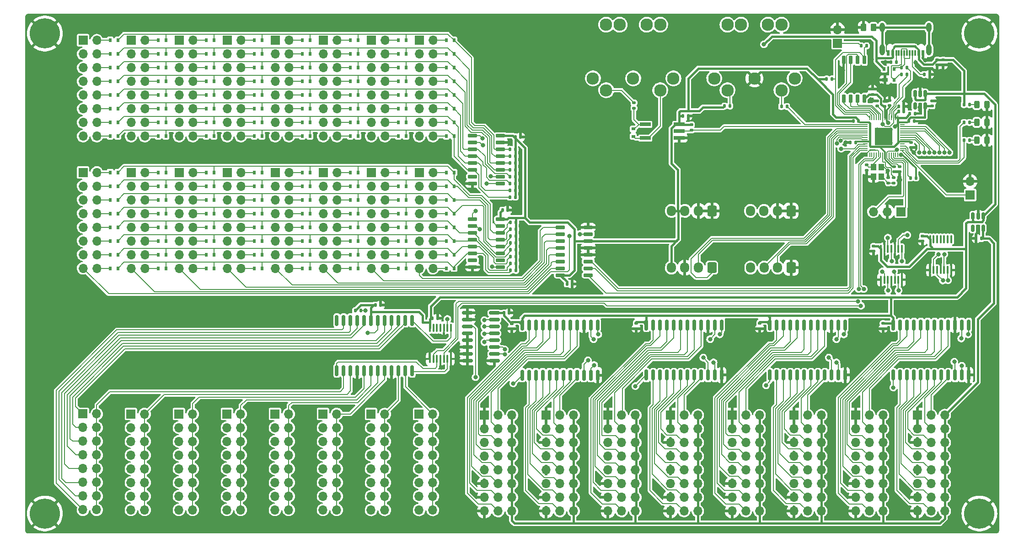
<source format=gtl>
G04 #@! TF.GenerationSoftware,KiCad,Pcbnew,6.0.9*
G04 #@! TF.CreationDate,2022-11-14T17:03:06+01:00*
G04 #@! TF.ProjectId,OpenDeck-r3.1.0,4f70656e-4465-4636-9b2d-72332e312e30,rev?*
G04 #@! TF.SameCoordinates,Original*
G04 #@! TF.FileFunction,Copper,L1,Top*
G04 #@! TF.FilePolarity,Positive*
%FSLAX46Y46*%
G04 Gerber Fmt 4.6, Leading zero omitted, Abs format (unit mm)*
G04 Created by KiCad (PCBNEW 6.0.9) date 2022-11-14 17:03:06*
%MOMM*%
%LPD*%
G01*
G04 APERTURE LIST*
G04 Aperture macros list*
%AMRoundRect*
0 Rectangle with rounded corners*
0 $1 Rounding radius*
0 $2 $3 $4 $5 $6 $7 $8 $9 X,Y pos of 4 corners*
0 Add a 4 corners polygon primitive as box body*
4,1,4,$2,$3,$4,$5,$6,$7,$8,$9,$2,$3,0*
0 Add four circle primitives for the rounded corners*
1,1,$1+$1,$2,$3*
1,1,$1+$1,$4,$5*
1,1,$1+$1,$6,$7*
1,1,$1+$1,$8,$9*
0 Add four rect primitives between the rounded corners*
20,1,$1+$1,$2,$3,$4,$5,0*
20,1,$1+$1,$4,$5,$6,$7,0*
20,1,$1+$1,$6,$7,$8,$9,0*
20,1,$1+$1,$8,$9,$2,$3,0*%
G04 Aperture macros list end*
G04 #@! TA.AperFunction,SMDPad,CuDef*
%ADD10R,2.000000X0.640000*%
G04 #@! TD*
G04 #@! TA.AperFunction,SMDPad,CuDef*
%ADD11R,0.600000X0.700000*%
G04 #@! TD*
G04 #@! TA.AperFunction,SMDPad,CuDef*
%ADD12RoundRect,0.140000X0.170000X-0.140000X0.170000X0.140000X-0.170000X0.140000X-0.170000X-0.140000X0*%
G04 #@! TD*
G04 #@! TA.AperFunction,ComponentPad*
%ADD13R,1.700000X1.700000*%
G04 #@! TD*
G04 #@! TA.AperFunction,ComponentPad*
%ADD14O,1.700000X1.700000*%
G04 #@! TD*
G04 #@! TA.AperFunction,SMDPad,CuDef*
%ADD15RoundRect,0.243750X0.243750X0.456250X-0.243750X0.456250X-0.243750X-0.456250X0.243750X-0.456250X0*%
G04 #@! TD*
G04 #@! TA.AperFunction,SMDPad,CuDef*
%ADD16RoundRect,0.135000X-0.135000X-0.185000X0.135000X-0.185000X0.135000X0.185000X-0.135000X0.185000X0*%
G04 #@! TD*
G04 #@! TA.AperFunction,ComponentPad*
%ADD17C,5.600000*%
G04 #@! TD*
G04 #@! TA.AperFunction,ComponentPad*
%ADD18RoundRect,0.250000X0.600000X0.725000X-0.600000X0.725000X-0.600000X-0.725000X0.600000X-0.725000X0*%
G04 #@! TD*
G04 #@! TA.AperFunction,ComponentPad*
%ADD19O,1.700000X1.950000*%
G04 #@! TD*
G04 #@! TA.AperFunction,SMDPad,CuDef*
%ADD20RoundRect,0.140000X0.140000X0.170000X-0.140000X0.170000X-0.140000X-0.170000X0.140000X-0.170000X0*%
G04 #@! TD*
G04 #@! TA.AperFunction,SMDPad,CuDef*
%ADD21RoundRect,0.135000X-0.185000X0.135000X-0.185000X-0.135000X0.185000X-0.135000X0.185000X0.135000X0*%
G04 #@! TD*
G04 #@! TA.AperFunction,ComponentPad*
%ADD22C,2.300000*%
G04 #@! TD*
G04 #@! TA.AperFunction,SMDPad,CuDef*
%ADD23RoundRect,0.140000X-0.140000X-0.170000X0.140000X-0.170000X0.140000X0.170000X-0.140000X0.170000X0*%
G04 #@! TD*
G04 #@! TA.AperFunction,SMDPad,CuDef*
%ADD24RoundRect,0.140000X-0.170000X0.140000X-0.170000X-0.140000X0.170000X-0.140000X0.170000X0.140000X0*%
G04 #@! TD*
G04 #@! TA.AperFunction,SMDPad,CuDef*
%ADD25RoundRect,0.150000X-0.150000X0.650000X-0.150000X-0.650000X0.150000X-0.650000X0.150000X0.650000X0*%
G04 #@! TD*
G04 #@! TA.AperFunction,SMDPad,CuDef*
%ADD26RoundRect,0.150000X-0.725000X-0.150000X0.725000X-0.150000X0.725000X0.150000X-0.725000X0.150000X0*%
G04 #@! TD*
G04 #@! TA.AperFunction,SMDPad,CuDef*
%ADD27R,1.000000X1.150000*%
G04 #@! TD*
G04 #@! TA.AperFunction,SMDPad,CuDef*
%ADD28RoundRect,0.150000X-0.150000X0.512500X-0.150000X-0.512500X0.150000X-0.512500X0.150000X0.512500X0*%
G04 #@! TD*
G04 #@! TA.AperFunction,SMDPad,CuDef*
%ADD29RoundRect,0.100000X0.100000X-0.637500X0.100000X0.637500X-0.100000X0.637500X-0.100000X-0.637500X0*%
G04 #@! TD*
G04 #@! TA.AperFunction,SMDPad,CuDef*
%ADD30R,0.700000X0.600000*%
G04 #@! TD*
G04 #@! TA.AperFunction,SMDPad,CuDef*
%ADD31RoundRect,0.135000X0.185000X-0.135000X0.185000X0.135000X-0.185000X0.135000X-0.185000X-0.135000X0*%
G04 #@! TD*
G04 #@! TA.AperFunction,SMDPad,CuDef*
%ADD32RoundRect,0.150000X-0.825000X-0.150000X0.825000X-0.150000X0.825000X0.150000X-0.825000X0.150000X0*%
G04 #@! TD*
G04 #@! TA.AperFunction,SMDPad,CuDef*
%ADD33RoundRect,0.150000X0.150000X-0.875000X0.150000X0.875000X-0.150000X0.875000X-0.150000X-0.875000X0*%
G04 #@! TD*
G04 #@! TA.AperFunction,SMDPad,CuDef*
%ADD34RoundRect,0.135000X0.135000X0.185000X-0.135000X0.185000X-0.135000X-0.185000X0.135000X-0.185000X0*%
G04 #@! TD*
G04 #@! TA.AperFunction,SMDPad,CuDef*
%ADD35RoundRect,0.050000X-0.387500X-0.050000X0.387500X-0.050000X0.387500X0.050000X-0.387500X0.050000X0*%
G04 #@! TD*
G04 #@! TA.AperFunction,SMDPad,CuDef*
%ADD36RoundRect,0.050000X-0.050000X-0.387500X0.050000X-0.387500X0.050000X0.387500X-0.050000X0.387500X0*%
G04 #@! TD*
G04 #@! TA.AperFunction,SMDPad,CuDef*
%ADD37R,3.200000X3.200000*%
G04 #@! TD*
G04 #@! TA.AperFunction,SMDPad,CuDef*
%ADD38R,1.000000X0.700000*%
G04 #@! TD*
G04 #@! TA.AperFunction,SMDPad,CuDef*
%ADD39RoundRect,0.150000X0.725000X0.150000X-0.725000X0.150000X-0.725000X-0.150000X0.725000X-0.150000X0*%
G04 #@! TD*
G04 #@! TA.AperFunction,SMDPad,CuDef*
%ADD40R,0.600000X1.140000*%
G04 #@! TD*
G04 #@! TA.AperFunction,SMDPad,CuDef*
%ADD41R,0.300000X1.140000*%
G04 #@! TD*
G04 #@! TA.AperFunction,ComponentPad*
%ADD42O,0.950000X2.050000*%
G04 #@! TD*
G04 #@! TA.AperFunction,ComponentPad*
%ADD43O,0.950000X1.750000*%
G04 #@! TD*
G04 #@! TA.AperFunction,SMDPad,CuDef*
%ADD44RoundRect,0.250000X-0.262500X-0.450000X0.262500X-0.450000X0.262500X0.450000X-0.262500X0.450000X0*%
G04 #@! TD*
G04 #@! TA.AperFunction,ViaPad*
%ADD45C,0.800000*%
G04 #@! TD*
G04 #@! TA.AperFunction,Conductor*
%ADD46C,0.406400*%
G04 #@! TD*
G04 #@! TA.AperFunction,Conductor*
%ADD47C,0.203200*%
G04 #@! TD*
G04 #@! TA.AperFunction,Conductor*
%ADD48C,0.304800*%
G04 #@! TD*
G04 #@! TA.AperFunction,Conductor*
%ADD49C,0.254000*%
G04 #@! TD*
G04 APERTURE END LIST*
D10*
X196150000Y-46830000D03*
X196150000Y-49370000D03*
X202450000Y-49370000D03*
X202450000Y-48100000D03*
X202450000Y-46830000D03*
D11*
X141540000Y-36322000D03*
X142940000Y-36322000D03*
X132650000Y-36322000D03*
X134050000Y-36322000D03*
X123760000Y-46482000D03*
X125160000Y-46482000D03*
X114870000Y-46482000D03*
X116270000Y-46482000D03*
D12*
X241401600Y-43329800D03*
X241401600Y-42369800D03*
D13*
X166365000Y-100775000D03*
D14*
X166365000Y-103315000D03*
X166365000Y-105855000D03*
X166365000Y-108395000D03*
X166365000Y-110935000D03*
X166365000Y-113475000D03*
X166365000Y-116015000D03*
X166365000Y-118555000D03*
X168905000Y-100775000D03*
X168905000Y-103315000D03*
X168905000Y-105855000D03*
X168905000Y-108395000D03*
X168905000Y-110935000D03*
X168905000Y-113475000D03*
X168905000Y-116015000D03*
X168905000Y-118555000D03*
X171445000Y-100775000D03*
X171445000Y-103315000D03*
X171445000Y-105855000D03*
X171445000Y-108395000D03*
X171445000Y-110935000D03*
X171445000Y-113475000D03*
X171445000Y-116015000D03*
X171445000Y-118555000D03*
D11*
X132650000Y-65913000D03*
X134050000Y-65913000D03*
D15*
X259382500Y-43180000D03*
X257507500Y-43180000D03*
D16*
X171194000Y-68834000D03*
X172214000Y-68834000D03*
D17*
X258000000Y-30000000D03*
D11*
X141540000Y-31242000D03*
X142940000Y-31242000D03*
X105980000Y-46482000D03*
X107380000Y-46482000D03*
X159320000Y-33782000D03*
X160720000Y-33782000D03*
D18*
X208474000Y-73406000D03*
D19*
X205974000Y-73406000D03*
X203474000Y-73406000D03*
X200974000Y-73406000D03*
D16*
X171194000Y-67564000D03*
X172214000Y-67564000D03*
D13*
X256286000Y-59944000D03*
D14*
X256286000Y-57404000D03*
D16*
X171067000Y-59065640D03*
X172087000Y-59065640D03*
D12*
X243225000Y-55630000D03*
X243225000Y-54670000D03*
D11*
X159320000Y-38862000D03*
X160720000Y-38862000D03*
D20*
X235633200Y-46228000D03*
X234673200Y-46228000D03*
D11*
X123760000Y-36322000D03*
X125160000Y-36322000D03*
D16*
X171067000Y-57795640D03*
X172087000Y-57795640D03*
D11*
X97090000Y-73533000D03*
X98490000Y-73533000D03*
D21*
X204700000Y-46890000D03*
X204700000Y-47910000D03*
D11*
X105980000Y-31242000D03*
X107380000Y-31242000D03*
D18*
X223123000Y-62882000D03*
D19*
X220623000Y-62882000D03*
X218123000Y-62882000D03*
X215623000Y-62882000D03*
D11*
X105980000Y-70993000D03*
X107380000Y-70993000D03*
D22*
X208908000Y-38313000D03*
X216358000Y-38313000D03*
X223808000Y-38313000D03*
X211358000Y-40513000D03*
X221358000Y-40513000D03*
X221358000Y-28363000D03*
X211358000Y-28363000D03*
X213858000Y-28363000D03*
X218858000Y-28363000D03*
D11*
X97090000Y-70993000D03*
X98490000Y-70993000D03*
X159320000Y-65913000D03*
X160720000Y-65913000D03*
X105980000Y-43942000D03*
X107380000Y-43942000D03*
X105980000Y-36322000D03*
X107380000Y-36322000D03*
D12*
X250190000Y-35836800D03*
X250190000Y-34876800D03*
D11*
X132650000Y-41402000D03*
X134050000Y-41402000D03*
D13*
X223652000Y-100745000D03*
D14*
X223652000Y-103285000D03*
X223652000Y-105825000D03*
X223652000Y-108365000D03*
X223652000Y-110905000D03*
X223652000Y-113445000D03*
X223652000Y-115985000D03*
X223652000Y-118525000D03*
X226192000Y-100745000D03*
X226192000Y-103285000D03*
X226192000Y-105825000D03*
X226192000Y-108365000D03*
X226192000Y-110905000D03*
X226192000Y-113445000D03*
X226192000Y-115985000D03*
X226192000Y-118525000D03*
X228732000Y-100745000D03*
X228732000Y-103285000D03*
X228732000Y-105825000D03*
X228732000Y-108365000D03*
X228732000Y-110905000D03*
X228732000Y-113445000D03*
X228732000Y-115985000D03*
X228732000Y-118525000D03*
D13*
X100930596Y-100545916D03*
D14*
X103470596Y-100545916D03*
X100930596Y-103085916D03*
X103470596Y-103085916D03*
X100930596Y-105625916D03*
X103470596Y-105625916D03*
X100930596Y-108165916D03*
X103470596Y-108165916D03*
X100930596Y-110705916D03*
X103470596Y-110705916D03*
X100930596Y-113245916D03*
X103470596Y-113245916D03*
X100930596Y-115785916D03*
X103470596Y-115785916D03*
X100930596Y-118325916D03*
X103470596Y-118325916D03*
D16*
X171067000Y-53985640D03*
X172087000Y-53985640D03*
D11*
X123760000Y-33782000D03*
X125160000Y-33782000D03*
D18*
X223139000Y-73406000D03*
D19*
X220639000Y-73406000D03*
X218139000Y-73406000D03*
X215639000Y-73406000D03*
D12*
X238201200Y-41272400D03*
X238201200Y-40312400D03*
D23*
X243029800Y-44475400D03*
X243989800Y-44475400D03*
D11*
X150430000Y-68453000D03*
X151830000Y-68453000D03*
D20*
X173073000Y-49159640D03*
X172113000Y-49159640D03*
D24*
X249250000Y-42495000D03*
X249250000Y-43455000D03*
D13*
X92075000Y-55753000D03*
D14*
X94615000Y-55753000D03*
X92075000Y-58293000D03*
X94615000Y-58293000D03*
X92075000Y-60833000D03*
X94615000Y-60833000D03*
X92075000Y-63373000D03*
X94615000Y-63373000D03*
X92075000Y-65913000D03*
X94615000Y-65913000D03*
X92075000Y-68453000D03*
X94615000Y-68453000D03*
X92075000Y-70993000D03*
X94615000Y-70993000D03*
X92075000Y-73533000D03*
X94615000Y-73533000D03*
D16*
X247775000Y-37592000D03*
X248795000Y-37592000D03*
D11*
X132650000Y-58293000D03*
X134050000Y-58293000D03*
D16*
X171067000Y-55255640D03*
X172087000Y-55255640D03*
D13*
X109855000Y-55753000D03*
D14*
X112395000Y-55753000D03*
X109855000Y-58293000D03*
X112395000Y-58293000D03*
X109855000Y-60833000D03*
X112395000Y-60833000D03*
X109855000Y-63373000D03*
X112395000Y-63373000D03*
X109855000Y-65913000D03*
X112395000Y-65913000D03*
X109855000Y-68453000D03*
X112395000Y-68453000D03*
X109855000Y-70993000D03*
X112395000Y-70993000D03*
X109855000Y-73533000D03*
X112395000Y-73533000D03*
D11*
X132650000Y-55753000D03*
X134050000Y-55753000D03*
D13*
X243469400Y-63042800D03*
D14*
X240929400Y-63042800D03*
X238389400Y-63042800D03*
D16*
X171067000Y-52715640D03*
X172087000Y-52715640D03*
D11*
X150430000Y-36322000D03*
X151830000Y-36322000D03*
X97090000Y-49022000D03*
X98490000Y-49022000D03*
X97090000Y-31242000D03*
X98490000Y-31242000D03*
D20*
X235074400Y-50190400D03*
X234114400Y-50190400D03*
D11*
X114870000Y-70993000D03*
X116270000Y-70993000D03*
D13*
X136525000Y-31242000D03*
D14*
X139065000Y-31242000D03*
X136525000Y-33782000D03*
X139065000Y-33782000D03*
X136525000Y-36322000D03*
X139065000Y-36322000D03*
X136525000Y-38862000D03*
X139065000Y-38862000D03*
X136525000Y-41402000D03*
X139065000Y-41402000D03*
X136525000Y-43942000D03*
X139065000Y-43942000D03*
X136525000Y-46482000D03*
X139065000Y-46482000D03*
X136525000Y-49022000D03*
X139065000Y-49022000D03*
D16*
X171194000Y-70104000D03*
X172214000Y-70104000D03*
D25*
X236728000Y-34881000D03*
X235458000Y-34881000D03*
X234188000Y-34881000D03*
X232918000Y-34881000D03*
X232918000Y-42081000D03*
X234188000Y-42081000D03*
X235458000Y-42081000D03*
X236728000Y-42081000D03*
D13*
X109855000Y-31242000D03*
D14*
X112395000Y-31242000D03*
X109855000Y-33782000D03*
X112395000Y-33782000D03*
X109855000Y-36322000D03*
X112395000Y-36322000D03*
X109855000Y-38862000D03*
X112395000Y-38862000D03*
X109855000Y-41402000D03*
X112395000Y-41402000D03*
X109855000Y-43942000D03*
X112395000Y-43942000D03*
X109855000Y-46482000D03*
X112395000Y-46482000D03*
X109855000Y-49022000D03*
X112395000Y-49022000D03*
D17*
X258000000Y-119000000D03*
D20*
X243989800Y-43484800D03*
X243029800Y-43484800D03*
D11*
X97090000Y-41402000D03*
X98490000Y-41402000D03*
X159320000Y-63373000D03*
X160720000Y-63373000D03*
D15*
X259382500Y-49784000D03*
X257507500Y-49784000D03*
D11*
X105980000Y-73533000D03*
X107380000Y-73533000D03*
X114870000Y-73533000D03*
X116270000Y-73533000D03*
X123760000Y-60833000D03*
X125160000Y-60833000D03*
X159320000Y-60833000D03*
X160720000Y-60833000D03*
D13*
X100965000Y-55753000D03*
D14*
X103505000Y-55753000D03*
X100965000Y-58293000D03*
X103505000Y-58293000D03*
X100965000Y-60833000D03*
X103505000Y-60833000D03*
X100965000Y-63373000D03*
X103505000Y-63373000D03*
X100965000Y-65913000D03*
X103505000Y-65913000D03*
X100965000Y-68453000D03*
X103505000Y-68453000D03*
X100965000Y-70993000D03*
X103505000Y-70993000D03*
X100965000Y-73533000D03*
X103505000Y-73533000D03*
D26*
X164176000Y-64389000D03*
X164176000Y-65659000D03*
X164176000Y-66929000D03*
X164176000Y-68199000D03*
X164176000Y-69469000D03*
X164176000Y-70739000D03*
X164176000Y-72009000D03*
X164176000Y-73279000D03*
X169326000Y-73279000D03*
X169326000Y-72009000D03*
X169326000Y-70739000D03*
X169326000Y-69469000D03*
X169326000Y-68199000D03*
X169326000Y-66929000D03*
X169326000Y-65659000D03*
X169326000Y-64389000D03*
D16*
X171067000Y-51445640D03*
X172087000Y-51445640D03*
D27*
X238415600Y-54775000D03*
X238415600Y-56525000D03*
X239815600Y-56525000D03*
X239815600Y-54775000D03*
D11*
X150430000Y-41402000D03*
X151830000Y-41402000D03*
X123760000Y-55753000D03*
X125160000Y-55753000D03*
D28*
X258699000Y-63825250D03*
X257749000Y-63825250D03*
X256799000Y-63825250D03*
X256799000Y-66100250D03*
X258699000Y-66100250D03*
D24*
X245313200Y-50167600D03*
X245313200Y-51127600D03*
D20*
X182598000Y-76454000D03*
X181638000Y-76454000D03*
D12*
X238404400Y-70380800D03*
X238404400Y-69420800D03*
D29*
X248875000Y-73855500D03*
X249525000Y-73855500D03*
X250175000Y-73855500D03*
X250825000Y-73855500D03*
X251475000Y-73855500D03*
X252125000Y-73855500D03*
X252775000Y-73855500D03*
X252775000Y-68130500D03*
X252125000Y-68130500D03*
X251475000Y-68130500D03*
X250825000Y-68130500D03*
X250175000Y-68130500D03*
X249525000Y-68130500D03*
X248875000Y-68130500D03*
D11*
X105980000Y-33782000D03*
X107380000Y-33782000D03*
D13*
X136490596Y-100545916D03*
D14*
X139030596Y-100545916D03*
X136490596Y-103085916D03*
X139030596Y-103085916D03*
X136490596Y-105625916D03*
X139030596Y-105625916D03*
X136490596Y-108165916D03*
X139030596Y-108165916D03*
X136490596Y-110705916D03*
X139030596Y-110705916D03*
X136490596Y-113245916D03*
X139030596Y-113245916D03*
X136490596Y-115785916D03*
X139030596Y-115785916D03*
X136490596Y-118325916D03*
X139030596Y-118325916D03*
D20*
X157676000Y-82765916D03*
X156716000Y-82765916D03*
D11*
X123760000Y-41402000D03*
X125160000Y-41402000D03*
D13*
X92075000Y-31242000D03*
D14*
X94615000Y-31242000D03*
X92075000Y-33782000D03*
X94615000Y-33782000D03*
X92075000Y-36322000D03*
X94615000Y-36322000D03*
X92075000Y-38862000D03*
X94615000Y-38862000D03*
X92075000Y-41402000D03*
X94615000Y-41402000D03*
X92075000Y-43942000D03*
X94615000Y-43942000D03*
X92075000Y-46482000D03*
X94615000Y-46482000D03*
X92075000Y-49022000D03*
X94615000Y-49022000D03*
D13*
X92040596Y-100530916D03*
D14*
X94580596Y-100530916D03*
X92040596Y-103070916D03*
X94580596Y-103070916D03*
X92040596Y-105610916D03*
X94580596Y-105610916D03*
X92040596Y-108150916D03*
X94580596Y-108150916D03*
X92040596Y-110690916D03*
X94580596Y-110690916D03*
X92040596Y-113230916D03*
X94580596Y-113230916D03*
X92040596Y-115770916D03*
X94580596Y-115770916D03*
X92040596Y-118310916D03*
X94580596Y-118310916D03*
D16*
X171194000Y-66294000D03*
X172214000Y-66294000D03*
D11*
X132650000Y-73533000D03*
X134050000Y-73533000D03*
D29*
X239756400Y-75658900D03*
X240406400Y-75658900D03*
X241056400Y-75658900D03*
X241706400Y-75658900D03*
X242356400Y-75658900D03*
X243006400Y-75658900D03*
X243656400Y-75658900D03*
X243656400Y-69933900D03*
X243006400Y-69933900D03*
X242356400Y-69933900D03*
X241706400Y-69933900D03*
X241056400Y-69933900D03*
X240406400Y-69933900D03*
X239756400Y-69933900D03*
D16*
X171194000Y-73914000D03*
X172214000Y-73914000D03*
D15*
X259382500Y-46482000D03*
X257507500Y-46482000D03*
D11*
X114870000Y-65913000D03*
X116270000Y-65913000D03*
X159320000Y-41402000D03*
X160720000Y-41402000D03*
D30*
X193929000Y-47687000D03*
X193929000Y-49087000D03*
D16*
X171194000Y-71374000D03*
X172214000Y-71374000D03*
D29*
X156262000Y-90327416D03*
X156912000Y-90327416D03*
X157562000Y-90327416D03*
X158212000Y-90327416D03*
X158862000Y-90327416D03*
X159512000Y-90327416D03*
X160162000Y-90327416D03*
X160162000Y-84602416D03*
X159512000Y-84602416D03*
X158862000Y-84602416D03*
X158212000Y-84602416D03*
X157562000Y-84602416D03*
X156912000Y-84602416D03*
X156262000Y-84602416D03*
D11*
X97090000Y-63373000D03*
X98490000Y-63373000D03*
D31*
X242150000Y-57710800D03*
X242150000Y-56690800D03*
D11*
X150430000Y-60833000D03*
X151830000Y-60833000D03*
X105980000Y-38862000D03*
X107380000Y-38862000D03*
X150430000Y-58293000D03*
X151830000Y-58293000D03*
X159320000Y-58293000D03*
X160720000Y-58293000D03*
X114870000Y-33782000D03*
X116270000Y-33782000D03*
X159320000Y-36322000D03*
X160720000Y-36322000D03*
X123760000Y-43942000D03*
X125160000Y-43942000D03*
D32*
X163250000Y-81805000D03*
X163250000Y-83075000D03*
X163250000Y-84345000D03*
X163250000Y-85615000D03*
X163250000Y-86885000D03*
X163250000Y-88155000D03*
X163250000Y-89425000D03*
X163250000Y-90695000D03*
X168200000Y-90695000D03*
X168200000Y-89425000D03*
X168200000Y-88155000D03*
X168200000Y-86885000D03*
X168200000Y-85615000D03*
X168200000Y-84345000D03*
X168200000Y-83075000D03*
X168200000Y-81805000D03*
D11*
X105980000Y-63373000D03*
X107380000Y-63373000D03*
X132650000Y-43942000D03*
X134050000Y-43942000D03*
X159320000Y-55753000D03*
X160720000Y-55753000D03*
D33*
X242062000Y-93330000D03*
X243332000Y-93330000D03*
X244602000Y-93330000D03*
X245872000Y-93330000D03*
X247142000Y-93330000D03*
X248412000Y-93330000D03*
X249682000Y-93330000D03*
X250952000Y-93330000D03*
X252222000Y-93330000D03*
X253492000Y-93330000D03*
X254762000Y-93330000D03*
X256032000Y-93330000D03*
X256032000Y-84030000D03*
X254762000Y-84030000D03*
X253492000Y-84030000D03*
X252222000Y-84030000D03*
X250952000Y-84030000D03*
X249682000Y-84030000D03*
X248412000Y-84030000D03*
X247142000Y-84030000D03*
X245872000Y-84030000D03*
X244602000Y-84030000D03*
X243332000Y-84030000D03*
X242062000Y-84030000D03*
X139035000Y-92495916D03*
X140305000Y-92495916D03*
X141575000Y-92495916D03*
X142845000Y-92495916D03*
X144115000Y-92495916D03*
X145385000Y-92495916D03*
X146655000Y-92495916D03*
X147925000Y-92495916D03*
X149195000Y-92495916D03*
X150465000Y-92495916D03*
X151735000Y-92495916D03*
X153005000Y-92495916D03*
X153005000Y-83195916D03*
X151735000Y-83195916D03*
X150465000Y-83195916D03*
X149195000Y-83195916D03*
X147925000Y-83195916D03*
X146655000Y-83195916D03*
X145385000Y-83195916D03*
X144115000Y-83195916D03*
X142845000Y-83195916D03*
X141575000Y-83195916D03*
X140305000Y-83195916D03*
X139035000Y-83195916D03*
D11*
X141540000Y-38862000D03*
X142940000Y-38862000D03*
D18*
X208474000Y-62882000D03*
D19*
X205974000Y-62882000D03*
X203474000Y-62882000D03*
X200974000Y-62882000D03*
D11*
X114870000Y-68453000D03*
X116270000Y-68453000D03*
D16*
X221352000Y-43520000D03*
X222372000Y-43520000D03*
D34*
X246260000Y-56775000D03*
X245240000Y-56775000D03*
D12*
X240157000Y-84715000D03*
X240157000Y-83755000D03*
D13*
X246507000Y-100745000D03*
D14*
X246507000Y-103285000D03*
X246507000Y-105825000D03*
X246507000Y-108365000D03*
X246507000Y-110905000D03*
X246507000Y-113445000D03*
X246507000Y-115985000D03*
X246507000Y-118525000D03*
X249047000Y-100745000D03*
X249047000Y-103285000D03*
X249047000Y-105825000D03*
X249047000Y-108365000D03*
X249047000Y-110905000D03*
X249047000Y-113445000D03*
X249047000Y-115985000D03*
X249047000Y-118525000D03*
X251587000Y-100745000D03*
X251587000Y-103285000D03*
X251587000Y-105825000D03*
X251587000Y-108365000D03*
X251587000Y-110905000D03*
X251587000Y-113445000D03*
X251587000Y-115985000D03*
X251587000Y-118525000D03*
D11*
X114870000Y-31242000D03*
X116270000Y-31242000D03*
X150430000Y-31242000D03*
X151830000Y-31242000D03*
X114870000Y-55753000D03*
X116270000Y-55753000D03*
X105980000Y-55753000D03*
X107380000Y-55753000D03*
D12*
X247446800Y-68501200D03*
X247446800Y-67541200D03*
D11*
X132650000Y-70993000D03*
X134050000Y-70993000D03*
D33*
X196347000Y-93330000D03*
X197617000Y-93330000D03*
X198887000Y-93330000D03*
X200157000Y-93330000D03*
X201427000Y-93330000D03*
X202697000Y-93330000D03*
X203967000Y-93330000D03*
X205237000Y-93330000D03*
X206507000Y-93330000D03*
X207777000Y-93330000D03*
X209047000Y-93330000D03*
X210317000Y-93330000D03*
X210317000Y-84030000D03*
X209047000Y-84030000D03*
X207777000Y-84030000D03*
X206507000Y-84030000D03*
X205237000Y-84030000D03*
X203967000Y-84030000D03*
X202697000Y-84030000D03*
X201427000Y-84030000D03*
X200157000Y-84030000D03*
X198887000Y-84030000D03*
X197617000Y-84030000D03*
X196347000Y-84030000D03*
D13*
X136525000Y-55753000D03*
D14*
X139065000Y-55753000D03*
X136525000Y-58293000D03*
X139065000Y-58293000D03*
X136525000Y-60833000D03*
X139065000Y-60833000D03*
X136525000Y-63373000D03*
X139065000Y-63373000D03*
X136525000Y-65913000D03*
X139065000Y-65913000D03*
X136525000Y-68453000D03*
X139065000Y-68453000D03*
X136525000Y-70993000D03*
X139065000Y-70993000D03*
X136525000Y-73533000D03*
X139065000Y-73533000D03*
D11*
X150430000Y-38862000D03*
X151830000Y-38862000D03*
X114870000Y-38862000D03*
X116270000Y-38862000D03*
D35*
X236855000Y-46457000D03*
X236855000Y-46857000D03*
X236855000Y-47257000D03*
X236855000Y-47657000D03*
X236855000Y-48057000D03*
X236855000Y-48457000D03*
X236855000Y-48857000D03*
X236855000Y-49257000D03*
X236855000Y-49657000D03*
X236855000Y-50057000D03*
X236855000Y-50457000D03*
X236855000Y-50857000D03*
X236855000Y-51257000D03*
X236855000Y-51657000D03*
D36*
X237692500Y-52494500D03*
X238092500Y-52494500D03*
X238492500Y-52494500D03*
X238892500Y-52494500D03*
X239292500Y-52494500D03*
X239692500Y-52494500D03*
X240092500Y-52494500D03*
X240492500Y-52494500D03*
X240892500Y-52494500D03*
X241292500Y-52494500D03*
X241692500Y-52494500D03*
X242092500Y-52494500D03*
X242492500Y-52494500D03*
X242892500Y-52494500D03*
D35*
X243730000Y-51657000D03*
X243730000Y-51257000D03*
X243730000Y-50857000D03*
X243730000Y-50457000D03*
X243730000Y-50057000D03*
X243730000Y-49657000D03*
X243730000Y-49257000D03*
X243730000Y-48857000D03*
X243730000Y-48457000D03*
X243730000Y-48057000D03*
X243730000Y-47657000D03*
X243730000Y-47257000D03*
X243730000Y-46857000D03*
X243730000Y-46457000D03*
D36*
X242892500Y-45619500D03*
X242492500Y-45619500D03*
X242092500Y-45619500D03*
X241692500Y-45619500D03*
X241292500Y-45619500D03*
X240892500Y-45619500D03*
X240492500Y-45619500D03*
X240092500Y-45619500D03*
X239692500Y-45619500D03*
X239292500Y-45619500D03*
X238892500Y-45619500D03*
X238492500Y-45619500D03*
X238092500Y-45619500D03*
X237692500Y-45619500D03*
D37*
X240292500Y-49057000D03*
D11*
X141540000Y-49022000D03*
X142940000Y-49022000D03*
D24*
X241150000Y-56746200D03*
X241150000Y-57706200D03*
D11*
X141540000Y-41402000D03*
X142940000Y-41402000D03*
D38*
X240550000Y-38592000D03*
D11*
X242250000Y-38592000D03*
X242250000Y-36592000D03*
X240350000Y-36592000D03*
X132650000Y-60833000D03*
X134050000Y-60833000D03*
X150430000Y-73533000D03*
X151830000Y-73533000D03*
X123760000Y-31242000D03*
X125160000Y-31242000D03*
D13*
X145415000Y-31242000D03*
D14*
X147955000Y-31242000D03*
X145415000Y-33782000D03*
X147955000Y-33782000D03*
X145415000Y-36322000D03*
X147955000Y-36322000D03*
X145415000Y-38862000D03*
X147955000Y-38862000D03*
X145415000Y-41402000D03*
X147955000Y-41402000D03*
X145415000Y-43942000D03*
X147955000Y-43942000D03*
X145415000Y-46482000D03*
X147955000Y-46482000D03*
X145415000Y-49022000D03*
X147955000Y-49022000D03*
D33*
X219207000Y-93330000D03*
X220477000Y-93330000D03*
X221747000Y-93330000D03*
X223017000Y-93330000D03*
X224287000Y-93330000D03*
X225557000Y-93330000D03*
X226827000Y-93330000D03*
X228097000Y-93330000D03*
X229367000Y-93330000D03*
X230637000Y-93330000D03*
X231907000Y-93330000D03*
X233177000Y-93330000D03*
X233177000Y-84030000D03*
X231907000Y-84030000D03*
X230637000Y-84030000D03*
X229367000Y-84030000D03*
X228097000Y-84030000D03*
X226827000Y-84030000D03*
X225557000Y-84030000D03*
X224287000Y-84030000D03*
X223017000Y-84030000D03*
X221747000Y-84030000D03*
X220477000Y-84030000D03*
X219207000Y-84030000D03*
D28*
X247975000Y-41178900D03*
X247025000Y-41178900D03*
X246075000Y-41178900D03*
X246075000Y-43453900D03*
X247975000Y-43453900D03*
D11*
X159320000Y-46482000D03*
X160720000Y-46482000D03*
X141540000Y-70993000D03*
X142940000Y-70993000D03*
X114870000Y-49022000D03*
X116270000Y-49022000D03*
X97090000Y-46482000D03*
X98490000Y-46482000D03*
D20*
X204080000Y-45300000D03*
X203120000Y-45300000D03*
D12*
X240411000Y-43533000D03*
X240411000Y-42573000D03*
D13*
X127635000Y-31242000D03*
D14*
X130175000Y-31242000D03*
X127635000Y-33782000D03*
X130175000Y-33782000D03*
X127635000Y-36322000D03*
X130175000Y-36322000D03*
X127635000Y-38862000D03*
X130175000Y-38862000D03*
X127635000Y-41402000D03*
X130175000Y-41402000D03*
X127635000Y-43942000D03*
X130175000Y-43942000D03*
X127635000Y-46482000D03*
X130175000Y-46482000D03*
X127635000Y-49022000D03*
X130175000Y-49022000D03*
D24*
X242225000Y-54670000D03*
X242225000Y-55630000D03*
D22*
X186458000Y-38313000D03*
X193908000Y-38313000D03*
X201358000Y-38313000D03*
X188908000Y-40513000D03*
X198908000Y-40513000D03*
X198908000Y-28363000D03*
X188908000Y-28363000D03*
X191408000Y-28363000D03*
X196408000Y-28363000D03*
D26*
X164176000Y-48905640D03*
X164176000Y-50175640D03*
X164176000Y-51445640D03*
X164176000Y-52715640D03*
X164176000Y-53985640D03*
X164176000Y-55255640D03*
X164176000Y-56525640D03*
X164176000Y-57795640D03*
X169326000Y-57795640D03*
X169326000Y-56525640D03*
X169326000Y-55255640D03*
X169326000Y-53985640D03*
X169326000Y-52715640D03*
X169326000Y-51445640D03*
X169326000Y-50175640D03*
X169326000Y-48905640D03*
D11*
X132650000Y-68453000D03*
X134050000Y-68453000D03*
X97090000Y-60833000D03*
X98490000Y-60833000D03*
X132650000Y-38862000D03*
X134050000Y-38862000D03*
D23*
X244934800Y-46228000D03*
X245894800Y-46228000D03*
D11*
X141540000Y-33782000D03*
X142940000Y-33782000D03*
D13*
X145415000Y-55753000D03*
D14*
X147955000Y-55753000D03*
X145415000Y-58293000D03*
X147955000Y-58293000D03*
X145415000Y-60833000D03*
X147955000Y-60833000D03*
X145415000Y-63373000D03*
X147955000Y-63373000D03*
X145415000Y-65913000D03*
X147955000Y-65913000D03*
X145415000Y-68453000D03*
X147955000Y-68453000D03*
X145415000Y-70993000D03*
X147955000Y-70993000D03*
X145415000Y-73533000D03*
X147955000Y-73533000D03*
D11*
X123760000Y-49022000D03*
X125160000Y-49022000D03*
X141540000Y-46482000D03*
X142940000Y-46482000D03*
D16*
X243584000Y-36322000D03*
X244604000Y-36322000D03*
D13*
X109820596Y-100545916D03*
D14*
X112360596Y-100545916D03*
X109820596Y-103085916D03*
X112360596Y-103085916D03*
X109820596Y-105625916D03*
X112360596Y-105625916D03*
X109820596Y-108165916D03*
X112360596Y-108165916D03*
X109820596Y-110705916D03*
X112360596Y-110705916D03*
X109820596Y-113245916D03*
X112360596Y-113245916D03*
X109820596Y-115785916D03*
X112360596Y-115785916D03*
X109820596Y-118325916D03*
X112360596Y-118325916D03*
D33*
X173355000Y-93345000D03*
X174625000Y-93345000D03*
X175895000Y-93345000D03*
X177165000Y-93345000D03*
X178435000Y-93345000D03*
X179705000Y-93345000D03*
X180975000Y-93345000D03*
X182245000Y-93345000D03*
X183515000Y-93345000D03*
X184785000Y-93345000D03*
X186055000Y-93345000D03*
X187325000Y-93345000D03*
X187325000Y-84045000D03*
X186055000Y-84045000D03*
X184785000Y-84045000D03*
X183515000Y-84045000D03*
X182245000Y-84045000D03*
X180975000Y-84045000D03*
X179705000Y-84045000D03*
X178435000Y-84045000D03*
X177165000Y-84045000D03*
X175895000Y-84045000D03*
X174625000Y-84045000D03*
X173355000Y-84045000D03*
D23*
X245112600Y-44881800D03*
X246072600Y-44881800D03*
D11*
X150430000Y-49022000D03*
X151830000Y-49022000D03*
D16*
X142464000Y-81353916D03*
X143484000Y-81353916D03*
D13*
X118745000Y-31242000D03*
D14*
X121285000Y-31242000D03*
X118745000Y-33782000D03*
X121285000Y-33782000D03*
X118745000Y-36322000D03*
X121285000Y-36322000D03*
X118745000Y-38862000D03*
X121285000Y-38862000D03*
X118745000Y-41402000D03*
X121285000Y-41402000D03*
X118745000Y-43942000D03*
X121285000Y-43942000D03*
X118745000Y-46482000D03*
X121285000Y-46482000D03*
X118745000Y-49022000D03*
X121285000Y-49022000D03*
D11*
X141540000Y-68453000D03*
X142940000Y-68453000D03*
D16*
X255141000Y-49784000D03*
X256161000Y-49784000D03*
D11*
X123760000Y-70993000D03*
X125160000Y-70993000D03*
X97090000Y-33782000D03*
X98490000Y-33782000D03*
X132650000Y-33782000D03*
X134050000Y-33782000D03*
X150430000Y-33782000D03*
X151830000Y-33782000D03*
D20*
X170930000Y-81800000D03*
X169970000Y-81800000D03*
D16*
X255141000Y-46482000D03*
X256161000Y-46482000D03*
D11*
X150430000Y-65913000D03*
X151830000Y-65913000D03*
X105980000Y-60833000D03*
X107380000Y-60833000D03*
X114870000Y-60833000D03*
X116270000Y-60833000D03*
X97090000Y-38862000D03*
X98490000Y-38862000D03*
D16*
X255141000Y-43180000D03*
X256161000Y-43180000D03*
D39*
X185582000Y-74803000D03*
X185582000Y-73533000D03*
X185582000Y-72263000D03*
X185582000Y-70993000D03*
X185582000Y-69723000D03*
X185582000Y-68453000D03*
X185582000Y-67183000D03*
X185582000Y-65913000D03*
X180432000Y-65913000D03*
X180432000Y-67183000D03*
X180432000Y-68453000D03*
X180432000Y-69723000D03*
X180432000Y-70993000D03*
X180432000Y-72263000D03*
X180432000Y-73533000D03*
X180432000Y-74803000D03*
D11*
X132650000Y-31242000D03*
X134050000Y-31242000D03*
X150430000Y-46482000D03*
X151830000Y-46482000D03*
D13*
X231749600Y-31805800D03*
D14*
X231749600Y-29265800D03*
D34*
X242597400Y-35306000D03*
X241577400Y-35306000D03*
D13*
X127635000Y-55753000D03*
D14*
X130175000Y-55753000D03*
X127635000Y-58293000D03*
X130175000Y-58293000D03*
X127635000Y-60833000D03*
X130175000Y-60833000D03*
X127635000Y-63373000D03*
X130175000Y-63373000D03*
X127635000Y-65913000D03*
X130175000Y-65913000D03*
X127635000Y-68453000D03*
X130175000Y-68453000D03*
X127635000Y-70993000D03*
X130175000Y-70993000D03*
X127635000Y-73533000D03*
X130175000Y-73533000D03*
D13*
X127600596Y-100545916D03*
D14*
X130140596Y-100545916D03*
X127600596Y-103085916D03*
X130140596Y-103085916D03*
X127600596Y-105625916D03*
X130140596Y-105625916D03*
X127600596Y-108165916D03*
X130140596Y-108165916D03*
X127600596Y-110705916D03*
X130140596Y-110705916D03*
X127600596Y-113245916D03*
X130140596Y-113245916D03*
X127600596Y-115785916D03*
X130140596Y-115785916D03*
X127600596Y-118325916D03*
X130140596Y-118325916D03*
D11*
X141540000Y-63373000D03*
X142940000Y-63373000D03*
D24*
X237100000Y-54370000D03*
X237100000Y-55330000D03*
D11*
X159320000Y-70993000D03*
X160720000Y-70993000D03*
D13*
X200792000Y-100745000D03*
D14*
X200792000Y-103285000D03*
X200792000Y-105825000D03*
X200792000Y-108365000D03*
X200792000Y-110905000D03*
X200792000Y-113445000D03*
X200792000Y-115985000D03*
X200792000Y-118525000D03*
X203332000Y-100745000D03*
X203332000Y-103285000D03*
X203332000Y-105825000D03*
X203332000Y-108365000D03*
X203332000Y-110905000D03*
X203332000Y-113445000D03*
X203332000Y-115985000D03*
X203332000Y-118525000D03*
X205872000Y-100745000D03*
X205872000Y-103285000D03*
X205872000Y-105825000D03*
X205872000Y-108365000D03*
X205872000Y-110905000D03*
X205872000Y-113445000D03*
X205872000Y-115985000D03*
X205872000Y-118525000D03*
D11*
X150430000Y-63373000D03*
X151830000Y-63373000D03*
D17*
X85000000Y-119000000D03*
D11*
X141540000Y-43942000D03*
X142940000Y-43942000D03*
D16*
X171194000Y-72644000D03*
X172214000Y-72644000D03*
D13*
X177800000Y-100760000D03*
D14*
X177800000Y-103300000D03*
X177800000Y-105840000D03*
X177800000Y-108380000D03*
X177800000Y-110920000D03*
X177800000Y-113460000D03*
X177800000Y-116000000D03*
X177800000Y-118540000D03*
X180340000Y-100760000D03*
X180340000Y-103300000D03*
X180340000Y-105840000D03*
X180340000Y-108380000D03*
X180340000Y-110920000D03*
X180340000Y-113460000D03*
X180340000Y-116000000D03*
X180340000Y-118540000D03*
X182880000Y-100760000D03*
X182880000Y-103300000D03*
X182880000Y-105840000D03*
X182880000Y-108380000D03*
X182880000Y-110920000D03*
X182880000Y-113460000D03*
X182880000Y-116000000D03*
X182880000Y-118540000D03*
D11*
X141540000Y-65913000D03*
X142940000Y-65913000D03*
X132650000Y-49022000D03*
X134050000Y-49022000D03*
X123760000Y-73533000D03*
X125160000Y-73533000D03*
X123760000Y-38862000D03*
X125160000Y-38862000D03*
X150430000Y-43942000D03*
X151830000Y-43942000D03*
D17*
X85000000Y-30000000D03*
D11*
X97090000Y-58293000D03*
X98490000Y-58293000D03*
X105980000Y-58293000D03*
X107380000Y-58293000D03*
X97090000Y-43942000D03*
X98490000Y-43942000D03*
X150430000Y-55753000D03*
X151830000Y-55753000D03*
D16*
X171067000Y-56525640D03*
X172087000Y-56525640D03*
D11*
X159320000Y-43942000D03*
X160720000Y-43942000D03*
X150430000Y-70993000D03*
X151830000Y-70993000D03*
X114870000Y-41402000D03*
X116270000Y-41402000D03*
D16*
X229715000Y-38400000D03*
X230735000Y-38400000D03*
D13*
X154305000Y-55753000D03*
D14*
X156845000Y-55753000D03*
X154305000Y-58293000D03*
X156845000Y-58293000D03*
X154305000Y-60833000D03*
X156845000Y-60833000D03*
X154305000Y-63373000D03*
X156845000Y-63373000D03*
X154305000Y-65913000D03*
X156845000Y-65913000D03*
X154305000Y-68453000D03*
X156845000Y-68453000D03*
X154305000Y-70993000D03*
X156845000Y-70993000D03*
X154305000Y-73533000D03*
X156845000Y-73533000D03*
D21*
X194056000Y-42810000D03*
X194056000Y-43830000D03*
D13*
X189230000Y-100760000D03*
D14*
X189230000Y-103300000D03*
X189230000Y-105840000D03*
X189230000Y-108380000D03*
X189230000Y-110920000D03*
X189230000Y-113460000D03*
X189230000Y-116000000D03*
X189230000Y-118540000D03*
X191770000Y-100760000D03*
X191770000Y-103300000D03*
X191770000Y-105840000D03*
X191770000Y-108380000D03*
X191770000Y-110920000D03*
X191770000Y-113460000D03*
X191770000Y-116000000D03*
X191770000Y-118540000D03*
X194310000Y-100760000D03*
X194310000Y-103300000D03*
X194310000Y-105840000D03*
X194310000Y-108380000D03*
X194310000Y-110920000D03*
X194310000Y-113460000D03*
X194310000Y-116000000D03*
X194310000Y-118540000D03*
D16*
X171067000Y-60335640D03*
X172087000Y-60335640D03*
D11*
X123760000Y-63373000D03*
X125160000Y-63373000D03*
X141540000Y-73533000D03*
X142940000Y-73533000D03*
D12*
X217302000Y-84715000D03*
X217302000Y-83755000D03*
D11*
X105980000Y-49022000D03*
X107380000Y-49022000D03*
D16*
X243584000Y-37592000D03*
X244604000Y-37592000D03*
D12*
X251307600Y-35836800D03*
X251307600Y-34876800D03*
D11*
X123760000Y-65913000D03*
X125160000Y-65913000D03*
X132650000Y-46482000D03*
X134050000Y-46482000D03*
D13*
X154265596Y-100560916D03*
D14*
X156805596Y-100560916D03*
X154265596Y-103100916D03*
X156805596Y-103100916D03*
X154265596Y-105640916D03*
X156805596Y-105640916D03*
X154265596Y-108180916D03*
X156805596Y-108180916D03*
X154265596Y-110720916D03*
X156805596Y-110720916D03*
X154265596Y-113260916D03*
X156805596Y-113260916D03*
X154265596Y-115800916D03*
X156805596Y-115800916D03*
X154265596Y-118340916D03*
X156805596Y-118340916D03*
D11*
X123760000Y-58293000D03*
X125160000Y-58293000D03*
D12*
X194442000Y-84715000D03*
X194442000Y-83755000D03*
D13*
X154305000Y-31242000D03*
D14*
X156845000Y-31242000D03*
X154305000Y-33782000D03*
X156845000Y-33782000D03*
X154305000Y-36322000D03*
X156845000Y-36322000D03*
X154305000Y-38862000D03*
X156845000Y-38862000D03*
X154305000Y-41402000D03*
X156845000Y-41402000D03*
X154305000Y-43942000D03*
X156845000Y-43942000D03*
X154305000Y-46482000D03*
X156845000Y-46482000D03*
X154305000Y-49022000D03*
X156845000Y-49022000D03*
D24*
X239100000Y-42495000D03*
X239100000Y-43455000D03*
D11*
X105980000Y-41402000D03*
X107380000Y-41402000D03*
D13*
X212217000Y-100760000D03*
D14*
X212217000Y-103300000D03*
X212217000Y-105840000D03*
X212217000Y-108380000D03*
X212217000Y-110920000D03*
X212217000Y-113460000D03*
X212217000Y-116000000D03*
X212217000Y-118540000D03*
X214757000Y-100760000D03*
X214757000Y-103300000D03*
X214757000Y-105840000D03*
X214757000Y-108380000D03*
X214757000Y-110920000D03*
X214757000Y-113460000D03*
X214757000Y-116000000D03*
X214757000Y-118540000D03*
X217297000Y-100760000D03*
X217297000Y-103300000D03*
X217297000Y-105840000D03*
X217297000Y-108380000D03*
X217297000Y-110920000D03*
X217297000Y-113460000D03*
X217297000Y-116000000D03*
X217297000Y-118540000D03*
D11*
X141540000Y-55753000D03*
X142940000Y-55753000D03*
D20*
X170660000Y-62738000D03*
X169700000Y-62738000D03*
D13*
X145380596Y-100560916D03*
D14*
X147920596Y-100560916D03*
X145380596Y-103100916D03*
X147920596Y-103100916D03*
X145380596Y-105640916D03*
X147920596Y-105640916D03*
X145380596Y-108180916D03*
X147920596Y-108180916D03*
X145380596Y-110720916D03*
X147920596Y-110720916D03*
X145380596Y-113260916D03*
X147920596Y-113260916D03*
X145380596Y-115800916D03*
X147920596Y-115800916D03*
X145380596Y-118340916D03*
X147920596Y-118340916D03*
D11*
X97090000Y-65913000D03*
X98490000Y-65913000D03*
X114870000Y-58293000D03*
X116270000Y-58293000D03*
X132650000Y-63373000D03*
X134050000Y-63373000D03*
D40*
X247548000Y-33604400D03*
X246748000Y-33604400D03*
D41*
X245598000Y-33604400D03*
X244598000Y-33604400D03*
X244098000Y-33604400D03*
X243098000Y-33604400D03*
D40*
X241148000Y-33604400D03*
X241948000Y-33604400D03*
D41*
X242598000Y-33604400D03*
X243598000Y-33604400D03*
X245098000Y-33604400D03*
X246098000Y-33604400D03*
D42*
X248673000Y-33024400D03*
X240023000Y-33024400D03*
D43*
X248673000Y-28854400D03*
X240023000Y-28854400D03*
D11*
X114870000Y-43942000D03*
X116270000Y-43942000D03*
D44*
X236562500Y-28875000D03*
X238387500Y-28875000D03*
D12*
X171450000Y-84730000D03*
X171450000Y-83770000D03*
D13*
X118710596Y-100545916D03*
D14*
X121250596Y-100545916D03*
X118710596Y-103085916D03*
X121250596Y-103085916D03*
X118710596Y-105625916D03*
X121250596Y-105625916D03*
X118710596Y-108165916D03*
X121250596Y-108165916D03*
X118710596Y-110705916D03*
X121250596Y-110705916D03*
X118710596Y-113245916D03*
X121250596Y-113245916D03*
X118710596Y-115785916D03*
X121250596Y-115785916D03*
X118710596Y-118325916D03*
X121250596Y-118325916D03*
D20*
X147135000Y-80337916D03*
X146175000Y-80337916D03*
D11*
X159320000Y-73533000D03*
X160720000Y-73533000D03*
D13*
X100965000Y-31242000D03*
D14*
X103505000Y-31242000D03*
X100965000Y-33782000D03*
X103505000Y-33782000D03*
X100965000Y-36322000D03*
X103505000Y-36322000D03*
X100965000Y-38862000D03*
X103505000Y-38862000D03*
X100965000Y-41402000D03*
X103505000Y-41402000D03*
X100965000Y-43942000D03*
X103505000Y-43942000D03*
X100965000Y-46482000D03*
X103505000Y-46482000D03*
X100965000Y-49022000D03*
X103505000Y-49022000D03*
D11*
X114870000Y-63373000D03*
X116270000Y-63373000D03*
D34*
X211838000Y-43434000D03*
X210818000Y-43434000D03*
D11*
X105980000Y-68453000D03*
X107380000Y-68453000D03*
D13*
X235072000Y-100760000D03*
D14*
X235072000Y-103300000D03*
X235072000Y-105840000D03*
X235072000Y-108380000D03*
X235072000Y-110920000D03*
X235072000Y-113460000D03*
X235072000Y-116000000D03*
X235072000Y-118540000D03*
X237612000Y-100760000D03*
X237612000Y-103300000D03*
X237612000Y-105840000D03*
X237612000Y-108380000D03*
X237612000Y-110920000D03*
X237612000Y-113460000D03*
X237612000Y-116000000D03*
X237612000Y-118540000D03*
X240152000Y-100760000D03*
X240152000Y-103300000D03*
X240152000Y-105840000D03*
X240152000Y-108380000D03*
X240152000Y-110920000D03*
X240152000Y-113460000D03*
X240152000Y-116000000D03*
X240152000Y-118540000D03*
D11*
X97090000Y-36322000D03*
X98490000Y-36322000D03*
X114870000Y-36322000D03*
X116270000Y-36322000D03*
X97090000Y-55753000D03*
X98490000Y-55753000D03*
D34*
X237110000Y-32275000D03*
X236090000Y-32275000D03*
D11*
X105980000Y-65913000D03*
X107380000Y-65913000D03*
X141540000Y-60833000D03*
X142940000Y-60833000D03*
X141540000Y-58293000D03*
X142940000Y-58293000D03*
X97090000Y-68453000D03*
X98490000Y-68453000D03*
D13*
X118745000Y-55753000D03*
D14*
X121285000Y-55753000D03*
X118745000Y-58293000D03*
X121285000Y-58293000D03*
X118745000Y-60833000D03*
X121285000Y-60833000D03*
X118745000Y-63373000D03*
X121285000Y-63373000D03*
X118745000Y-65913000D03*
X121285000Y-65913000D03*
X118745000Y-68453000D03*
X121285000Y-68453000D03*
X118745000Y-70993000D03*
X121285000Y-70993000D03*
X118745000Y-73533000D03*
X121285000Y-73533000D03*
D23*
X257409000Y-68016250D03*
X258369000Y-68016250D03*
D16*
X171194000Y-65024000D03*
X172214000Y-65024000D03*
D11*
X159320000Y-49022000D03*
X160720000Y-49022000D03*
X159320000Y-31242000D03*
X160720000Y-31242000D03*
X123760000Y-68453000D03*
X125160000Y-68453000D03*
X159320000Y-68453000D03*
X160720000Y-68453000D03*
D45*
X163195000Y-92075000D03*
X215138000Y-84836000D03*
X171577000Y-97790000D03*
X240944400Y-31648400D03*
X259842000Y-48133000D03*
X190119000Y-72136000D03*
X192659000Y-34036000D03*
X125857000Y-27432000D03*
X245850000Y-52070000D03*
X135860000Y-92910916D03*
X192532000Y-84836000D03*
X158623000Y-82042000D03*
X241500000Y-50250000D03*
X98171000Y-52451000D03*
X182626000Y-98298000D03*
X228975000Y-44800000D03*
X87884000Y-51435000D03*
X238150400Y-42392600D03*
X196850000Y-71120000D03*
X149195000Y-96266000D03*
X246913400Y-43713400D03*
X250545600Y-72440800D03*
X107442000Y-27686000D03*
X134112000Y-52451000D03*
X251917200Y-49123600D03*
X193929000Y-61341000D03*
X165500000Y-81925000D03*
X182676800Y-58470800D03*
X254000000Y-43180000D03*
X187579000Y-65913000D03*
X213863000Y-88441000D03*
X225044000Y-54254400D03*
X164211000Y-59182000D03*
X170307000Y-85979000D03*
X248005600Y-34950400D03*
X236778800Y-40487600D03*
X210312000Y-91694000D03*
X180492400Y-47955200D03*
X205867000Y-98171000D03*
X233222800Y-50190400D03*
X239925000Y-39650000D03*
X158847000Y-86179916D03*
X254254000Y-73863200D03*
X242011200Y-77165200D03*
X187452000Y-32639000D03*
X86741000Y-77597000D03*
X115824000Y-52451000D03*
X125222000Y-52705000D03*
X184912000Y-76454000D03*
X177927000Y-77216000D03*
X220599000Y-32893000D03*
X226466400Y-48818800D03*
X188971000Y-93140000D03*
X158496000Y-52578000D03*
X162306000Y-73279000D03*
X238400000Y-58000000D03*
X241046900Y-55477349D03*
X258419600Y-37592000D03*
X199898000Y-33274000D03*
X245200000Y-59700000D03*
X173736000Y-48133000D03*
X232400000Y-53575000D03*
X241500000Y-47850000D03*
X240639600Y-35306000D03*
X243300000Y-57100000D03*
X236850000Y-88187000D03*
X212471000Y-56769000D03*
X171704000Y-62738000D03*
X239100000Y-50250000D03*
X228955600Y-31800800D03*
X190876000Y-88314000D03*
X150495000Y-52451000D03*
X238099600Y-34772600D03*
X169062400Y-30937200D03*
X251714000Y-98298000D03*
X252700000Y-39575000D03*
X233167000Y-91694000D03*
X174387918Y-36164371D03*
X230987600Y-72796400D03*
X252171200Y-72390000D03*
X148941000Y-80337916D03*
X218821000Y-98171000D03*
X142367000Y-96266000D03*
X230251000Y-98171000D03*
X212471000Y-33401000D03*
X246227600Y-35382200D03*
X241554000Y-98298000D03*
X171196000Y-50419000D03*
X175387000Y-66294000D03*
X244875000Y-43475000D03*
X229525000Y-35950000D03*
X232765600Y-36779200D03*
X106553000Y-52578000D03*
X160401000Y-110109000D03*
X235625000Y-53050000D03*
X170180000Y-40081200D03*
X238125000Y-84963000D03*
X258013200Y-73914000D03*
X249428000Y-65227200D03*
X187960000Y-47752000D03*
X259842000Y-44831000D03*
X239100000Y-47850000D03*
X259842000Y-53187600D03*
X158369000Y-91948000D03*
X142113000Y-52451000D03*
X254635000Y-89408000D03*
X248158000Y-77317600D03*
X254203200Y-63296800D03*
X132080000Y-27813000D03*
X86233000Y-39624000D03*
X172150000Y-81025000D03*
X86741000Y-62230000D03*
X196215000Y-98552000D03*
X242400000Y-47200000D03*
X241120573Y-46570460D03*
X243519000Y-52457268D03*
X218123000Y-31991800D03*
X159512000Y-82931000D03*
X165481000Y-66294000D03*
X232328805Y-49841020D03*
X166055100Y-50673000D03*
X144369000Y-81353916D03*
X144750000Y-85544916D03*
X184023000Y-67183000D03*
X182118000Y-67564000D03*
X167564253Y-56463747D03*
X167767000Y-73212900D03*
X248755497Y-52070000D03*
X241046000Y-67868800D03*
X244652800Y-67360800D03*
X249682000Y-52070000D03*
X240030000Y-74117200D03*
X246902491Y-52070000D03*
X242214400Y-74117200D03*
X247828994Y-52070000D03*
X166756200Y-57785000D03*
X232419147Y-51348896D03*
X165989000Y-49403000D03*
X164719000Y-62865000D03*
X231590300Y-50400500D03*
X236587703Y-77368400D03*
X236067600Y-80467200D03*
X235508800Y-79654400D03*
X235661200Y-77368400D03*
X242761184Y-51536263D03*
X240075000Y-46775000D03*
X171700000Y-94875000D03*
X166370000Y-87223600D03*
X166370000Y-85648800D03*
X194310000Y-95375000D03*
X166370000Y-83159600D03*
X242062000Y-95631000D03*
X166370000Y-84328000D03*
X218500000Y-95225000D03*
X252461507Y-52069976D03*
X164719000Y-93726000D03*
X251535005Y-52070137D03*
X251510800Y-70916800D03*
X250444000Y-70916800D03*
X250608503Y-52070000D03*
X251236888Y-75788112D03*
X170129200Y-88583097D03*
X170129200Y-89509600D03*
X252162174Y-75740658D03*
X253360000Y-90854000D03*
X206878000Y-90092000D03*
X241757200Y-72186800D03*
X185542000Y-90600000D03*
X230119000Y-90092000D03*
X186685000Y-91489000D03*
X254757000Y-91616000D03*
X208783000Y-90981000D03*
X231516000Y-90981000D03*
X243636800Y-72186800D03*
X255900000Y-85774000D03*
X187447000Y-85774000D03*
X241096800Y-77622400D03*
X209926000Y-85774000D03*
X232913000Y-85774000D03*
X231516000Y-86663000D03*
X208148000Y-86663000D03*
X186558000Y-86663000D03*
X254630000Y-86536000D03*
X243027200Y-77622400D03*
D46*
X202201000Y-62882000D02*
X202201000Y-55301000D01*
X202201000Y-55301000D02*
X201000000Y-54100000D01*
X201000000Y-54100000D02*
X201000000Y-47569600D01*
X201000000Y-47569600D02*
X201739600Y-46830000D01*
X201739600Y-46830000D02*
X202450000Y-46830000D01*
X204700000Y-46890000D02*
X202510000Y-46890000D01*
X202510000Y-46890000D02*
X202450000Y-46830000D01*
D47*
X204700000Y-47910000D02*
X204510000Y-48100000D01*
X236855000Y-47257000D02*
X210695000Y-47257000D01*
X210695000Y-47257000D02*
X210042000Y-47910000D01*
X210042000Y-47910000D02*
X204700000Y-47910000D01*
X204510000Y-48100000D02*
X202450000Y-48100000D01*
D46*
X202450000Y-44550000D02*
X202450000Y-45250000D01*
X202450000Y-45250000D02*
X202450000Y-46830000D01*
X203120000Y-45300000D02*
X202500000Y-45300000D01*
X202500000Y-45300000D02*
X202450000Y-45250000D01*
X204116000Y-44336000D02*
X202664000Y-44336000D01*
X202664000Y-44336000D02*
X202450000Y-44550000D01*
D47*
X236299500Y-53050000D02*
X237724500Y-51625000D01*
X243300000Y-57100000D02*
X243225000Y-57025000D01*
X240344551Y-54775000D02*
X241046900Y-55477349D01*
X243225000Y-57025000D02*
X243225000Y-55630000D01*
X239292500Y-51742500D02*
X239292500Y-52494500D01*
X240944400Y-31648400D02*
X240802399Y-31790401D01*
X240802399Y-33258799D02*
X241148000Y-33604400D01*
D46*
X163250000Y-89425000D02*
X163250000Y-90695000D01*
X245313200Y-51127600D02*
X245313200Y-51533200D01*
D47*
X235625000Y-53050000D02*
X236299500Y-53050000D01*
X169326000Y-65659000D02*
X168656000Y-65659000D01*
X241150000Y-55580449D02*
X241046900Y-55477349D01*
D46*
X245313200Y-51533200D02*
X245850000Y-52070000D01*
D47*
X242225000Y-55630000D02*
X243225000Y-55630000D01*
X168656000Y-65659000D02*
X168021000Y-65024000D01*
X241150000Y-56746200D02*
X241150000Y-55580449D01*
X240802399Y-31790401D02*
X240802399Y-33258799D01*
X239175000Y-51625000D02*
X239292500Y-51742500D01*
X237724500Y-51625000D02*
X239175000Y-51625000D01*
X239815600Y-54775000D02*
X240344551Y-54775000D01*
D46*
X171564000Y-48905640D02*
X169326000Y-48905640D01*
D48*
X243730000Y-50057000D02*
X245202600Y-50057000D01*
D46*
X228055500Y-38444500D02*
X230886000Y-41275000D01*
X235101600Y-45500000D02*
X235633200Y-46031600D01*
D48*
X242492500Y-45012700D02*
X243029800Y-44475400D01*
D46*
X206182000Y-44336000D02*
X204116000Y-44336000D01*
X205994000Y-36449000D02*
X226060000Y-36449000D01*
D48*
X243511732Y-52450000D02*
X243519000Y-52457268D01*
D49*
X240492500Y-53292500D02*
X240492500Y-53267500D01*
D46*
X244376000Y-45618400D02*
X242893600Y-45618400D01*
X228100000Y-38400000D02*
X228055500Y-38444500D01*
X206830000Y-43688000D02*
X206182000Y-44336000D01*
X172212000Y-64135000D02*
X172214000Y-64137000D01*
X170561000Y-64389000D02*
X169326000Y-64389000D01*
X226060000Y-36449000D02*
X228055500Y-38444500D01*
X245275000Y-45550000D02*
X247904000Y-45550000D01*
X169326000Y-63112000D02*
X169700000Y-62738000D01*
D48*
X243081600Y-50057000D02*
X243013100Y-49988500D01*
D46*
X237862200Y-50987200D02*
X242224616Y-50987200D01*
D48*
X236855000Y-50057000D02*
X235207800Y-50057000D01*
D46*
X202201000Y-62882000D02*
X203474000Y-62882000D01*
D48*
X243730000Y-46457000D02*
X243103000Y-46457000D01*
X240492500Y-45619500D02*
X240892500Y-45619500D01*
D46*
X208534000Y-43688000D02*
X206830000Y-43688000D01*
X204109000Y-44343000D02*
X204109000Y-38334000D01*
X173863000Y-51204640D02*
X173863000Y-64135000D01*
D48*
X240492500Y-53267500D02*
X240492500Y-52494500D01*
D46*
X244934800Y-46228000D02*
X244934800Y-45890200D01*
D48*
X243730000Y-46457000D02*
X244705800Y-46457000D01*
D46*
X201930000Y-68453000D02*
X202120500Y-68262500D01*
X242892500Y-45619500D02*
X242892500Y-46667500D01*
D48*
X240492500Y-51991158D02*
X239476342Y-50975000D01*
D46*
X238201200Y-41272400D02*
X238975600Y-41272400D01*
X237699600Y-50824600D02*
X237699600Y-50057000D01*
X242912500Y-46687500D02*
X242400000Y-47200000D01*
X171818000Y-49159640D02*
X173863000Y-51204640D01*
X243012300Y-50199516D02*
X243012300Y-50076800D01*
D49*
X242225000Y-54670000D02*
X241870000Y-54670000D01*
D46*
X230886000Y-44907200D02*
X231478800Y-45500000D01*
D48*
X240892500Y-44149336D02*
X241401600Y-43640236D01*
D46*
X230886000Y-41275000D02*
X230886000Y-44907200D01*
D48*
X244705800Y-46457000D02*
X244934800Y-46228000D01*
X242492500Y-45619500D02*
X242892500Y-45619500D01*
D46*
X185582000Y-68453000D02*
X183007000Y-68453000D01*
X237536600Y-41272400D02*
X236728000Y-42081000D01*
X204109000Y-38334000D02*
X205994000Y-36449000D01*
X172087000Y-53985640D02*
X172087000Y-51445640D01*
X237699600Y-50057000D02*
X237699600Y-46624600D01*
D48*
X240492500Y-45619500D02*
X240492500Y-43614500D01*
D46*
X210564000Y-43688000D02*
X210818000Y-43434000D01*
X245112600Y-44881800D02*
X244376000Y-45618400D01*
X171818000Y-49159640D02*
X171564000Y-48905640D01*
D48*
X243013100Y-49988500D02*
X243013100Y-46788100D01*
D46*
X237850000Y-50975000D02*
X237862200Y-50987200D01*
X231478800Y-45500000D02*
X235101600Y-45500000D01*
D48*
X246260000Y-54935000D02*
X243775000Y-52450000D01*
D46*
X183007000Y-66294000D02*
X183007000Y-68453000D01*
D48*
X246260000Y-56775000D02*
X246260000Y-54935000D01*
D46*
X170815000Y-64135000D02*
X172212000Y-64135000D01*
D48*
X236855000Y-46457000D02*
X235862200Y-46457000D01*
D46*
X247975000Y-43453900D02*
X249248900Y-43453900D01*
D49*
X241870000Y-54670000D02*
X240492500Y-53292500D01*
D46*
X172087000Y-51445640D02*
X172087000Y-49428640D01*
X173861000Y-64137000D02*
X173863000Y-64135000D01*
X237850000Y-50975000D02*
X237699600Y-50824600D01*
X185582000Y-68453000D02*
X190500000Y-68453000D01*
D48*
X240892500Y-45619500D02*
X240892500Y-46342387D01*
X243730000Y-50057000D02*
X243081600Y-50057000D01*
D46*
X238975600Y-41272400D02*
X239770800Y-42067600D01*
X242893600Y-45618400D02*
X242892500Y-45619500D01*
D48*
X241401600Y-43640236D02*
X241401600Y-43329800D01*
D46*
X242892500Y-46667500D02*
X242912500Y-46687500D01*
D48*
X235207800Y-50057000D02*
X235074400Y-50190400D01*
X240892500Y-46342387D02*
X241120573Y-46570460D01*
D46*
X239770800Y-43073200D02*
X240230600Y-43533000D01*
D48*
X245202600Y-50057000D02*
X245313200Y-50167600D01*
D46*
X173863000Y-64135000D02*
X174752000Y-65024000D01*
D48*
X236855000Y-46457000D02*
X237532000Y-46457000D01*
D46*
X237536600Y-41272400D02*
X238201200Y-41272400D01*
X200974000Y-69409000D02*
X202120500Y-68262500D01*
X208534000Y-43688000D02*
X210564000Y-43688000D01*
D48*
X243103000Y-46457000D02*
X242892500Y-46667500D01*
D46*
X172214000Y-73914000D02*
X172214000Y-67564000D01*
X170561000Y-64389000D02*
X170815000Y-64135000D01*
X202120500Y-68262500D02*
X202265000Y-68118000D01*
X172214000Y-64137000D02*
X172214000Y-65024000D01*
X235633200Y-46031600D02*
X235633200Y-46228000D01*
X181638000Y-76009000D02*
X180432000Y-74803000D01*
X181638000Y-76454000D02*
X181638000Y-76009000D01*
X174752000Y-65024000D02*
X181737000Y-65024000D01*
X200974000Y-62882000D02*
X202201000Y-62882000D01*
X242224616Y-50987200D02*
X243012300Y-50199516D01*
D48*
X239476342Y-50975000D02*
X237850000Y-50975000D01*
D46*
X172087000Y-49428640D02*
X171818000Y-49159640D01*
D48*
X242492500Y-45619500D02*
X242492500Y-45012700D01*
D46*
X204116000Y-44336000D02*
X204109000Y-44343000D01*
X172087000Y-60335640D02*
X172087000Y-53985640D01*
X247904000Y-45550000D02*
X247904000Y-43524900D01*
X180432000Y-74803000D02*
X182118000Y-74803000D01*
X190500000Y-68453000D02*
X201930000Y-68453000D01*
X240230600Y-43533000D02*
X240411000Y-43533000D01*
X202265000Y-68118000D02*
X202265000Y-62946000D01*
X202265000Y-62946000D02*
X202201000Y-62882000D01*
D48*
X235862200Y-46457000D02*
X235633200Y-46228000D01*
D46*
X181737000Y-65024000D02*
X183007000Y-66294000D01*
D48*
X240892500Y-45619500D02*
X240892500Y-44149336D01*
D46*
X229715000Y-38400000D02*
X228100000Y-38400000D01*
D48*
X240492500Y-43614500D02*
X240411000Y-43533000D01*
D46*
X237699600Y-46624600D02*
X237532000Y-46457000D01*
X172214000Y-64137000D02*
X173861000Y-64137000D01*
X249248900Y-43453900D02*
X249250000Y-43455000D01*
X244934800Y-45890200D02*
X245275000Y-45550000D01*
D48*
X237699600Y-50057000D02*
X236855000Y-50057000D01*
X240492500Y-52494500D02*
X240492500Y-51991158D01*
D46*
X183007000Y-73914000D02*
X183007000Y-68453000D01*
X247904000Y-43524900D02*
X247975000Y-43453900D01*
X169326000Y-64389000D02*
X169326000Y-63112000D01*
X239770800Y-42067600D02*
X239770800Y-43073200D01*
D48*
X243775000Y-52450000D02*
X243511732Y-52450000D01*
D46*
X200974000Y-73406000D02*
X200974000Y-69409000D01*
X182118000Y-74803000D02*
X183007000Y-73914000D01*
X172214000Y-67564000D02*
X172214000Y-65024000D01*
X241787000Y-83755000D02*
X242062000Y-84030000D01*
X247675400Y-35737800D02*
X246748000Y-34810400D01*
X168200000Y-81805000D02*
X169965000Y-81805000D01*
X249428000Y-69900800D02*
X248310400Y-69900800D01*
X247975000Y-42230000D02*
X247975000Y-41178900D01*
X145385000Y-81622916D02*
X145385000Y-80832916D01*
X249314037Y-35737800D02*
X247675400Y-35737800D01*
X196347000Y-84030000D02*
X196342000Y-84025000D01*
X241948000Y-34334800D02*
X241713400Y-34569400D01*
X255141000Y-41073800D02*
X255141000Y-36917237D01*
X258734500Y-64587250D02*
X258431280Y-64890470D01*
X196342000Y-82296000D02*
X173837600Y-82296000D01*
D48*
X246179598Y-32475000D02*
X246748000Y-33043402D01*
D46*
X145385000Y-81622916D02*
X154275000Y-81622916D01*
X240944400Y-73202800D02*
X239756400Y-72014800D01*
X248285700Y-67541200D02*
X247446800Y-67541200D01*
X173355000Y-84045000D02*
X173355000Y-82778600D01*
X242367201Y-32373000D02*
X242215201Y-32525000D01*
X256799000Y-64688750D02*
X257000720Y-64890470D01*
X218846400Y-82296000D02*
X196342000Y-82296000D01*
D48*
X242200000Y-32791402D02*
X242200000Y-32525000D01*
D46*
X143480000Y-80337916D02*
X142464000Y-81353916D01*
X194442000Y-83460000D02*
X195777000Y-83460000D01*
X171450000Y-83475000D02*
X172785000Y-83475000D01*
X238887000Y-31337000D02*
X238887000Y-34569400D01*
X156262000Y-83572916D02*
X156262000Y-82924916D01*
X217302000Y-83460000D02*
X218637000Y-83460000D01*
X154910000Y-82257916D02*
X154910000Y-83527916D01*
X246075000Y-42077600D02*
X246313800Y-42316400D01*
X246075000Y-41178900D02*
X246075000Y-42077600D01*
X243776858Y-32373000D02*
X242367201Y-32373000D01*
X173355000Y-82778600D02*
X173837600Y-82296000D01*
X238404400Y-69420800D02*
X239243300Y-69420800D01*
X239756400Y-72014800D02*
X239756400Y-69933900D01*
X156421000Y-82765916D02*
X156421000Y-80561000D01*
X246748000Y-34810400D02*
X246748000Y-33604400D01*
X241655600Y-82296000D02*
X218846400Y-82296000D01*
X154955000Y-83572916D02*
X156262000Y-83572916D01*
X196342000Y-84025000D02*
X196342000Y-82296000D01*
X258431280Y-64890470D02*
X258699000Y-64622750D01*
X257000720Y-64890470D02*
X258431280Y-64890470D01*
X258699000Y-64622750D02*
X258699000Y-63825250D01*
D48*
X246175000Y-32475000D02*
X246179598Y-32475000D01*
X241948000Y-33604400D02*
X241948000Y-33043402D01*
D46*
X250190000Y-34876800D02*
X250175037Y-34876800D01*
X246074000Y-32374000D02*
X243777858Y-32374000D01*
X241713400Y-34569400D02*
X238887000Y-34569400D01*
X241681000Y-78867000D02*
X253873000Y-78867000D01*
X242062000Y-84030000D02*
X242062000Y-82702400D01*
X218123000Y-31991800D02*
X219589800Y-30525000D01*
X242062000Y-82702400D02*
X241655600Y-82296000D01*
X243777858Y-32374000D02*
X243776858Y-32373000D01*
X219207000Y-84030000D02*
X219207000Y-82656600D01*
X248875000Y-69347800D02*
X249428000Y-69900800D01*
X156421000Y-80561000D02*
X158115000Y-78867000D01*
X248875000Y-68130500D02*
X248875000Y-69347800D01*
D48*
X246748000Y-33043402D02*
X246748000Y-33604400D01*
D46*
X251307600Y-34876800D02*
X250190000Y-34876800D01*
X256799000Y-63825250D02*
X256799000Y-64688750D01*
X169970000Y-82290000D02*
X171450000Y-83770000D01*
X246175000Y-32475000D02*
X246074000Y-32374000D01*
X154275000Y-81622916D02*
X154910000Y-82257916D01*
X253100563Y-34876800D02*
X255141000Y-36917237D01*
X255035900Y-41178900D02*
X255141000Y-41073800D01*
X156262000Y-82924916D02*
X156421000Y-82765916D01*
X239243300Y-69420800D02*
X239756400Y-69933900D01*
X158115000Y-78867000D02*
X241681000Y-78867000D01*
X258893088Y-41178900D02*
X260908800Y-43194612D01*
X238887000Y-35129000D02*
X240350000Y-36592000D01*
X218637000Y-83460000D02*
X219207000Y-84030000D01*
X145880000Y-80337916D02*
X143480000Y-80337916D01*
X249428000Y-69900800D02*
X255524000Y-69900800D01*
X154910000Y-83527916D02*
X154955000Y-83572916D01*
X241948000Y-33604400D02*
X241948000Y-34334800D01*
X255524000Y-69900800D02*
X255524000Y-65199650D01*
X238075000Y-30525000D02*
X238887000Y-31337000D01*
X248310400Y-69900800D02*
X245008400Y-73202800D01*
X255833180Y-64890470D02*
X257000720Y-64890470D01*
X238887000Y-34569400D02*
X238887000Y-35129000D01*
X219589800Y-30525000D02*
X238075000Y-30525000D01*
X255141000Y-43180000D02*
X255141000Y-41073800D01*
X241655600Y-78892400D02*
X241681000Y-78867000D01*
X245008400Y-73202800D02*
X240944400Y-73202800D01*
X169970000Y-81800000D02*
X169970000Y-82290000D01*
X251307600Y-34876800D02*
X253100563Y-34876800D01*
X195777000Y-83460000D02*
X196347000Y-84030000D01*
X219207000Y-82656600D02*
X218846400Y-82296000D01*
X250175037Y-34876800D02*
X249314037Y-35737800D01*
X169965000Y-81805000D02*
X169970000Y-81800000D01*
X247975000Y-41178900D02*
X255035900Y-41178900D01*
X255524000Y-65199650D02*
X255833180Y-64890470D01*
X172785000Y-83475000D02*
X173355000Y-84045000D01*
X260908800Y-43194612D02*
X260908800Y-61615450D01*
X156262000Y-84602416D02*
X156262000Y-83572916D01*
X241655600Y-82296000D02*
X241655600Y-78892400D01*
D48*
X241948000Y-33043402D02*
X242200000Y-32791402D01*
D46*
X246313800Y-42316400D02*
X247888600Y-42316400D01*
X247888600Y-42316400D02*
X247975000Y-42230000D01*
X253873000Y-78867000D02*
X255524000Y-77216000D01*
X240157000Y-83755000D02*
X241787000Y-83755000D01*
X145385000Y-83195916D02*
X145385000Y-81622916D01*
X145385000Y-80832916D02*
X145880000Y-80337916D01*
X248875000Y-68130500D02*
X248285700Y-67541200D01*
X255035900Y-41178900D02*
X258893088Y-41178900D01*
X255524000Y-77216000D02*
X255524000Y-69900800D01*
X260908800Y-61615450D02*
X258699000Y-63825250D01*
D47*
X94615000Y-33782000D02*
X97090000Y-33782000D01*
X211838000Y-42547000D02*
X211836000Y-42545000D01*
X211836000Y-42545000D02*
X211836000Y-40991000D01*
X211838000Y-43434000D02*
X211838000Y-42547000D01*
X211836000Y-40991000D02*
X211358000Y-40513000D01*
X221352000Y-43520000D02*
X221358000Y-43514000D01*
X221358000Y-43514000D02*
X221358000Y-40513000D01*
X188908000Y-40513000D02*
X191759000Y-40513000D01*
X194056000Y-42810000D02*
X191759000Y-40513000D01*
X94615000Y-38862000D02*
X97090000Y-38862000D01*
X94615000Y-43942000D02*
X97090000Y-43942000D01*
X94615000Y-49022000D02*
X97090000Y-49022000D01*
X105980000Y-43942000D02*
X103505000Y-43942000D01*
X105980000Y-49022000D02*
X103505000Y-49022000D01*
X130175000Y-33782000D02*
X132650000Y-33782000D01*
X130175000Y-38862000D02*
X132650000Y-38862000D01*
X130175000Y-43942000D02*
X132650000Y-43942000D01*
X105980000Y-46482000D02*
X103505000Y-46482000D01*
X94615000Y-31242000D02*
X97090000Y-31242000D01*
X94615000Y-36322000D02*
X97090000Y-36322000D01*
X94615000Y-41402000D02*
X97090000Y-41402000D01*
X94615000Y-46482000D02*
X97090000Y-46482000D01*
X130175000Y-31242000D02*
X132650000Y-31242000D01*
X130175000Y-36322000D02*
X132650000Y-36322000D01*
X130175000Y-41402000D02*
X132650000Y-41402000D01*
X130175000Y-46482000D02*
X132650000Y-46482000D01*
X112395000Y-33782000D02*
X114870000Y-33782000D01*
X105980000Y-33782000D02*
X103505000Y-33782000D01*
X105980000Y-38862000D02*
X103505000Y-38862000D01*
X139065000Y-43942000D02*
X141540000Y-43942000D01*
X139065000Y-49022000D02*
X141540000Y-49022000D01*
X105980000Y-31242000D02*
X103505000Y-31242000D01*
X105980000Y-36322000D02*
X103505000Y-36322000D01*
X105980000Y-41402000D02*
X103505000Y-41402000D01*
X121285000Y-33782000D02*
X123760000Y-33782000D01*
X121285000Y-38862000D02*
X123760000Y-38862000D01*
X121285000Y-43942000D02*
X123760000Y-43942000D01*
X121285000Y-49022000D02*
X123760000Y-49022000D01*
X139065000Y-31242000D02*
X141540000Y-31242000D01*
X139065000Y-36322000D02*
X141540000Y-36322000D01*
X139065000Y-41402000D02*
X141540000Y-41402000D01*
X139065000Y-46482000D02*
X141540000Y-46482000D01*
X194134000Y-47687000D02*
X194945000Y-46876000D01*
X194945000Y-46876000D02*
X196662000Y-46876000D01*
X194056000Y-45987000D02*
X194945000Y-46876000D01*
X193929000Y-47687000D02*
X194134000Y-47687000D01*
X194056000Y-43830000D02*
X194056000Y-45987000D01*
X112395000Y-38862000D02*
X114870000Y-38862000D01*
X130175000Y-49022000D02*
X132650000Y-49022000D01*
X112395000Y-43942000D02*
X114870000Y-43942000D01*
X112395000Y-49022000D02*
X114870000Y-49022000D01*
X147955000Y-33782000D02*
X150430000Y-33782000D01*
X147955000Y-38862000D02*
X150430000Y-38862000D01*
X139065000Y-33782000D02*
X141540000Y-33782000D01*
X139065000Y-38862000D02*
X141540000Y-38862000D01*
X147955000Y-43942000D02*
X150430000Y-43942000D01*
X147955000Y-49022000D02*
X150430000Y-49022000D01*
X112395000Y-31242000D02*
X114870000Y-31242000D01*
X112395000Y-36322000D02*
X114870000Y-36322000D01*
X112395000Y-41402000D02*
X114870000Y-41402000D01*
X112395000Y-46482000D02*
X114870000Y-46482000D01*
X147955000Y-31242000D02*
X150430000Y-31242000D01*
X147955000Y-36322000D02*
X150430000Y-36322000D01*
X147955000Y-41402000D02*
X150430000Y-41402000D01*
X147955000Y-46482000D02*
X150430000Y-46482000D01*
X156845000Y-33782000D02*
X159320000Y-33782000D01*
X156845000Y-38862000D02*
X159320000Y-38862000D01*
X156845000Y-43942000D02*
X159320000Y-43942000D01*
X156845000Y-49022000D02*
X159320000Y-49022000D01*
X121285000Y-31242000D02*
X123760000Y-31242000D01*
X121285000Y-36322000D02*
X123760000Y-36322000D01*
X121285000Y-41402000D02*
X123760000Y-41402000D01*
X121285000Y-46482000D02*
X123760000Y-46482000D01*
X156845000Y-31242000D02*
X159320000Y-31242000D01*
X156845000Y-36322000D02*
X159320000Y-36322000D01*
X156845000Y-41402000D02*
X159320000Y-41402000D01*
X156845000Y-46482000D02*
X159320000Y-46482000D01*
X94615000Y-55753000D02*
X97090000Y-55753000D01*
X94615000Y-60833000D02*
X97090000Y-60833000D01*
X94615000Y-65913000D02*
X97090000Y-65913000D01*
X94615000Y-70993000D02*
X97090000Y-70993000D01*
X130175000Y-55753000D02*
X132650000Y-55753000D01*
X130175000Y-60833000D02*
X132650000Y-60833000D01*
X130175000Y-65913000D02*
X132650000Y-65913000D01*
X130175000Y-70993000D02*
X132650000Y-70993000D01*
X94615000Y-58293000D02*
X97090000Y-58293000D01*
X94615000Y-63373000D02*
X97090000Y-63373000D01*
X94615000Y-68453000D02*
X97090000Y-68453000D01*
X94615000Y-73533000D02*
X97090000Y-73533000D01*
X130175000Y-58293000D02*
X132650000Y-58293000D01*
X130175000Y-63373000D02*
X132650000Y-63373000D01*
X130175000Y-68453000D02*
X132650000Y-68453000D01*
X130175000Y-73533000D02*
X132650000Y-73533000D01*
X105980000Y-55753000D02*
X103505000Y-55753000D01*
X105980000Y-60833000D02*
X103505000Y-60833000D01*
X105980000Y-65913000D02*
X103505000Y-65913000D01*
X105980000Y-70993000D02*
X103505000Y-70993000D01*
X139065000Y-55753000D02*
X141540000Y-55753000D01*
X139065000Y-60833000D02*
X141540000Y-60833000D01*
X139065000Y-65913000D02*
X141540000Y-65913000D01*
X139065000Y-70993000D02*
X141540000Y-70993000D01*
X105980000Y-58293000D02*
X103505000Y-58293000D01*
X105980000Y-63373000D02*
X103505000Y-63373000D01*
X105980000Y-68453000D02*
X103505000Y-68453000D01*
X105980000Y-73533000D02*
X103505000Y-73533000D01*
X139065000Y-58293000D02*
X141540000Y-58293000D01*
X139065000Y-63373000D02*
X141540000Y-63373000D01*
X139065000Y-68453000D02*
X141540000Y-68453000D01*
X139065000Y-73533000D02*
X141540000Y-73533000D01*
X112395000Y-55753000D02*
X114870000Y-55753000D01*
X112395000Y-60833000D02*
X114870000Y-60833000D01*
X112395000Y-65913000D02*
X114870000Y-65913000D01*
X112395000Y-70993000D02*
X114870000Y-70993000D01*
X147955000Y-55753000D02*
X150430000Y-55753000D01*
X147955000Y-60833000D02*
X150430000Y-60833000D01*
X147955000Y-65913000D02*
X150430000Y-65913000D01*
X147955000Y-70993000D02*
X150430000Y-70993000D01*
X112395000Y-58293000D02*
X114870000Y-58293000D01*
X112395000Y-63373000D02*
X114870000Y-63373000D01*
X112395000Y-68453000D02*
X114870000Y-68453000D01*
X112395000Y-73533000D02*
X114870000Y-73533000D01*
X147955000Y-58293000D02*
X150430000Y-58293000D01*
X147955000Y-63373000D02*
X150430000Y-63373000D01*
X147955000Y-68453000D02*
X150430000Y-68453000D01*
X147955000Y-73533000D02*
X150430000Y-73533000D01*
X123760000Y-55753000D02*
X121285000Y-55753000D01*
X121285000Y-60833000D02*
X123760000Y-60833000D01*
X121285000Y-65913000D02*
X123760000Y-65913000D01*
X121285000Y-70993000D02*
X123760000Y-70993000D01*
X156845000Y-55753000D02*
X159320000Y-55753000D01*
X156845000Y-60833000D02*
X159320000Y-60833000D01*
X156845000Y-65913000D02*
X159320000Y-65913000D01*
X156845000Y-70993000D02*
X159320000Y-70993000D01*
X121285000Y-58293000D02*
X123760000Y-58293000D01*
X121285000Y-63373000D02*
X123760000Y-63373000D01*
X121285000Y-68453000D02*
X123760000Y-68453000D01*
X121285000Y-73533000D02*
X123760000Y-73533000D01*
X156845000Y-58293000D02*
X159320000Y-58293000D01*
X156845000Y-63373000D02*
X159320000Y-63373000D01*
X156845000Y-68453000D02*
X159320000Y-68453000D01*
X156845000Y-73533000D02*
X159320000Y-73533000D01*
X225709000Y-46857000D02*
X222372000Y-43520000D01*
X236855000Y-46857000D02*
X225709000Y-46857000D01*
X150822902Y-84572836D02*
X150797728Y-84572836D01*
X151735000Y-83660738D02*
X150822902Y-84572836D01*
X99772596Y-88480916D02*
X90639916Y-97613596D01*
X90639916Y-97613596D02*
X90639916Y-99130236D01*
X146889648Y-88480916D02*
X99772596Y-88480916D01*
X151735000Y-83195916D02*
X151735000Y-83660738D01*
X90639916Y-99130236D02*
X92040596Y-100530916D01*
X150797728Y-84572836D02*
X146889648Y-88480916D01*
X94580596Y-100530916D02*
X94580596Y-98840404D01*
X140305000Y-95788000D02*
X140305000Y-92495916D01*
X94580596Y-98840404D02*
X97016960Y-96404040D01*
X139688960Y-96404040D02*
X140305000Y-95788000D01*
X94580596Y-118310916D02*
X94580596Y-100530916D01*
X97016960Y-96404040D02*
X139688960Y-96404040D01*
X90755596Y-103070916D02*
X92040596Y-103070916D01*
X99563700Y-87976596D02*
X90135596Y-97404700D01*
X90135596Y-97404700D02*
X90135596Y-102450916D01*
X150465000Y-84192348D02*
X146680752Y-87976596D01*
X150465000Y-83195916D02*
X150465000Y-84192348D01*
X90135596Y-102450916D02*
X90755596Y-103070916D01*
X146680752Y-87976596D02*
X99563700Y-87976596D01*
X149195000Y-83195916D02*
X149195000Y-84749132D01*
X146471856Y-87472276D02*
X99354804Y-87472276D01*
X89631276Y-105121596D02*
X90120596Y-105610916D01*
X149195000Y-84749132D02*
X146471856Y-87472276D01*
X90120596Y-105610916D02*
X92040596Y-105610916D01*
X89631276Y-97195804D02*
X89631276Y-105121596D01*
X99354804Y-87472276D02*
X89631276Y-97195804D01*
X147925000Y-85305916D02*
X146262960Y-86967956D01*
X89126956Y-96986908D02*
X89126956Y-106522276D01*
X99145908Y-86967956D02*
X89126956Y-96986908D01*
X146262960Y-86967956D02*
X99145908Y-86967956D01*
X147925000Y-83195916D02*
X147925000Y-85305916D01*
X89126956Y-106522276D02*
X90755596Y-108150916D01*
X90755596Y-108150916D02*
X92040596Y-108150916D01*
X144115000Y-84075024D02*
X141726388Y-86463636D01*
X89485596Y-110690916D02*
X92040596Y-110690916D01*
X141726388Y-86463636D02*
X98937012Y-86463636D01*
X144115000Y-83195916D02*
X144115000Y-84075024D01*
X88622636Y-96778012D02*
X88622636Y-109827956D01*
X88622636Y-109827956D02*
X89485596Y-110690916D01*
X98937012Y-86463636D02*
X88622636Y-96778012D01*
X88118316Y-112498636D02*
X88865596Y-113245916D01*
X142845000Y-84631808D02*
X141517492Y-85959316D01*
X98728116Y-85959316D02*
X88118316Y-96569116D01*
X92025596Y-113245916D02*
X92040596Y-113230916D01*
X141517492Y-85959316D02*
X98728116Y-85959316D01*
X88865596Y-113245916D02*
X92025596Y-113245916D01*
X88118316Y-96569116D02*
X88118316Y-112498636D01*
X142845000Y-83195916D02*
X142845000Y-84631808D01*
X98519220Y-85454996D02*
X87613996Y-96360220D01*
X141575000Y-85188592D02*
X141308596Y-85454996D01*
X90677380Y-115770916D02*
X92040596Y-115770916D01*
X141308596Y-85454996D02*
X98519220Y-85454996D01*
X87613996Y-96360220D02*
X87613996Y-112707532D01*
X141575000Y-83195916D02*
X141575000Y-85188592D01*
X87613996Y-112707532D02*
X90677380Y-115770916D01*
X140305000Y-84670916D02*
X140025240Y-84950676D01*
X87109676Y-96151324D02*
X87109676Y-113379996D01*
X87109676Y-113379996D02*
X92040596Y-118310916D01*
X140305000Y-83195916D02*
X140305000Y-84670916D01*
X140025240Y-84950676D02*
X98310324Y-84950676D01*
X98310324Y-84950676D02*
X87109676Y-96151324D01*
X107108152Y-96908360D02*
X140962640Y-96908360D01*
X140962640Y-96908360D02*
X141575000Y-96296000D01*
X103470596Y-100545916D02*
X107108152Y-96908360D01*
X141575000Y-96296000D02*
X141575000Y-92495916D01*
X103470596Y-118325916D02*
X103470596Y-100545916D01*
X140458320Y-97412680D02*
X140462000Y-97416360D01*
X112360596Y-100545916D02*
X112360596Y-98586404D01*
X112360596Y-118325916D02*
X112360596Y-100545916D01*
X144115000Y-95807352D02*
X144115000Y-92495916D01*
X142505992Y-97416360D02*
X144115000Y-95807352D01*
X113534320Y-97412680D02*
X140458320Y-97412680D01*
X112360596Y-98586404D02*
X113534320Y-97412680D01*
X140462000Y-97416360D02*
X142505992Y-97416360D01*
X121250596Y-98967404D02*
X122301000Y-97917000D01*
X142714888Y-97920680D02*
X145385000Y-95250568D01*
X121250596Y-100545916D02*
X121250596Y-98967404D01*
X145385000Y-95250568D02*
X145385000Y-92495916D01*
X122304680Y-97920680D02*
X142714888Y-97920680D01*
X121250596Y-118325916D02*
X121250596Y-100545916D01*
X122301000Y-97917000D02*
X122304680Y-97920680D01*
X130140596Y-98967404D02*
X130683000Y-98425000D01*
X130683000Y-98425000D02*
X142923784Y-98425000D01*
X146655000Y-94693784D02*
X146655000Y-92495916D01*
X142923784Y-98425000D02*
X146655000Y-94693784D01*
X130140596Y-118325916D02*
X130140596Y-100545916D01*
X130140596Y-100545916D02*
X130140596Y-98967404D01*
X147925000Y-94137000D02*
X147925000Y-92495916D01*
X141516084Y-100545916D02*
X147925000Y-94137000D01*
X139030596Y-100545916D02*
X141516084Y-100545916D01*
X139030596Y-118325916D02*
X139030596Y-100545916D01*
X147920596Y-100560916D02*
X150465000Y-98016512D01*
X147920596Y-118340916D02*
X147920596Y-100560916D01*
X150465000Y-98016512D02*
X150465000Y-92495916D01*
X156805596Y-118340916D02*
X156805596Y-100560916D01*
X156805596Y-100560916D02*
X151765000Y-95520320D01*
X151765000Y-95520320D02*
X151765000Y-92525916D01*
X151765000Y-92525916D02*
X151735000Y-92495916D01*
X134050000Y-33782000D02*
X134050000Y-32687778D01*
X151830000Y-32687778D02*
X151773111Y-32630889D01*
X107380000Y-33782000D02*
X107380000Y-32684778D01*
X142940000Y-33782000D02*
X142940000Y-32687778D01*
X125160000Y-32701000D02*
X125230111Y-32630889D01*
X163557600Y-36619600D02*
X160720000Y-33782000D01*
X116196889Y-32630889D02*
X125230111Y-32630889D01*
X151773111Y-32630889D02*
X159568889Y-32630889D01*
X159568889Y-32630889D02*
X160720000Y-33782000D01*
X133993111Y-32630889D02*
X142883111Y-32630889D01*
X116270000Y-33782000D02*
X116270000Y-32704000D01*
X168275000Y-52715640D02*
X167747160Y-52187800D01*
X164323580Y-47499080D02*
X163557600Y-46733100D01*
X142883111Y-32630889D02*
X151773111Y-32630889D01*
X167747160Y-49030574D02*
X166215666Y-47499080D01*
X107380000Y-32684778D02*
X107433889Y-32630889D01*
X98490000Y-33782000D02*
X99641111Y-32630889D01*
X99641111Y-32630889D02*
X107433889Y-32630889D01*
X125230111Y-32630889D02*
X133993111Y-32630889D01*
X169326000Y-52715640D02*
X168275000Y-52715640D01*
X151830000Y-33782000D02*
X151830000Y-32687778D01*
X134050000Y-32687778D02*
X133993111Y-32630889D01*
X163557600Y-46733100D02*
X163557600Y-36619600D01*
X166215666Y-47499080D02*
X164323580Y-47499080D01*
X169326000Y-52715640D02*
X171067000Y-52715640D01*
X125160000Y-33782000D02*
X125160000Y-32701000D01*
X142940000Y-32687778D02*
X142883111Y-32630889D01*
X167747160Y-52187800D02*
X167747160Y-49030574D01*
X116270000Y-32704000D02*
X116196889Y-32630889D01*
X107433889Y-32630889D02*
X116196889Y-32630889D01*
X134050000Y-38862000D02*
X134050000Y-37764778D01*
X134103889Y-37710889D02*
X142993889Y-37710889D01*
X166941720Y-49364198D02*
X165882042Y-48304520D01*
X134050000Y-37764778D02*
X134103889Y-37710889D01*
X169326000Y-55255640D02*
X171067000Y-55255640D01*
X163874520Y-48304520D02*
X162752160Y-47182160D01*
X162752160Y-40894160D02*
X160720000Y-38862000D01*
X142940000Y-37764778D02*
X142993889Y-37710889D01*
X125160000Y-37767778D02*
X125103111Y-37710889D01*
X142993889Y-37710889D02*
X151773111Y-37710889D01*
X107323111Y-37710889D02*
X116213111Y-37710889D01*
X116270000Y-38862000D02*
X116270000Y-37767778D01*
X151773111Y-37710889D02*
X159568889Y-37710889D01*
X107380000Y-37767778D02*
X107323111Y-37710889D01*
X125160000Y-38862000D02*
X125160000Y-37767778D01*
X162752160Y-47182160D02*
X162752160Y-40894160D01*
X168209532Y-55255640D02*
X166941720Y-53987828D01*
X166941720Y-53987828D02*
X166941720Y-49364198D01*
X116213111Y-37710889D02*
X125103111Y-37710889D01*
X151830000Y-38862000D02*
X151830000Y-37767778D01*
X165882042Y-48304520D02*
X163874520Y-48304520D01*
X159568889Y-37710889D02*
X160720000Y-38862000D01*
X169326000Y-55255640D02*
X168209532Y-55255640D01*
X107380000Y-38862000D02*
X107380000Y-37767778D01*
X142940000Y-38862000D02*
X142940000Y-37764778D01*
X99641111Y-37710889D02*
X107323111Y-37710889D01*
X98490000Y-38862000D02*
X99641111Y-37710889D01*
X116270000Y-37767778D02*
X116213111Y-37710889D01*
X151830000Y-37767778D02*
X151773111Y-37710889D01*
X125103111Y-37710889D02*
X134103889Y-37710889D01*
X170465880Y-57194520D02*
X167303520Y-57194520D01*
X125160000Y-42844778D02*
X125213889Y-42790889D01*
X98490000Y-43942000D02*
X99641111Y-42790889D01*
X151883889Y-42790889D02*
X159568889Y-42790889D01*
X107380000Y-43942000D02*
X107380000Y-42864000D01*
X142993889Y-42790889D02*
X151883889Y-42790889D01*
X164176000Y-52715640D02*
X162824640Y-52715640D01*
X161946720Y-51837720D02*
X161946720Y-45168720D01*
X99641111Y-42790889D02*
X107306889Y-42790889D01*
X134050000Y-43942000D02*
X134050000Y-42844778D01*
X107380000Y-42864000D02*
X107306889Y-42790889D01*
X166136280Y-53878920D02*
X164973000Y-52715640D01*
X164973000Y-52715640D02*
X164176000Y-52715640D01*
X116340111Y-42790889D02*
X125213889Y-42790889D01*
X125160000Y-43942000D02*
X125160000Y-42844778D01*
X142940000Y-42844778D02*
X142993889Y-42790889D01*
X171067000Y-57795640D02*
X170465880Y-57194520D01*
X116270000Y-42861000D02*
X116340111Y-42790889D01*
X162824640Y-52715640D02*
X161946720Y-51837720D01*
X142940000Y-43942000D02*
X142940000Y-42844778D01*
X125213889Y-42790889D02*
X134103889Y-42790889D01*
X134103889Y-42790889D02*
X142993889Y-42790889D01*
X161946720Y-45168720D02*
X160720000Y-43942000D01*
X134050000Y-42844778D02*
X134103889Y-42790889D01*
X116270000Y-43942000D02*
X116270000Y-42861000D01*
X167303520Y-57194520D02*
X166751000Y-56642000D01*
X166751000Y-56642000D02*
X166751000Y-54936172D01*
X107306889Y-42790889D02*
X116340111Y-42790889D01*
X166136280Y-54321452D02*
X166136280Y-53878920D01*
X159568889Y-42790889D02*
X160720000Y-43942000D01*
X166751000Y-54936172D02*
X166136280Y-54321452D01*
X151830000Y-43942000D02*
X151830000Y-42844778D01*
X151830000Y-42844778D02*
X151883889Y-42790889D01*
X142866889Y-47870889D02*
X151900111Y-47870889D01*
X116196889Y-47870889D02*
X125103111Y-47870889D01*
X151830000Y-49022000D02*
X151830000Y-47941000D01*
X134050000Y-49022000D02*
X134050000Y-47924778D01*
X125160000Y-47927778D02*
X125103111Y-47870889D01*
X160720000Y-52770000D02*
X160720000Y-49022000D01*
X116270000Y-49022000D02*
X116270000Y-47944000D01*
X151900111Y-47870889D02*
X159568889Y-47870889D01*
X125160000Y-49022000D02*
X125160000Y-47927778D01*
X159568889Y-47870889D02*
X160720000Y-49022000D01*
X134103889Y-47870889D02*
X142866889Y-47870889D01*
X167142640Y-60335640D02*
X165352120Y-58545120D01*
X99641111Y-47870889D02*
X107433889Y-47870889D01*
X134050000Y-47924778D02*
X134103889Y-47870889D01*
X142940000Y-49022000D02*
X142940000Y-47944000D01*
X163205640Y-55255640D02*
X160720000Y-52770000D01*
X107433889Y-47870889D02*
X116196889Y-47870889D01*
X164418980Y-55255640D02*
X164176000Y-55255640D01*
X164176000Y-55255640D02*
X163205640Y-55255640D01*
X107380000Y-49022000D02*
X107380000Y-47924778D01*
X116270000Y-47944000D02*
X116196889Y-47870889D01*
X142940000Y-47944000D02*
X142866889Y-47870889D01*
X165352120Y-56188780D02*
X164418980Y-55255640D01*
X107380000Y-47924778D02*
X107433889Y-47870889D01*
X125103111Y-47870889D02*
X134103889Y-47870889D01*
X98490000Y-49022000D02*
X99641111Y-47870889D01*
X165352120Y-58545120D02*
X165352120Y-56188780D01*
X171067000Y-60335640D02*
X167142640Y-60335640D01*
X151830000Y-47941000D02*
X151900111Y-47870889D01*
X168149880Y-48863762D02*
X166382478Y-47096360D01*
X151830000Y-30147778D02*
X151773111Y-30090889D01*
X159568889Y-30090889D02*
X160720000Y-31242000D01*
X163960320Y-34482320D02*
X160720000Y-31242000D01*
X98490000Y-31242000D02*
X99641111Y-30090889D01*
X116213111Y-30090889D02*
X125103111Y-30090889D01*
X151773111Y-30090889D02*
X159568889Y-30090889D01*
X107380000Y-30147778D02*
X107323111Y-30090889D01*
X133993111Y-30090889D02*
X142883111Y-30090889D01*
X134050000Y-31242000D02*
X134050000Y-30147778D01*
X99641111Y-30090889D02*
X107323111Y-30090889D01*
X142883111Y-30090889D02*
X151773111Y-30090889D01*
X134050000Y-30147778D02*
X133993111Y-30090889D01*
X168275000Y-51445640D02*
X168149880Y-51320520D01*
X142940000Y-31242000D02*
X142940000Y-30147778D01*
X107323111Y-30090889D02*
X116213111Y-30090889D01*
X125160000Y-30147778D02*
X125103111Y-30090889D01*
X125160000Y-31242000D02*
X125160000Y-30147778D01*
X125103111Y-30090889D02*
X133993111Y-30090889D01*
X151830000Y-31242000D02*
X151830000Y-30147778D01*
X169326000Y-51445640D02*
X168275000Y-51445640D01*
X164571360Y-47096360D02*
X163960320Y-46485320D01*
X166382478Y-47096360D02*
X164571360Y-47096360D01*
X107380000Y-31242000D02*
X107380000Y-30147778D01*
X168149880Y-51320520D02*
X168149880Y-48863762D01*
X116270000Y-31242000D02*
X116270000Y-30147778D01*
X116270000Y-30147778D02*
X116213111Y-30090889D01*
X163960320Y-46485320D02*
X163960320Y-34482320D01*
X142940000Y-30147778D02*
X142883111Y-30090889D01*
X169326000Y-51445640D02*
X171067000Y-51445640D01*
X151900111Y-35170889D02*
X159568889Y-35170889D01*
X142940000Y-35224778D02*
X142993889Y-35170889D01*
X107380000Y-35244000D02*
X107306889Y-35170889D01*
X163154880Y-38756880D02*
X160720000Y-36322000D01*
X142940000Y-36322000D02*
X142940000Y-35224778D01*
X163154880Y-46949880D02*
X163154880Y-38756880D01*
X116323889Y-35170889D02*
X125086889Y-35170889D01*
X167344440Y-53817080D02*
X167344440Y-49197386D01*
X125160000Y-35244000D02*
X125086889Y-35170889D01*
X142993889Y-35170889D02*
X151900111Y-35170889D01*
X167344440Y-49197386D02*
X166048854Y-47901800D01*
X169326000Y-53985640D02*
X167513000Y-53985640D01*
X134050000Y-36322000D02*
X134050000Y-35227778D01*
X151830000Y-36322000D02*
X151830000Y-35241000D01*
X159568889Y-35170889D02*
X160720000Y-36322000D01*
X133993111Y-35170889D02*
X142993889Y-35170889D01*
X125160000Y-36322000D02*
X125160000Y-35244000D01*
X134050000Y-35227778D02*
X133993111Y-35170889D01*
X116270000Y-35224778D02*
X116323889Y-35170889D01*
X169326000Y-53985640D02*
X171067000Y-53985640D01*
X99641111Y-35170889D02*
X107306889Y-35170889D01*
X116270000Y-36322000D02*
X116270000Y-35224778D01*
X166048854Y-47901800D02*
X164106800Y-47901800D01*
X107380000Y-36322000D02*
X107380000Y-35244000D01*
X151830000Y-35241000D02*
X151900111Y-35170889D01*
X125086889Y-35170889D02*
X133993111Y-35170889D01*
X164106800Y-47901800D02*
X163154880Y-46949880D01*
X98490000Y-36322000D02*
X99641111Y-35170889D01*
X167513000Y-53985640D02*
X167344440Y-53817080D01*
X107306889Y-35170889D02*
X116323889Y-35170889D01*
X164176000Y-51445640D02*
X162570640Y-51445640D01*
X107380000Y-41402000D02*
X107380000Y-40321000D01*
X162570640Y-51445640D02*
X162349440Y-51224440D01*
X116270000Y-41402000D02*
X116270000Y-40307778D01*
X142993889Y-40250889D02*
X151883889Y-40250889D01*
X107380000Y-40321000D02*
X107450111Y-40250889D01*
X107450111Y-40250889D02*
X116213111Y-40250889D01*
X165205280Y-51445640D02*
X164176000Y-51445640D01*
X125103111Y-40250889D02*
X134103889Y-40250889D01*
X162349440Y-51224440D02*
X162349440Y-43031440D01*
X168308880Y-55924520D02*
X166539000Y-54154640D01*
X171067000Y-56525640D02*
X170465880Y-55924520D01*
X151830000Y-40304778D02*
X151883889Y-40250889D01*
X99641111Y-40250889D02*
X107450111Y-40250889D01*
X166539000Y-54154640D02*
X166539000Y-52779360D01*
X166539000Y-52779360D02*
X165205280Y-51445640D01*
X98490000Y-41402000D02*
X99641111Y-40250889D01*
X125160000Y-40307778D02*
X125103111Y-40250889D01*
X151830000Y-41402000D02*
X151830000Y-40304778D01*
X142940000Y-41402000D02*
X142940000Y-40304778D01*
X116270000Y-40307778D02*
X116213111Y-40250889D01*
X134103889Y-40250889D02*
X142993889Y-40250889D01*
X125160000Y-41402000D02*
X125160000Y-40307778D01*
X134050000Y-40304778D02*
X134103889Y-40250889D01*
X151883889Y-40250889D02*
X159568889Y-40250889D01*
X159568889Y-40250889D02*
X160720000Y-41402000D01*
X142940000Y-40304778D02*
X142993889Y-40250889D01*
X134050000Y-41402000D02*
X134050000Y-40304778D01*
X170465880Y-55924520D02*
X168308880Y-55924520D01*
X162349440Y-43031440D02*
X160720000Y-41402000D01*
X116213111Y-40250889D02*
X125103111Y-40250889D01*
X171067000Y-59065640D02*
X166507640Y-59065640D01*
X151830000Y-46482000D02*
X151830000Y-45387778D01*
X133993111Y-45330889D02*
X143010111Y-45330889D01*
X161544000Y-52705000D02*
X161544000Y-47306000D01*
X125160000Y-46482000D02*
X125160000Y-45387778D01*
X116323889Y-45330889D02*
X125103111Y-45330889D01*
X159568889Y-45330889D02*
X160720000Y-46482000D01*
X116270000Y-45384778D02*
X116323889Y-45330889D01*
X142940000Y-45401000D02*
X143010111Y-45330889D01*
X125103111Y-45330889D02*
X133993111Y-45330889D01*
X165754840Y-54502840D02*
X165237640Y-53985640D01*
X98490000Y-46482000D02*
X99641111Y-45330889D01*
X107380000Y-46482000D02*
X107380000Y-45404000D01*
X162824640Y-53985640D02*
X161544000Y-52705000D01*
X107306889Y-45330889D02*
X116323889Y-45330889D01*
X99641111Y-45330889D02*
X107306889Y-45330889D01*
X165237640Y-53985640D02*
X164176000Y-53985640D01*
X116270000Y-46482000D02*
X116270000Y-45384778D01*
X107380000Y-45404000D02*
X107306889Y-45330889D01*
X143010111Y-45330889D02*
X151773111Y-45330889D01*
X165754840Y-58312840D02*
X165754840Y-54502840D01*
X151773111Y-45330889D02*
X159568889Y-45330889D01*
X134050000Y-46482000D02*
X134050000Y-45387778D01*
X151830000Y-45387778D02*
X151773111Y-45330889D01*
X161544000Y-47306000D02*
X160720000Y-46482000D01*
X164176000Y-53985640D02*
X162824640Y-53985640D01*
X134050000Y-45387778D02*
X133993111Y-45330889D01*
X142940000Y-46482000D02*
X142940000Y-45401000D01*
X166507640Y-59065640D02*
X165754840Y-58312840D01*
X125160000Y-45387778D02*
X125103111Y-45330889D01*
X167451160Y-66359160D02*
X168021000Y-66929000D01*
X134050000Y-54658778D02*
X133993111Y-54601889D01*
X151830000Y-54658778D02*
X151773111Y-54601889D01*
X134050000Y-55753000D02*
X134050000Y-54658778D01*
X133993111Y-54601889D02*
X142883111Y-54601889D01*
X160720000Y-57088000D02*
X163659560Y-60027560D01*
X169568980Y-66929000D02*
X169326000Y-66929000D01*
X160720000Y-55753000D02*
X160720000Y-57088000D01*
X171194000Y-65024000D02*
X170942000Y-65024000D01*
X142883111Y-54601889D02*
X151773111Y-54601889D01*
X165876156Y-60027560D02*
X167451160Y-61602564D01*
X116270000Y-54658778D02*
X116213111Y-54601889D01*
X125160000Y-55753000D02*
X125160000Y-54658778D01*
X170561000Y-65936980D02*
X169568980Y-66929000D01*
X107380000Y-54658778D02*
X107323111Y-54601889D01*
X163659560Y-60027560D02*
X165876156Y-60027560D01*
X142940000Y-55753000D02*
X142940000Y-54658778D01*
X98490000Y-55753000D02*
X99641111Y-54601889D01*
X107380000Y-55753000D02*
X107380000Y-54658778D01*
X116270000Y-55753000D02*
X116270000Y-54658778D01*
X125160000Y-54658778D02*
X125103111Y-54601889D01*
X116213111Y-54601889D02*
X125103111Y-54601889D01*
X142940000Y-54658778D02*
X142883111Y-54601889D01*
X170942000Y-65024000D02*
X170561000Y-65405000D01*
X167451160Y-61602564D02*
X167451160Y-66359160D01*
X159568889Y-54601889D02*
X160720000Y-55753000D01*
X125103111Y-54601889D02*
X133993111Y-54601889D01*
X151773111Y-54601889D02*
X159568889Y-54601889D01*
X99641111Y-54601889D02*
X107323111Y-54601889D01*
X107323111Y-54601889D02*
X116213111Y-54601889D01*
X170561000Y-65405000D02*
X170561000Y-65936980D01*
X168021000Y-66929000D02*
X169326000Y-66929000D01*
X151830000Y-55753000D02*
X151830000Y-54658778D01*
X171194000Y-67564000D02*
X171194000Y-67897234D01*
X125160000Y-60833000D02*
X125160000Y-59755000D01*
X169326000Y-69469000D02*
X167682084Y-69469000D01*
X116270000Y-60833000D02*
X116270000Y-59735778D01*
X125160000Y-59755000D02*
X125086889Y-59681889D01*
X166645720Y-61936188D02*
X165542532Y-60833000D01*
X133993111Y-59681889D02*
X142993889Y-59681889D01*
X151900111Y-59681889D02*
X159568889Y-59681889D01*
X171194000Y-67897234D02*
X170622880Y-68468354D01*
X98490000Y-60833000D02*
X99641111Y-59681889D01*
X165542532Y-60833000D02*
X160720000Y-60833000D01*
X134050000Y-60833000D02*
X134050000Y-59738778D01*
X142940000Y-60833000D02*
X142940000Y-59735778D01*
X166645720Y-68432636D02*
X166645720Y-61936188D01*
X170053000Y-69469000D02*
X169326000Y-69469000D01*
X170622880Y-68468354D02*
X170622880Y-68899120D01*
X151830000Y-60833000D02*
X151830000Y-59752000D01*
X125086889Y-59681889D02*
X133993111Y-59681889D01*
X107306889Y-59681889D02*
X116323889Y-59681889D01*
X107380000Y-59755000D02*
X107306889Y-59681889D01*
X159568889Y-59681889D02*
X160720000Y-60833000D01*
X116270000Y-59735778D02*
X116323889Y-59681889D01*
X151830000Y-59752000D02*
X151900111Y-59681889D01*
X167682084Y-69469000D02*
X166645720Y-68432636D01*
X142993889Y-59681889D02*
X151900111Y-59681889D01*
X107380000Y-60833000D02*
X107380000Y-59755000D01*
X142940000Y-59735778D02*
X142993889Y-59681889D01*
X116323889Y-59681889D02*
X125086889Y-59681889D01*
X170622880Y-68899120D02*
X170053000Y-69469000D01*
X134050000Y-59738778D02*
X133993111Y-59681889D01*
X99641111Y-59681889D02*
X107306889Y-59681889D01*
X107450111Y-64761889D02*
X116213111Y-64761889D01*
X151883889Y-64761889D02*
X159568889Y-64761889D01*
X142940000Y-64815778D02*
X142993889Y-64761889D01*
X142940000Y-65913000D02*
X142940000Y-64815778D01*
X161736000Y-66929000D02*
X160720000Y-65913000D01*
X165352120Y-68278100D02*
X165352120Y-67862140D01*
X125103111Y-64761889D02*
X134103889Y-64761889D01*
X171194000Y-70104000D02*
X171194000Y-70360000D01*
X171194000Y-70360000D02*
X170561000Y-70993000D01*
X134050000Y-65913000D02*
X134050000Y-64815778D01*
X165352120Y-67862140D02*
X164418980Y-66929000D01*
X142993889Y-64761889D02*
X151883889Y-64761889D01*
X159568889Y-64761889D02*
X160720000Y-65913000D01*
X170561000Y-71016980D02*
X170170100Y-71407880D01*
X164418980Y-66929000D02*
X164176000Y-66929000D01*
X170561000Y-70993000D02*
X170561000Y-71016980D01*
X134103889Y-64761889D02*
X142993889Y-64761889D01*
X99641111Y-64761889D02*
X107450111Y-64761889D01*
X164176000Y-66929000D02*
X161736000Y-66929000D01*
X107380000Y-65913000D02*
X107380000Y-64832000D01*
X125160000Y-64818778D02*
X125103111Y-64761889D01*
X151830000Y-64815778D02*
X151883889Y-64761889D01*
X151830000Y-65913000D02*
X151830000Y-64815778D01*
X170170100Y-71407880D02*
X168481900Y-71407880D01*
X168481900Y-71407880D02*
X165352120Y-68278100D01*
X98490000Y-65913000D02*
X99641111Y-64761889D01*
X116270000Y-65913000D02*
X116270000Y-64818778D01*
X107380000Y-64832000D02*
X107450111Y-64761889D01*
X116213111Y-64761889D02*
X125103111Y-64761889D01*
X125160000Y-65913000D02*
X125160000Y-64818778D01*
X134050000Y-64815778D02*
X134103889Y-64761889D01*
X116270000Y-64818778D02*
X116213111Y-64761889D01*
X151830000Y-70993000D02*
X151830000Y-69898778D01*
X116270000Y-69895778D02*
X116323889Y-69841889D01*
X107306889Y-69841889D02*
X116323889Y-69841889D01*
X167026720Y-71091764D02*
X165403956Y-69469000D01*
X116270000Y-70993000D02*
X116270000Y-69895778D01*
X142940000Y-70993000D02*
X142940000Y-69912000D01*
X164176000Y-69469000D02*
X162244000Y-69469000D01*
X134050000Y-69898778D02*
X133993111Y-69841889D01*
X167026720Y-73554720D02*
X167026720Y-71091764D01*
X107380000Y-70993000D02*
X107380000Y-69915000D01*
X142940000Y-69912000D02*
X143010111Y-69841889D01*
X125103111Y-69841889D02*
X133993111Y-69841889D01*
X170561000Y-73406000D02*
X170561000Y-73914000D01*
X151773111Y-69841889D02*
X159568889Y-69841889D01*
X143010111Y-69841889D02*
X151773111Y-69841889D01*
X107380000Y-69915000D02*
X107306889Y-69841889D01*
X98490000Y-70993000D02*
X99641111Y-69841889D01*
X125160000Y-70993000D02*
X125160000Y-69898778D01*
X171194000Y-72773000D02*
X170561000Y-73406000D01*
X167386000Y-73914000D02*
X167026720Y-73554720D01*
X165403956Y-69469000D02*
X164176000Y-69469000D01*
X171194000Y-72644000D02*
X171194000Y-72773000D01*
X125160000Y-69898778D02*
X125103111Y-69841889D01*
X159568889Y-69841889D02*
X160720000Y-70993000D01*
X133993111Y-69841889D02*
X143010111Y-69841889D01*
X162244000Y-69469000D02*
X160720000Y-70993000D01*
X116323889Y-69841889D02*
X125103111Y-69841889D01*
X170561000Y-73914000D02*
X167386000Y-73914000D01*
X151830000Y-69898778D02*
X151773111Y-69841889D01*
X134050000Y-70993000D02*
X134050000Y-69898778D01*
X99641111Y-69841889D02*
X107306889Y-69841889D01*
X98490000Y-58293000D02*
X99641111Y-57141889D01*
X170307000Y-68199000D02*
X169326000Y-68199000D01*
X133993111Y-57141889D02*
X142883111Y-57141889D01*
X167048440Y-67861440D02*
X167048440Y-61769376D01*
X142940000Y-57198778D02*
X142883111Y-57141889D01*
X116196889Y-57141889D02*
X125230111Y-57141889D01*
X134050000Y-57198778D02*
X133993111Y-57141889D01*
X151830000Y-57198778D02*
X151773111Y-57141889D01*
X107380000Y-57195778D02*
X107433889Y-57141889D01*
X116270000Y-57215000D02*
X116196889Y-57141889D01*
X161355468Y-58293000D02*
X160720000Y-58293000D01*
X107380000Y-58293000D02*
X107380000Y-57195778D01*
X170502120Y-68003880D02*
X170307000Y-68199000D01*
X167048440Y-61769376D02*
X165709344Y-60430280D01*
X163492748Y-60430280D02*
X161355468Y-58293000D01*
X116270000Y-58293000D02*
X116270000Y-57215000D01*
X142883111Y-57141889D02*
X151773111Y-57141889D01*
X167386000Y-68199000D02*
X167048440Y-67861440D01*
X125160000Y-57212000D02*
X125230111Y-57141889D01*
X125160000Y-58293000D02*
X125160000Y-57212000D01*
X142940000Y-58293000D02*
X142940000Y-57198778D01*
X134050000Y-58293000D02*
X134050000Y-57198778D01*
X171194000Y-66294000D02*
X170502120Y-66985880D01*
X107433889Y-57141889D02*
X116196889Y-57141889D01*
X165709344Y-60430280D02*
X163492748Y-60430280D01*
X170502120Y-66985880D02*
X170502120Y-68003880D01*
X169326000Y-68199000D02*
X167386000Y-68199000D01*
X159568889Y-57141889D02*
X160720000Y-58293000D01*
X99641111Y-57141889D02*
X107433889Y-57141889D01*
X151830000Y-58293000D02*
X151830000Y-57198778D01*
X125230111Y-57141889D02*
X133993111Y-57141889D01*
X151773111Y-57141889D02*
X159568889Y-57141889D01*
X169326000Y-70739000D02*
X168382552Y-70739000D01*
X166243000Y-62103000D02*
X165989000Y-61849000D01*
X125160000Y-63373000D02*
X125160000Y-62278778D01*
X107323111Y-62221889D02*
X116213111Y-62221889D01*
X142940000Y-62275778D02*
X142993889Y-62221889D01*
X98490000Y-63373000D02*
X99641111Y-62221889D01*
X162244000Y-61849000D02*
X160720000Y-63373000D01*
X142993889Y-62221889D02*
X151773111Y-62221889D01*
X125103111Y-62221889D02*
X134103889Y-62221889D01*
X159568889Y-62221889D02*
X160720000Y-63373000D01*
X134050000Y-63373000D02*
X134050000Y-62275778D01*
X168382552Y-70739000D02*
X166243000Y-68599448D01*
X107380000Y-63373000D02*
X107380000Y-62278778D01*
X107380000Y-62278778D02*
X107323111Y-62221889D01*
X99641111Y-62221889D02*
X107323111Y-62221889D01*
X171194000Y-69167234D02*
X169622234Y-70739000D01*
X171194000Y-68834000D02*
X171194000Y-69167234D01*
X116270000Y-63373000D02*
X116270000Y-62278778D01*
X169622234Y-70739000D02*
X169326000Y-70739000D01*
X125160000Y-62278778D02*
X125103111Y-62221889D01*
X151830000Y-63373000D02*
X151830000Y-62278778D01*
X142940000Y-63373000D02*
X142940000Y-62275778D01*
X134103889Y-62221889D02*
X142993889Y-62221889D01*
X166243000Y-68599448D02*
X166243000Y-62103000D01*
X116213111Y-62221889D02*
X125103111Y-62221889D01*
X116270000Y-62278778D02*
X116213111Y-62221889D01*
X151830000Y-62278778D02*
X151773111Y-62221889D01*
X165989000Y-61849000D02*
X162244000Y-61849000D01*
X134050000Y-62275778D02*
X134103889Y-62221889D01*
X151773111Y-62221889D02*
X159568889Y-62221889D01*
X99641111Y-67301889D02*
X107306889Y-67301889D01*
X125160000Y-68453000D02*
X125160000Y-67355778D01*
X170400120Y-72677880D02*
X168481900Y-72677880D01*
X98490000Y-68453000D02*
X99641111Y-67301889D01*
X151830000Y-67355778D02*
X151883889Y-67301889D01*
X159568889Y-67301889D02*
X160720000Y-68453000D01*
X134050000Y-67355778D02*
X134103889Y-67301889D01*
X164703488Y-68199000D02*
X164176000Y-68199000D01*
X116270000Y-67372000D02*
X116340111Y-67301889D01*
X134050000Y-68453000D02*
X134050000Y-67355778D01*
X151830000Y-68453000D02*
X151830000Y-67355778D01*
X107380000Y-67375000D02*
X107306889Y-67301889D01*
X168149880Y-72345860D02*
X168149880Y-71645392D01*
X170622880Y-71945120D02*
X170622880Y-72455120D01*
X125160000Y-67355778D02*
X125213889Y-67301889D01*
X168481900Y-72677880D02*
X168149880Y-72345860D01*
X142940000Y-68453000D02*
X142940000Y-67355778D01*
X116270000Y-68453000D02*
X116270000Y-67372000D01*
X163922000Y-68453000D02*
X160720000Y-68453000D01*
X151883889Y-67301889D02*
X159568889Y-67301889D01*
X170622880Y-72455120D02*
X170400120Y-72677880D01*
X142940000Y-67355778D02*
X142993889Y-67301889D01*
X142993889Y-67301889D02*
X151883889Y-67301889D01*
X134103889Y-67301889D02*
X142993889Y-67301889D01*
X171194000Y-71374000D02*
X170622880Y-71945120D01*
X168149880Y-71645392D02*
X164703488Y-68199000D01*
X107380000Y-68453000D02*
X107380000Y-67375000D01*
X116340111Y-67301889D02*
X125213889Y-67301889D01*
X107306889Y-67301889D02*
X116340111Y-67301889D01*
X164176000Y-68199000D02*
X163922000Y-68453000D01*
X125213889Y-67301889D02*
X134103889Y-67301889D01*
X170981812Y-74316720D02*
X167153720Y-74316720D01*
X166624000Y-73787000D02*
X166624000Y-71268720D01*
X107380000Y-72435778D02*
X107433889Y-72381889D01*
X98490000Y-73533000D02*
X99641111Y-72381889D01*
X134050000Y-72435778D02*
X134103889Y-72381889D01*
X164176000Y-70739000D02*
X163195000Y-70739000D01*
X166094280Y-70739000D02*
X164176000Y-70739000D01*
X142866889Y-72381889D02*
X151900111Y-72381889D01*
X125160000Y-72438778D02*
X125103111Y-72381889D01*
X171194000Y-73914000D02*
X171194000Y-74104532D01*
X99641111Y-72381889D02*
X107433889Y-72381889D01*
X163195000Y-70739000D02*
X160720000Y-73214000D01*
X142940000Y-72455000D02*
X142866889Y-72381889D01*
X160720000Y-73214000D02*
X160720000Y-73533000D01*
X125160000Y-73533000D02*
X125160000Y-72438778D01*
X116270000Y-72455000D02*
X116196889Y-72381889D01*
X125103111Y-72381889D02*
X134103889Y-72381889D01*
X107433889Y-72381889D02*
X116196889Y-72381889D01*
X166624000Y-71268720D02*
X166094280Y-70739000D01*
X134103889Y-72381889D02*
X142866889Y-72381889D01*
X151900111Y-72381889D02*
X159568889Y-72381889D01*
X171194000Y-74104532D02*
X170981812Y-74316720D01*
X116270000Y-73533000D02*
X116270000Y-72455000D01*
X151830000Y-73533000D02*
X151830000Y-72452000D01*
X107380000Y-73533000D02*
X107380000Y-72435778D01*
X142940000Y-73533000D02*
X142940000Y-72455000D01*
X159568889Y-72381889D02*
X160720000Y-73533000D01*
X151830000Y-72452000D02*
X151900111Y-72381889D01*
X167153720Y-74316720D02*
X166624000Y-73787000D01*
X116196889Y-72381889D02*
X125103111Y-72381889D01*
X134050000Y-73533000D02*
X134050000Y-72435778D01*
D46*
X240152000Y-118540000D02*
X240152000Y-120699000D01*
X205872000Y-120709000D02*
X205989000Y-120826000D01*
X259794000Y-68016250D02*
X260678000Y-68900250D01*
X251587000Y-118525000D02*
X251587000Y-100745000D01*
X250693000Y-120826000D02*
X251587000Y-119932000D01*
X260678000Y-79980000D02*
X257678000Y-82980000D01*
X240152000Y-120699000D02*
X240025000Y-120826000D01*
X194437000Y-118540000D02*
X194437000Y-100760000D01*
X182880000Y-120821000D02*
X182875000Y-120826000D01*
X260678000Y-68900250D02*
X260678000Y-79980000D01*
X257678000Y-94654000D02*
X251587000Y-100745000D01*
X171445000Y-120318000D02*
X171953000Y-120826000D01*
X217165000Y-120826000D02*
X228595000Y-120826000D01*
X182880000Y-118540000D02*
X182880000Y-100760000D01*
X194310000Y-118540000D02*
X194310000Y-120694000D01*
X194178000Y-120826000D02*
X205989000Y-120826000D01*
X217297000Y-120694000D02*
X217165000Y-120826000D01*
X217297000Y-118540000D02*
X217297000Y-120694000D01*
X228732000Y-120689000D02*
X228595000Y-120826000D01*
X182875000Y-120826000D02*
X194178000Y-120826000D01*
X182880000Y-118540000D02*
X182880000Y-120821000D01*
X205989000Y-120826000D02*
X217165000Y-120826000D01*
X171953000Y-120826000D02*
X182875000Y-120826000D01*
X171445000Y-118555000D02*
X171445000Y-120318000D01*
X205872000Y-118525000D02*
X205872000Y-120709000D01*
X228595000Y-120826000D02*
X240025000Y-120826000D01*
X258699000Y-66100250D02*
X258664000Y-66135250D01*
X228732000Y-118525000D02*
X228732000Y-100745000D01*
X205872000Y-118525000D02*
X205872000Y-100745000D01*
X251587000Y-119932000D02*
X251587000Y-118525000D01*
X240152000Y-118540000D02*
X240152000Y-100760000D01*
X257678000Y-82980000D02*
X257678000Y-94654000D01*
X258664000Y-68016250D02*
X259794000Y-68016250D01*
X217297000Y-118540000D02*
X217297000Y-100760000D01*
X258664000Y-66135250D02*
X258664000Y-68016250D01*
X194310000Y-120694000D02*
X194178000Y-120826000D01*
X228732000Y-118525000D02*
X228732000Y-120689000D01*
X171445000Y-118555000D02*
X171445000Y-100775000D01*
X240025000Y-120826000D02*
X250693000Y-120826000D01*
D47*
X164176000Y-50175640D02*
X165491640Y-50175640D01*
X165989000Y-50673000D02*
X166055100Y-50673000D01*
X164846000Y-65659000D02*
X164176000Y-65659000D01*
X232328805Y-49841020D02*
X232639825Y-49530000D01*
X159512000Y-82931000D02*
X159512000Y-84602416D01*
X236296200Y-49657000D02*
X236855000Y-49657000D01*
X232639825Y-49530000D02*
X236169200Y-49530000D01*
X165491640Y-50175640D02*
X165989000Y-50673000D01*
X165481000Y-66294000D02*
X164846000Y-65659000D01*
X236169200Y-49530000D02*
X236296200Y-49657000D01*
X256161000Y-46482000D02*
X257507500Y-46482000D01*
X146655000Y-83195916D02*
X146655000Y-84909916D01*
X146020000Y-85544916D02*
X144750000Y-85544916D01*
X143484000Y-81353916D02*
X144369000Y-81353916D01*
X146655000Y-84909916D02*
X146020000Y-85544916D01*
X153767000Y-90893916D02*
X154966280Y-92093196D01*
X139035000Y-91147916D02*
X139289000Y-90893916D01*
X139289000Y-90893916D02*
X153767000Y-90893916D01*
X157562000Y-91797916D02*
X157562000Y-90327416D01*
X157266720Y-92093196D02*
X157562000Y-91797916D01*
X154966280Y-92093196D02*
X157266720Y-92093196D01*
X139035000Y-92495916D02*
X139035000Y-91147916D01*
X159004000Y-92710000D02*
X159512000Y-92202000D01*
X159512000Y-92202000D02*
X159512000Y-90327416D01*
X153005000Y-92495916D02*
X153219084Y-92710000D01*
X153219084Y-92710000D02*
X159004000Y-92710000D01*
X156878000Y-87068916D02*
X159482000Y-87068916D01*
X159482000Y-87068916D02*
X160162000Y-86388916D01*
X160162000Y-86388916D02*
X160162000Y-84602416D01*
X153005000Y-83195916D02*
X156878000Y-87068916D01*
X96799040Y-78257040D02*
X174522684Y-78257040D01*
X185582000Y-67183000D02*
X184023000Y-67183000D01*
X174522684Y-78257040D02*
X178645604Y-74134120D01*
X181770880Y-74134120D02*
X182118000Y-73787000D01*
X92075000Y-73533000D02*
X96799040Y-78257040D01*
X178645604Y-74134120D02*
X181770880Y-74134120D01*
X182118000Y-73787000D02*
X182118000Y-67564000D01*
X174355872Y-77854320D02*
X178683096Y-73527096D01*
X105286320Y-77854320D02*
X174355872Y-77854320D01*
X180426096Y-73527096D02*
X180432000Y-73533000D01*
X100965000Y-73533000D02*
X105286320Y-77854320D01*
X178683096Y-73527096D02*
X180426096Y-73527096D01*
X178670600Y-72517000D02*
X178924600Y-72263000D01*
X109855000Y-73533000D02*
X113773600Y-77451600D01*
X178924600Y-72263000D02*
X180432000Y-72263000D01*
X174189060Y-77451600D02*
X178670600Y-72970060D01*
X178670600Y-72970060D02*
X178670600Y-72517000D01*
X113773600Y-77451600D02*
X174189060Y-77451600D01*
X118745000Y-73533000D02*
X122260880Y-77048880D01*
X178267880Y-71160120D02*
X178435000Y-70993000D01*
X122260880Y-77048880D02*
X174022248Y-77048880D01*
X178435000Y-70993000D02*
X180432000Y-70993000D01*
X178267880Y-72803248D02*
X178267880Y-71160120D01*
X174022248Y-77048880D02*
X178267880Y-72803248D01*
X130748160Y-76646160D02*
X173855436Y-76646160D01*
X177865160Y-72636436D02*
X177865160Y-70165840D01*
X177865160Y-70165840D02*
X178308000Y-69723000D01*
X127635000Y-73533000D02*
X130748160Y-76646160D01*
X178308000Y-69723000D02*
X180432000Y-69723000D01*
X173855436Y-76646160D02*
X177865160Y-72636436D01*
X139235440Y-76243440D02*
X136525000Y-73533000D01*
X180432000Y-68453000D02*
X177800000Y-68453000D01*
X177462440Y-68790560D02*
X177462440Y-70231000D01*
X177462440Y-70231000D02*
X177462440Y-72469624D01*
X177800000Y-68453000D02*
X177462440Y-68790560D01*
X173688624Y-76243440D02*
X139235440Y-76243440D01*
X177462440Y-72469624D02*
X173688624Y-76243440D01*
X177292000Y-67564000D02*
X177598640Y-67257360D01*
X147722720Y-75840720D02*
X145415000Y-73533000D01*
X177292000Y-67564000D02*
X177059720Y-67796280D01*
X180432000Y-67183000D02*
X177673000Y-67183000D01*
X173521812Y-75840720D02*
X147722720Y-75840720D01*
X177059720Y-67796280D02*
X177059720Y-72302812D01*
X177059720Y-72302812D02*
X173521812Y-75840720D01*
X177673000Y-67183000D02*
X177292000Y-67564000D01*
X154305000Y-74803000D02*
X154940000Y-75438000D01*
X173355000Y-75438000D02*
X176657000Y-72136000D01*
X154305000Y-73533000D02*
X154305000Y-74803000D01*
X176657000Y-72136000D02*
X176657000Y-66548000D01*
X177292000Y-65913000D02*
X180432000Y-65913000D01*
X176657000Y-66548000D02*
X177292000Y-65913000D01*
X154940000Y-75438000D02*
X173355000Y-75438000D01*
X167767000Y-73212900D02*
X167833100Y-73279000D01*
X167626146Y-56525640D02*
X169326000Y-56525640D01*
X167564253Y-56463747D02*
X167626146Y-56525640D01*
X167833100Y-73279000D02*
X169326000Y-73279000D01*
X257507500Y-43180000D02*
X256161000Y-43180000D01*
X207568800Y-75234800D02*
X208474000Y-74329600D01*
X231539800Y-47657000D02*
X229971600Y-49225200D01*
X208474000Y-74329600D02*
X208474000Y-73406000D01*
X204622400Y-74320400D02*
X205536800Y-75234800D01*
X205536800Y-75234800D02*
X207568800Y-75234800D01*
X208438947Y-67974080D02*
X204622400Y-71790627D01*
X204622400Y-71790627D02*
X204622400Y-74320400D01*
X229971600Y-63550800D02*
X225548320Y-67974080D01*
X229971600Y-49225200D02*
X229971600Y-63550800D01*
X236855000Y-47657000D02*
X231539800Y-47657000D01*
X225548320Y-67974080D02*
X208438947Y-67974080D01*
X205974000Y-70906000D02*
X205974000Y-73406000D01*
X208575720Y-68304280D02*
X205974000Y-70906000D01*
X236855000Y-48057000D02*
X231606774Y-48057000D01*
X225685094Y-68304280D02*
X208575720Y-68304280D01*
X230301800Y-49361974D02*
X230301800Y-63687574D01*
X231606774Y-48057000D02*
X230301800Y-49361974D01*
X230301800Y-63687574D02*
X225685094Y-68304280D01*
X241046000Y-67868800D02*
X241056400Y-67879200D01*
X246214999Y-48857000D02*
X243730000Y-48857000D01*
X248755497Y-52070000D02*
X248755497Y-51397498D01*
X248755497Y-51397498D02*
X246214999Y-48857000D01*
X241056400Y-67879200D02*
X241056400Y-69933900D01*
X243006400Y-68245200D02*
X243890800Y-67360800D01*
X249682000Y-51857027D02*
X246281973Y-48457000D01*
X246281973Y-48457000D02*
X243730000Y-48457000D01*
X243006400Y-69933900D02*
X243006400Y-68245200D01*
X249682000Y-52070000D02*
X249682000Y-51857027D01*
X243890800Y-67360800D02*
X244652800Y-67360800D01*
X240406400Y-74493600D02*
X240406400Y-75658900D01*
X246902491Y-50478440D02*
X246081051Y-49657000D01*
X246902491Y-52070000D02*
X246902491Y-50478440D01*
X246081051Y-49657000D02*
X243730000Y-49657000D01*
X240030000Y-74117200D02*
X240406400Y-74493600D01*
X247828994Y-52070000D02*
X247828994Y-50937969D01*
X246148025Y-49257000D02*
X243730000Y-49257000D01*
X247828994Y-50937969D02*
X246148025Y-49257000D01*
X242356400Y-74259200D02*
X242214400Y-74117200D01*
X242356400Y-75658900D02*
X242356400Y-74259200D01*
X256161000Y-49784000D02*
X257507500Y-49784000D01*
X231771974Y-48857000D02*
X230962200Y-49666774D01*
X236855000Y-48857000D02*
X231771974Y-48857000D01*
X230962200Y-49666774D02*
X230962200Y-63982600D01*
X225980120Y-68964680D02*
X222945574Y-68964680D01*
X222945574Y-68964680D02*
X220639000Y-71271254D01*
X220639000Y-71271254D02*
X220639000Y-73406000D01*
X230962200Y-63982600D02*
X225980120Y-68964680D01*
X166756200Y-57785000D02*
X166766840Y-57795640D01*
X166766840Y-57795640D02*
X169326000Y-57795640D01*
X235630600Y-50525800D02*
X236786200Y-50525800D01*
X236786200Y-50525800D02*
X236855000Y-50457000D01*
X234807504Y-51348896D02*
X235630600Y-50525800D01*
X232419147Y-51348896D02*
X234807504Y-51348896D01*
X165989000Y-49403000D02*
X165491640Y-48905640D01*
X232092400Y-49187200D02*
X236321600Y-49187200D01*
X164176000Y-63408000D02*
X164719000Y-62865000D01*
X231590300Y-50400500D02*
X231590300Y-49689300D01*
X165491640Y-48905640D02*
X164176000Y-48905640D01*
X236391400Y-49257000D02*
X236855000Y-49257000D01*
X231590300Y-49689300D02*
X232092400Y-49187200D01*
X236321600Y-49187200D02*
X236391400Y-49257000D01*
X164176000Y-64389000D02*
X164176000Y-63408000D01*
X233719812Y-78105000D02*
X188884000Y-78105000D01*
X235941348Y-51657000D02*
X234623480Y-52974868D01*
X234623480Y-77201332D02*
X233719812Y-78105000D01*
X188884000Y-78105000D02*
X185582000Y-74803000D01*
X236855000Y-51657000D02*
X235941348Y-51657000D01*
X234623480Y-52974868D02*
X234623480Y-77201332D01*
X234293280Y-77064558D02*
X234293280Y-52838094D01*
X235874374Y-51257000D02*
X236855000Y-51257000D01*
X186841478Y-73533000D02*
X191010758Y-77702280D01*
X191010758Y-77702280D02*
X233655558Y-77702280D01*
X233655558Y-77702280D02*
X234293280Y-77064558D01*
X185582000Y-73533000D02*
X186841478Y-73533000D01*
X234293280Y-52838094D02*
X235874374Y-51257000D01*
X236855000Y-50857000D02*
X235807400Y-50857000D01*
X186141010Y-72263000D02*
X185582000Y-72263000D01*
X233963080Y-76927784D02*
X233591304Y-77299560D01*
X233591304Y-77299560D02*
X191177570Y-77299560D01*
X233963080Y-52701320D02*
X233963080Y-76927784D01*
X191177570Y-77299560D02*
X186141010Y-72263000D01*
X235807400Y-50857000D02*
X233963080Y-52701320D01*
X235991400Y-54365774D02*
X236813974Y-53543200D01*
X188534200Y-79959200D02*
X189042200Y-80467200D01*
X162215800Y-79959200D02*
X188534200Y-79959200D01*
X236587703Y-77368400D02*
X235991400Y-76772097D01*
X158862000Y-89193442D02*
X161453388Y-86602053D01*
X158862000Y-90327416D02*
X158862000Y-89193442D01*
X161453388Y-80721612D02*
X162215800Y-79959200D01*
X238892500Y-52992974D02*
X238892500Y-52494500D01*
X189042200Y-80467200D02*
X236067600Y-80467200D01*
X238342273Y-53543200D02*
X238892500Y-52992974D01*
X161453388Y-86602053D02*
X161453388Y-80721612D01*
X235991400Y-76772097D02*
X235991400Y-54365774D01*
X236813974Y-53543200D02*
X238342273Y-53543200D01*
X238492500Y-52926000D02*
X238492500Y-52494500D01*
X238205500Y-53213000D02*
X238492500Y-52926000D01*
X157607000Y-88773000D02*
X158815468Y-88773000D01*
X156912000Y-90327416D02*
X156912000Y-89468000D01*
X236677200Y-53213000D02*
X238205500Y-53213000D01*
X235661200Y-54229000D02*
X236677200Y-53213000D01*
X161596000Y-79629000D02*
X235483400Y-79629000D01*
X158815468Y-88773000D02*
X161123188Y-86465280D01*
X161123188Y-80101812D02*
X161596000Y-79629000D01*
X235483400Y-79629000D02*
X235508800Y-79654400D01*
X156912000Y-89468000D02*
X157607000Y-88773000D01*
X161123188Y-86465280D02*
X161123188Y-80101812D01*
X235661200Y-77368400D02*
X235661200Y-54229000D01*
X254025400Y-53644800D02*
X246535825Y-53644800D01*
X246535825Y-53644800D02*
X244774600Y-51883575D01*
X244363973Y-50857000D02*
X243730000Y-50857000D01*
X244774600Y-51267627D02*
X244363973Y-50857000D01*
X255141000Y-46482000D02*
X254381000Y-47242000D01*
X254381000Y-53289200D02*
X254025400Y-53644800D01*
X244774600Y-51883575D02*
X244774600Y-51267627D01*
X254381000Y-47242000D02*
X254381000Y-53289200D01*
X246399051Y-53975000D02*
X254162174Y-53975000D01*
X244297000Y-51257000D02*
X244398800Y-51358800D01*
X255141000Y-52996174D02*
X255141000Y-49784000D01*
X243730000Y-51257000D02*
X244297000Y-51257000D01*
X244398800Y-51974749D02*
X246399051Y-53975000D01*
X244398800Y-51358800D02*
X244398800Y-51974749D01*
X254162174Y-53975000D02*
X255141000Y-52996174D01*
X183515000Y-87963490D02*
X183515000Y-84045000D01*
X168905000Y-100775000D02*
X168905000Y-95812000D01*
X181132490Y-90346000D02*
X183515000Y-87963490D01*
X174371000Y-90346000D02*
X181132490Y-90346000D01*
X168905000Y-95812000D02*
X174371000Y-90346000D01*
X168905000Y-103315000D02*
X167640000Y-102050000D01*
X174204188Y-89943280D02*
X180965678Y-89943280D01*
X167640000Y-96507468D02*
X174204188Y-89943280D01*
X182245000Y-88663958D02*
X182245000Y-84045000D01*
X167640000Y-102050000D02*
X167640000Y-96507468D01*
X180965678Y-89943280D02*
X182245000Y-88663958D01*
X165213889Y-104175889D02*
X165213889Y-98364047D01*
X168905000Y-105855000D02*
X167620000Y-104570000D01*
X180383440Y-89540560D02*
X180975000Y-88949000D01*
X174037376Y-89540560D02*
X180383440Y-89540560D01*
X180975000Y-88949000D02*
X180975000Y-84045000D01*
X167620000Y-104570000D02*
X165608000Y-104570000D01*
X165608000Y-104570000D02*
X165213889Y-104175889D01*
X165213889Y-98364047D02*
X174037376Y-89540560D01*
X164811169Y-106186169D02*
X164811169Y-98197235D01*
X179135160Y-89137840D02*
X179705000Y-88568000D01*
X179705000Y-88568000D02*
X179705000Y-84045000D01*
X173870564Y-89137840D02*
X179135160Y-89137840D01*
X167620000Y-107110000D02*
X165735000Y-107110000D01*
X164811169Y-98197235D02*
X173870564Y-89137840D01*
X168905000Y-108395000D02*
X167620000Y-107110000D01*
X165735000Y-107110000D02*
X164811169Y-106186169D01*
X178435000Y-86449120D02*
X178435000Y-84045000D01*
X176149000Y-88735120D02*
X178435000Y-86449120D01*
X165885111Y-109546111D02*
X164408449Y-108069449D01*
X164408449Y-108069449D02*
X164408449Y-98030423D01*
X164408449Y-98030423D02*
X173703752Y-88735120D01*
X167516111Y-109546111D02*
X165885111Y-109546111D01*
X173703752Y-88735120D02*
X176149000Y-88735120D01*
X168905000Y-110935000D02*
X167516111Y-109546111D01*
X177165000Y-87149588D02*
X177165000Y-84045000D01*
X173536940Y-88332400D02*
X175982188Y-88332400D01*
X167516111Y-112086111D02*
X165885111Y-112086111D01*
X175982188Y-88332400D02*
X177165000Y-87149588D01*
X165885111Y-112086111D02*
X164005729Y-110206729D01*
X164005729Y-110206729D02*
X164005729Y-97863611D01*
X164005729Y-97863611D02*
X173536940Y-88332400D01*
X168905000Y-113475000D02*
X167516111Y-112086111D01*
X175895000Y-86151680D02*
X175895000Y-84045000D01*
X164973000Y-114730000D02*
X163603009Y-113360009D01*
X174117000Y-87929680D02*
X175895000Y-86151680D01*
X168905000Y-116015000D02*
X167620000Y-114730000D01*
X167620000Y-114730000D02*
X164973000Y-114730000D01*
X163603009Y-113360009D02*
X163603009Y-97696799D01*
X173370128Y-87929680D02*
X174117000Y-87929680D01*
X163603009Y-97696799D02*
X173370128Y-87929680D01*
X163200289Y-115243289D02*
X163200289Y-97529987D01*
X168905000Y-118555000D02*
X167620000Y-117270000D01*
X163200289Y-97529987D02*
X173203316Y-87526960D01*
X165227000Y-117270000D02*
X163200289Y-115243289D01*
X173950188Y-87526960D02*
X174625000Y-86852148D01*
X167620000Y-117270000D02*
X165227000Y-117270000D01*
X173203316Y-87526960D02*
X173950188Y-87526960D01*
X174625000Y-86852148D02*
X174625000Y-84045000D01*
X183515000Y-93898064D02*
X183515000Y-93345000D01*
X180340000Y-100760000D02*
X180340000Y-97073064D01*
X180340000Y-97073064D02*
X183515000Y-93898064D01*
X179188889Y-102148889D02*
X179188889Y-97654643D01*
X180340000Y-103300000D02*
X179188889Y-102148889D01*
X182245000Y-94598532D02*
X182245000Y-93345000D01*
X179188889Y-97654643D02*
X182245000Y-94598532D01*
X178951111Y-104451111D02*
X177173111Y-104451111D01*
X180340000Y-105840000D02*
X178951111Y-104451111D01*
X180975000Y-95299000D02*
X180975000Y-93345000D01*
X176022000Y-100252000D02*
X180975000Y-95299000D01*
X177173111Y-104451111D02*
X176022000Y-103300000D01*
X176022000Y-103300000D02*
X176022000Y-100252000D01*
X175619280Y-100085188D02*
X179705000Y-95999468D01*
X179705000Y-95999468D02*
X179705000Y-93345000D01*
X176792111Y-106991111D02*
X175619280Y-105818280D01*
X180340000Y-108380000D02*
X178951111Y-106991111D01*
X175619280Y-105818280D02*
X175619280Y-100085188D01*
X178951111Y-106991111D02*
X176792111Y-106991111D01*
X175216560Y-107828560D02*
X175216560Y-99918376D01*
X180340000Y-110920000D02*
X178951111Y-109531111D01*
X178435000Y-96699936D02*
X178435000Y-93345000D01*
X176919111Y-109531111D02*
X175216560Y-107828560D01*
X175216560Y-99918376D02*
X178435000Y-96699936D01*
X178951111Y-109531111D02*
X176919111Y-109531111D01*
X179188889Y-112308889D02*
X177419000Y-112308889D01*
X174813840Y-99751564D02*
X177165000Y-97400404D01*
X174813840Y-109703729D02*
X174813840Y-99751564D01*
X177165000Y-97400404D02*
X177165000Y-93345000D01*
X177419000Y-112308889D02*
X174813840Y-109703729D01*
X180340000Y-113460000D02*
X179188889Y-112308889D01*
X174411120Y-99584752D02*
X175895000Y-98100872D01*
X177300111Y-114611111D02*
X174411120Y-111722120D01*
X180340000Y-116000000D02*
X178951111Y-114611111D01*
X174411120Y-111722120D02*
X174411120Y-99584752D01*
X178951111Y-114611111D02*
X177300111Y-114611111D01*
X175895000Y-98100872D02*
X175895000Y-93345000D01*
X174625000Y-98801340D02*
X174625000Y-93345000D01*
X178951111Y-117151111D02*
X176411111Y-117151111D01*
X180340000Y-118540000D02*
X178951111Y-117151111D01*
X174008400Y-114748400D02*
X174008400Y-99417940D01*
X174008400Y-99417940D02*
X174625000Y-98801340D01*
X176411111Y-117151111D02*
X174008400Y-114748400D01*
X204124490Y-90331000D02*
X206507000Y-87948490D01*
X197363000Y-90331000D02*
X204124490Y-90331000D01*
X206507000Y-87948490D02*
X206507000Y-84030000D01*
X191897000Y-95797000D02*
X197363000Y-90331000D01*
X191897000Y-100760000D02*
X191897000Y-95797000D01*
X203957678Y-89928280D02*
X205237000Y-88648958D01*
X205237000Y-88648958D02*
X205237000Y-84030000D01*
X197196188Y-89928280D02*
X203957678Y-89928280D01*
X190495000Y-96629468D02*
X197196188Y-89928280D01*
X190495000Y-101898000D02*
X190495000Y-96629468D01*
X191897000Y-103300000D02*
X190495000Y-101898000D01*
X188078889Y-104439889D02*
X188078889Y-98476047D01*
X203375440Y-89525560D02*
X203967000Y-88934000D01*
X188078889Y-98476047D02*
X197029376Y-89525560D01*
X197029376Y-89525560D02*
X203375440Y-89525560D01*
X188194000Y-104555000D02*
X188078889Y-104439889D01*
X190612000Y-104555000D02*
X188194000Y-104555000D01*
X191897000Y-105840000D02*
X190612000Y-104555000D01*
X203967000Y-88934000D02*
X203967000Y-84030000D01*
X188727000Y-107095000D02*
X187676169Y-106044169D01*
X190612000Y-107095000D02*
X188727000Y-107095000D01*
X187676169Y-106044169D02*
X187676169Y-98309235D01*
X202127160Y-89122840D02*
X202697000Y-88553000D01*
X191897000Y-108380000D02*
X190612000Y-107095000D01*
X202697000Y-88553000D02*
X202697000Y-84030000D01*
X196862564Y-89122840D02*
X202127160Y-89122840D01*
X187676169Y-98309235D02*
X196862564Y-89122840D01*
X187273449Y-98142423D02*
X196695752Y-88720120D01*
X199141000Y-88720120D02*
X201427000Y-86434120D01*
X196695752Y-88720120D02*
X199141000Y-88720120D01*
X191897000Y-110920000D02*
X190627000Y-109650000D01*
X188717000Y-109650000D02*
X187273449Y-108206449D01*
X201427000Y-86434120D02*
X201427000Y-84030000D01*
X187273449Y-108206449D02*
X187273449Y-98142423D01*
X190627000Y-109650000D02*
X188717000Y-109650000D01*
X200157000Y-87134588D02*
X200157000Y-84030000D01*
X188794541Y-112190000D02*
X186870729Y-110266188D01*
X186870729Y-97975611D02*
X196528940Y-88317400D01*
X198974188Y-88317400D02*
X200157000Y-87134588D01*
X186870729Y-110266188D02*
X186870729Y-97975611D01*
X196528940Y-88317400D02*
X198974188Y-88317400D01*
X190627000Y-112190000D02*
X188794541Y-112190000D01*
X191897000Y-113460000D02*
X190627000Y-112190000D01*
X197109000Y-87914680D02*
X198887000Y-86136680D01*
X186468009Y-97808799D02*
X196362128Y-87914680D01*
X190612000Y-114715000D02*
X187965000Y-114715000D01*
X196362128Y-87914680D02*
X197109000Y-87914680D01*
X186468009Y-113218009D02*
X186468009Y-97808799D01*
X191897000Y-116000000D02*
X190612000Y-114715000D01*
X198887000Y-86136680D02*
X198887000Y-84030000D01*
X187965000Y-114715000D02*
X186468009Y-113218009D01*
X191897000Y-118540000D02*
X190612000Y-117255000D01*
X196942188Y-87511960D02*
X197617000Y-86837148D01*
X190612000Y-117255000D02*
X188219000Y-117255000D01*
X196195316Y-87511960D02*
X196942188Y-87511960D01*
X186065289Y-97641987D02*
X196195316Y-87511960D01*
X197617000Y-86837148D02*
X197617000Y-84030000D01*
X186065289Y-115101289D02*
X186065289Y-97641987D01*
X188219000Y-117255000D02*
X186065289Y-115101289D01*
X203332000Y-97058064D02*
X206507000Y-93883064D01*
X206507000Y-93883064D02*
X206507000Y-93330000D01*
X203332000Y-100745000D02*
X203332000Y-97058064D01*
X205237000Y-94583532D02*
X205237000Y-93330000D01*
X202180889Y-102133889D02*
X202180889Y-97639643D01*
X202180889Y-97639643D02*
X205237000Y-94583532D01*
X203332000Y-103285000D02*
X202180889Y-102133889D01*
X199014000Y-103285000D02*
X199014000Y-100237000D01*
X203967000Y-95284000D02*
X203967000Y-93330000D01*
X199014000Y-100237000D02*
X203967000Y-95284000D01*
X200165111Y-104436111D02*
X199014000Y-103285000D01*
X201943111Y-104436111D02*
X200165111Y-104436111D01*
X203332000Y-105825000D02*
X201943111Y-104436111D01*
X202697000Y-95984468D02*
X202697000Y-93330000D01*
X199784111Y-106976111D02*
X198611280Y-105803280D01*
X203332000Y-108365000D02*
X201943111Y-106976111D01*
X198611280Y-100070188D02*
X202697000Y-95984468D01*
X198611280Y-105803280D02*
X198611280Y-100070188D01*
X201943111Y-106976111D02*
X199784111Y-106976111D01*
X201943111Y-109516111D02*
X199911111Y-109516111D01*
X198208560Y-99903376D02*
X201427000Y-96684936D01*
X199911111Y-109516111D02*
X198208560Y-107813560D01*
X201427000Y-96684936D02*
X201427000Y-93330000D01*
X198208560Y-107813560D02*
X198208560Y-99903376D01*
X203332000Y-110905000D02*
X201943111Y-109516111D01*
X197805840Y-99736564D02*
X200157000Y-97385404D01*
X197805840Y-109688729D02*
X197805840Y-99736564D01*
X202180889Y-112293889D02*
X200411000Y-112293889D01*
X200157000Y-97385404D02*
X200157000Y-93330000D01*
X200411000Y-112293889D02*
X197805840Y-109688729D01*
X203332000Y-113445000D02*
X202180889Y-112293889D01*
X197403120Y-111707120D02*
X197403120Y-99569752D01*
X197403120Y-99569752D02*
X198887000Y-98085872D01*
X200292111Y-114596111D02*
X197403120Y-111707120D01*
X198887000Y-98085872D02*
X198887000Y-93330000D01*
X201943111Y-114596111D02*
X200292111Y-114596111D01*
X203332000Y-115985000D02*
X201943111Y-114596111D01*
X199403111Y-117136111D02*
X197000400Y-114733400D01*
X203332000Y-118525000D02*
X201943111Y-117136111D01*
X197617000Y-98786340D02*
X197617000Y-93330000D01*
X197000400Y-114733400D02*
X197000400Y-99402940D01*
X201943111Y-117136111D02*
X199403111Y-117136111D01*
X197000400Y-99402940D02*
X197617000Y-98786340D01*
X229367000Y-87948490D02*
X229367000Y-84030000D01*
X226984490Y-90331000D02*
X229367000Y-87948490D01*
X220223000Y-90331000D02*
X226984490Y-90331000D01*
X214757000Y-95797000D02*
X220223000Y-90331000D01*
X214757000Y-100760000D02*
X214757000Y-95797000D01*
X226817678Y-89928280D02*
X228097000Y-88648958D01*
X220056188Y-89928280D02*
X226817678Y-89928280D01*
X228097000Y-88648958D02*
X228097000Y-84030000D01*
X214757000Y-103300000D02*
X213492000Y-102035000D01*
X213492000Y-96492468D02*
X220056188Y-89928280D01*
X213492000Y-102035000D02*
X213492000Y-96492468D01*
X226827000Y-88934000D02*
X226827000Y-84030000D01*
X226235440Y-89525560D02*
X226827000Y-88934000D01*
X211065889Y-104160889D02*
X211065889Y-98349047D01*
X214757000Y-105840000D02*
X213472000Y-104555000D01*
X213472000Y-104555000D02*
X211460000Y-104555000D01*
X211065889Y-98349047D02*
X219889376Y-89525560D01*
X219889376Y-89525560D02*
X226235440Y-89525560D01*
X211460000Y-104555000D02*
X211065889Y-104160889D01*
X219722564Y-89122840D02*
X224987160Y-89122840D01*
X210663169Y-106171169D02*
X210663169Y-98182235D01*
X213472000Y-107095000D02*
X211587000Y-107095000D01*
X211587000Y-107095000D02*
X210663169Y-106171169D01*
X214757000Y-108380000D02*
X213472000Y-107095000D01*
X210663169Y-98182235D02*
X219722564Y-89122840D01*
X225557000Y-88553000D02*
X225557000Y-84030000D01*
X224987160Y-89122840D02*
X225557000Y-88553000D01*
X219555752Y-88720120D02*
X222001000Y-88720120D01*
X224287000Y-86434120D02*
X224287000Y-84030000D01*
X210260449Y-98015423D02*
X219555752Y-88720120D01*
X210260449Y-108054449D02*
X210260449Y-98015423D01*
X222001000Y-88720120D02*
X224287000Y-86434120D01*
X213368111Y-109531111D02*
X211737111Y-109531111D01*
X211737111Y-109531111D02*
X210260449Y-108054449D01*
X214757000Y-110920000D02*
X213368111Y-109531111D01*
X209857729Y-97848611D02*
X219388940Y-88317400D01*
X213368111Y-112071111D02*
X211737111Y-112071111D01*
X209857729Y-110191729D02*
X209857729Y-97848611D01*
X214757000Y-113460000D02*
X213368111Y-112071111D01*
X211737111Y-112071111D02*
X209857729Y-110191729D01*
X219388940Y-88317400D02*
X221834188Y-88317400D01*
X221834188Y-88317400D02*
X223017000Y-87134588D01*
X223017000Y-87134588D02*
X223017000Y-84030000D01*
X214757000Y-116000000D02*
X213472000Y-114715000D01*
X209455009Y-97681799D02*
X219222128Y-87914680D01*
X213472000Y-114715000D02*
X210825000Y-114715000D01*
X221747000Y-86136680D02*
X221747000Y-84030000D01*
X219222128Y-87914680D02*
X219969000Y-87914680D01*
X219969000Y-87914680D02*
X221747000Y-86136680D01*
X210825000Y-114715000D02*
X209455009Y-113345009D01*
X209455009Y-113345009D02*
X209455009Y-97681799D01*
X219802188Y-87511960D02*
X220477000Y-86837148D01*
X220477000Y-86837148D02*
X220477000Y-84030000D01*
X209052289Y-115228289D02*
X209052289Y-97514987D01*
X211079000Y-117255000D02*
X209052289Y-115228289D01*
X209052289Y-97514987D02*
X219055316Y-87511960D01*
X214757000Y-118540000D02*
X213472000Y-117255000D01*
X219055316Y-87511960D02*
X219802188Y-87511960D01*
X213472000Y-117255000D02*
X211079000Y-117255000D01*
X226192000Y-100745000D02*
X226192000Y-97058064D01*
X226192000Y-97058064D02*
X229367000Y-93883064D01*
X229367000Y-93883064D02*
X229367000Y-93330000D01*
X228097000Y-94583532D02*
X228097000Y-93330000D01*
X226192000Y-103285000D02*
X225040889Y-102133889D01*
X225040889Y-97639643D02*
X228097000Y-94583532D01*
X225040889Y-102133889D02*
X225040889Y-97639643D01*
X226192000Y-105825000D02*
X224803111Y-104436111D01*
X221874000Y-100237000D02*
X226827000Y-95284000D01*
X224803111Y-104436111D02*
X223025111Y-104436111D01*
X226827000Y-95284000D02*
X226827000Y-93330000D01*
X223025111Y-104436111D02*
X221874000Y-103285000D01*
X221874000Y-103285000D02*
X221874000Y-100237000D01*
X225557000Y-95984468D02*
X225557000Y-93330000D01*
X224803111Y-106976111D02*
X222644111Y-106976111D01*
X226192000Y-108365000D02*
X224803111Y-106976111D01*
X221471280Y-105803280D02*
X221471280Y-100070188D01*
X221471280Y-100070188D02*
X225557000Y-95984468D01*
X222644111Y-106976111D02*
X221471280Y-105803280D01*
X221068560Y-99903376D02*
X224287000Y-96684936D01*
X222771111Y-109516111D02*
X221068560Y-107813560D01*
X224803111Y-109516111D02*
X222771111Y-109516111D01*
X226192000Y-110905000D02*
X224803111Y-109516111D01*
X221068560Y-107813560D02*
X221068560Y-99903376D01*
X224287000Y-96684936D02*
X224287000Y-93330000D01*
X220665840Y-109688729D02*
X220665840Y-99736564D01*
X226192000Y-113445000D02*
X225040889Y-112293889D01*
X223017000Y-97385404D02*
X223017000Y-93330000D01*
X220665840Y-99736564D02*
X223017000Y-97385404D01*
X225040889Y-112293889D02*
X223271000Y-112293889D01*
X223271000Y-112293889D02*
X220665840Y-109688729D01*
X224803111Y-114596111D02*
X223152111Y-114596111D01*
X226192000Y-115985000D02*
X224803111Y-114596111D01*
X220263120Y-111707120D02*
X220263120Y-99569752D01*
X221747000Y-98085872D02*
X221747000Y-93330000D01*
X223152111Y-114596111D02*
X220263120Y-111707120D01*
X220263120Y-99569752D02*
X221747000Y-98085872D01*
X219860400Y-99402940D02*
X220477000Y-98786340D01*
X224803111Y-117136111D02*
X222263111Y-117136111D01*
X220477000Y-98786340D02*
X220477000Y-93330000D01*
X219860400Y-114733400D02*
X219860400Y-99402940D01*
X222263111Y-117136111D02*
X219860400Y-114733400D01*
X226192000Y-118525000D02*
X224803111Y-117136111D01*
X243078000Y-90331000D02*
X249839490Y-90331000D01*
X249839490Y-90331000D02*
X252222000Y-87948490D01*
X252222000Y-87948490D02*
X252222000Y-84030000D01*
X237612000Y-100760000D02*
X237612000Y-95797000D01*
X237612000Y-95797000D02*
X243078000Y-90331000D01*
X237612000Y-103300000D02*
X236347000Y-102035000D01*
X242911188Y-89928280D02*
X249672678Y-89928280D01*
X236347000Y-102035000D02*
X236347000Y-96492468D01*
X250952000Y-88648958D02*
X250952000Y-84030000D01*
X249672678Y-89928280D02*
X250952000Y-88648958D01*
X236347000Y-96492468D02*
X242911188Y-89928280D01*
X249090440Y-89525560D02*
X249682000Y-88934000D01*
X233920889Y-104160889D02*
X233920889Y-98349047D01*
X236327000Y-104555000D02*
X234315000Y-104555000D01*
X234315000Y-104555000D02*
X233920889Y-104160889D01*
X237612000Y-105840000D02*
X236327000Y-104555000D01*
X233920889Y-98349047D02*
X242744376Y-89525560D01*
X249682000Y-88934000D02*
X249682000Y-84030000D01*
X242744376Y-89525560D02*
X249090440Y-89525560D01*
X247842160Y-89122840D02*
X248412000Y-88553000D01*
X236327000Y-107095000D02*
X234442000Y-107095000D01*
X242577564Y-89122840D02*
X247842160Y-89122840D01*
X234442000Y-107095000D02*
X233518169Y-106171169D01*
X233518169Y-106171169D02*
X233518169Y-98182235D01*
X237612000Y-108380000D02*
X236327000Y-107095000D01*
X248412000Y-88553000D02*
X248412000Y-84030000D01*
X233518169Y-98182235D02*
X242577564Y-89122840D01*
X242410752Y-88720120D02*
X244856000Y-88720120D01*
X233115449Y-108054449D02*
X233115449Y-98015423D01*
X234592111Y-109531111D02*
X233115449Y-108054449D01*
X247142000Y-86434120D02*
X247142000Y-84030000D01*
X237612000Y-110920000D02*
X236223111Y-109531111D01*
X236223111Y-109531111D02*
X234592111Y-109531111D01*
X233115449Y-98015423D02*
X242410752Y-88720120D01*
X244856000Y-88720120D02*
X247142000Y-86434120D01*
X242243940Y-88317400D02*
X244689188Y-88317400D01*
X234592111Y-112071111D02*
X232712729Y-110191729D01*
X245872000Y-87134588D02*
X245872000Y-84030000D01*
X232712729Y-97848611D02*
X242243940Y-88317400D01*
X244689188Y-88317400D02*
X245872000Y-87134588D01*
X236223111Y-112071111D02*
X234592111Y-112071111D01*
X237612000Y-113460000D02*
X236223111Y-112071111D01*
X232712729Y-110191729D02*
X232712729Y-97848611D01*
X237612000Y-116000000D02*
X236327000Y-114715000D01*
X233680000Y-114715000D02*
X232310009Y-113345009D01*
X242824000Y-87914680D02*
X244602000Y-86136680D01*
X242077128Y-87914680D02*
X242824000Y-87914680D01*
X244602000Y-86136680D02*
X244602000Y-84030000D01*
X232310009Y-113345009D02*
X232310009Y-97681799D01*
X236327000Y-114715000D02*
X233680000Y-114715000D01*
X232310009Y-97681799D02*
X242077128Y-87914680D01*
X231907289Y-97514987D02*
X241910316Y-87511960D01*
X243332000Y-86837148D02*
X243332000Y-84030000D01*
X231907289Y-115228289D02*
X231907289Y-97514987D01*
X233934000Y-117255000D02*
X231907289Y-115228289D01*
X242657188Y-87511960D02*
X243332000Y-86837148D01*
X237612000Y-118540000D02*
X236327000Y-117255000D01*
X236327000Y-117255000D02*
X233934000Y-117255000D01*
X241910316Y-87511960D02*
X242657188Y-87511960D01*
X249047000Y-100745000D02*
X249047000Y-97058064D01*
X249047000Y-97058064D02*
X252222000Y-93883064D01*
X252222000Y-93883064D02*
X252222000Y-93330000D01*
X247895889Y-102133889D02*
X247895889Y-97639643D01*
X249047000Y-103285000D02*
X247895889Y-102133889D01*
X250952000Y-94583532D02*
X250952000Y-93330000D01*
X247895889Y-97639643D02*
X250952000Y-94583532D01*
X245880111Y-104436111D02*
X244729000Y-103285000D01*
X249682000Y-95284000D02*
X249682000Y-93330000D01*
X244729000Y-103285000D02*
X244729000Y-100237000D01*
X244729000Y-100237000D02*
X249682000Y-95284000D01*
X247658111Y-104436111D02*
X245880111Y-104436111D01*
X249047000Y-105825000D02*
X247658111Y-104436111D01*
X244326280Y-105803280D02*
X244326280Y-100070188D01*
X247658111Y-106976111D02*
X245499111Y-106976111D01*
X244326280Y-100070188D02*
X248412000Y-95984468D01*
X249047000Y-108365000D02*
X247658111Y-106976111D01*
X248412000Y-95984468D02*
X248412000Y-93330000D01*
X245499111Y-106976111D02*
X244326280Y-105803280D01*
X243923560Y-107813560D02*
X243923560Y-99903376D01*
X249047000Y-110905000D02*
X247658111Y-109516111D01*
X247658111Y-109516111D02*
X245626111Y-109516111D01*
X245626111Y-109516111D02*
X243923560Y-107813560D01*
X247142000Y-96684936D02*
X247142000Y-93330000D01*
X243923560Y-99903376D02*
X247142000Y-96684936D01*
X246126000Y-112293889D02*
X243520840Y-109688729D01*
X245872000Y-97385404D02*
X245872000Y-93330000D01*
X249047000Y-113445000D02*
X247895889Y-112293889D01*
X247895889Y-112293889D02*
X246126000Y-112293889D01*
X243520840Y-109688729D02*
X243520840Y-99736564D01*
X243520840Y-99736564D02*
X245872000Y-97385404D01*
X246007111Y-114596111D02*
X243118120Y-111707120D01*
X243118120Y-111707120D02*
X243118120Y-99569752D01*
X244602000Y-98085872D02*
X244602000Y-93330000D01*
X243118120Y-99569752D02*
X244602000Y-98085872D01*
X247658111Y-114596111D02*
X246007111Y-114596111D01*
X249047000Y-115985000D02*
X247658111Y-114596111D01*
X245118111Y-117136111D02*
X242715400Y-114733400D01*
X249047000Y-118525000D02*
X247658111Y-117136111D01*
X242715400Y-114733400D02*
X242715400Y-99402940D01*
X243332000Y-98786340D02*
X243332000Y-93330000D01*
X242715400Y-99402940D02*
X243332000Y-98786340D01*
X247658111Y-117136111D02*
X245118111Y-117136111D01*
X198908000Y-40513000D02*
X198908000Y-47170000D01*
X196662000Y-49416000D02*
X194258000Y-49416000D01*
X198908000Y-47170000D02*
X196662000Y-49416000D01*
X194258000Y-49416000D02*
X193929000Y-49087000D01*
X242761184Y-51536263D02*
X242469047Y-51828400D01*
X240892500Y-52063000D02*
X240892500Y-52494500D01*
X242092500Y-46532500D02*
X241425940Y-47199060D01*
X240075000Y-46735000D02*
X240092500Y-46717500D01*
X241425940Y-47199060D02*
X240499060Y-47199060D01*
X242092500Y-45619500D02*
X242092500Y-44422100D01*
X242092500Y-45619500D02*
X242092500Y-46532500D01*
X242469047Y-51828400D02*
X241127100Y-51828400D01*
X240892500Y-53189606D02*
X240892500Y-52494500D01*
X240092500Y-46717500D02*
X240092500Y-45619500D01*
X242716400Y-54161400D02*
X241864294Y-54161400D01*
X240092500Y-45619500D02*
X240092500Y-44447500D01*
X241127100Y-51828400D02*
X240892500Y-52063000D01*
X242092500Y-44422100D02*
X243029800Y-43484800D01*
X240499060Y-47199060D02*
X240075000Y-46775000D01*
X240075000Y-46775000D02*
X240075000Y-46735000D01*
X241864294Y-54161400D02*
X240892500Y-53189606D01*
X240092500Y-44447500D02*
X239100000Y-43455000D01*
X243225000Y-54670000D02*
X242716400Y-54161400D01*
X237100000Y-54370000D02*
X237505000Y-54775000D01*
X239692500Y-52926000D02*
X238415600Y-54202900D01*
X237505000Y-54775000D02*
X238415600Y-54775000D01*
X238415600Y-54202900D02*
X238415600Y-54775000D01*
X239692500Y-52494500D02*
X239692500Y-52926000D01*
X241150000Y-57706200D02*
X242145400Y-57706200D01*
X241150000Y-57706200D02*
X239968800Y-56525000D01*
X242145400Y-57706200D02*
X242150000Y-57710800D01*
X239968800Y-56525000D02*
X239815600Y-56525000D01*
X243599000Y-32805800D02*
X244579600Y-32805800D01*
X243598000Y-35700400D02*
X243525000Y-35773400D01*
X243525000Y-35773400D02*
X243298392Y-35773400D01*
X244598000Y-32824200D02*
X244598000Y-33604400D01*
X244579600Y-32805800D02*
X244598000Y-32824200D01*
X243250000Y-37592000D02*
X242250000Y-38592000D01*
X243598000Y-33604400D02*
X243598000Y-35700400D01*
X243598000Y-33604400D02*
X243598000Y-32804800D01*
X243584000Y-37592000D02*
X243250000Y-37592000D01*
X243085400Y-35991800D02*
X241743000Y-35991800D01*
X243598000Y-32804800D02*
X243599000Y-32805800D01*
X243085400Y-35986392D02*
X243085400Y-35991800D01*
X241721400Y-38063400D02*
X242250000Y-38592000D01*
X243298392Y-35773400D02*
X243085400Y-35986392D01*
X241721400Y-36013400D02*
X241721400Y-38063400D01*
X241743000Y-35991800D02*
X241721400Y-36013400D01*
X245098000Y-34556000D02*
X245098000Y-33604400D01*
X244170200Y-35735800D02*
X243584000Y-36322000D01*
X242520000Y-36322000D02*
X242250000Y-36592000D01*
X244098000Y-34522600D02*
X244170200Y-34594800D01*
X244170200Y-34594800D02*
X245059200Y-34594800D01*
X243584000Y-36322000D02*
X242520000Y-36322000D01*
X245059200Y-34594800D02*
X245098000Y-34556000D01*
X244098000Y-33604400D02*
X244098000Y-34522600D01*
X244170200Y-34594800D02*
X244170200Y-35735800D01*
X237024000Y-44951000D02*
X233018454Y-44951000D01*
X231394000Y-38394000D02*
X231394000Y-34848800D01*
X236728000Y-34881000D02*
X236728000Y-32657000D01*
X236728000Y-34417000D02*
X236728000Y-34881000D01*
X230735000Y-38400000D02*
X231388000Y-38400000D01*
X233018454Y-44951000D02*
X231394000Y-43326548D01*
X231394000Y-43326548D02*
X231394000Y-38394000D01*
X235833200Y-33522200D02*
X236728000Y-34417000D01*
X231388000Y-38400000D02*
X231394000Y-38394000D01*
X231394000Y-34848800D02*
X232720600Y-33522200D01*
X236728000Y-32657000D02*
X237110000Y-32275000D01*
X237692500Y-45619500D02*
X237024000Y-44951000D01*
X232720600Y-33522200D02*
X235833200Y-33522200D01*
X235620800Y-31805800D02*
X231749600Y-31805800D01*
X236090000Y-32275000D02*
X235620800Y-31805800D01*
X240550000Y-53875000D02*
X240600000Y-53925000D01*
X241498749Y-54848749D02*
X241675000Y-55025000D01*
X240600000Y-54563475D02*
X240885274Y-54848749D01*
X240175000Y-53875000D02*
X240550000Y-53875000D01*
X241675000Y-55025000D02*
X241675000Y-56100000D01*
X241675000Y-56100000D02*
X242150000Y-56575000D01*
X240885274Y-54848749D02*
X241498749Y-54848749D01*
X240092500Y-52494500D02*
X240092500Y-53792500D01*
X240092500Y-53792500D02*
X240175000Y-53875000D01*
X240600000Y-53925000D02*
X240600000Y-54563475D01*
X242150000Y-56575000D02*
X242150000Y-56690800D01*
X241432100Y-44148552D02*
X242191000Y-43389652D01*
X243154200Y-39420800D02*
X244604000Y-37971000D01*
X241292500Y-44996000D02*
X241432100Y-44856400D01*
X242191000Y-42888826D02*
X243154200Y-41925626D01*
X241292500Y-45619500D02*
X241292500Y-44996000D01*
X243154200Y-41925626D02*
X243154200Y-39420800D01*
X244604000Y-37971000D02*
X244604000Y-37592000D01*
X242191000Y-43389652D02*
X242191000Y-42888826D01*
X241432100Y-44856400D02*
X241432100Y-44148552D01*
X245237000Y-38481000D02*
X245237000Y-36955000D01*
X242521200Y-43025600D02*
X243846400Y-41700400D01*
X242521200Y-43526426D02*
X242521200Y-43025600D01*
X241692500Y-45619500D02*
X241762300Y-45549700D01*
X243846400Y-41700400D02*
X243846400Y-39871600D01*
X241762300Y-44285326D02*
X242521200Y-43526426D01*
X245237000Y-36955000D02*
X244604000Y-36322000D01*
X241762300Y-45549700D02*
X241762300Y-44285326D01*
X243846400Y-39871600D02*
X245237000Y-38481000D01*
X235274400Y-33852400D02*
X235458000Y-34036000D01*
X233155227Y-44620800D02*
X231724200Y-43189774D01*
X233736600Y-33852400D02*
X235274400Y-33852400D01*
X238092500Y-45619500D02*
X238092500Y-45179500D01*
X235458000Y-34036000D02*
X235458000Y-34881000D01*
X231724200Y-41021000D02*
X233446600Y-39298600D01*
X231724200Y-43189774D02*
X231724200Y-41021000D01*
X238092500Y-45179500D02*
X237533800Y-44620800D01*
X237533800Y-44620800D02*
X233155227Y-44620800D01*
X233446600Y-34142400D02*
X233736600Y-33852400D01*
X233446600Y-39298600D02*
X233446600Y-34142400D01*
X234188000Y-39024174D02*
X234188000Y-35643000D01*
X232079800Y-43078400D02*
X232079800Y-41132374D01*
X232079800Y-41132374D02*
X234188000Y-39024174D01*
X238492500Y-45619500D02*
X238492500Y-45112526D01*
X237670574Y-44290600D02*
X233292000Y-44290600D01*
X233292000Y-44290600D02*
X232079800Y-43078400D01*
X238492500Y-45112526D02*
X237670574Y-44290600D01*
X237807348Y-43960400D02*
X238892500Y-45045552D01*
X232918000Y-42843000D02*
X232918000Y-42908421D01*
X233969979Y-43960400D02*
X237807348Y-43960400D01*
X232918000Y-42908421D02*
X233969979Y-43960400D01*
X238892500Y-45045552D02*
X238892500Y-45619500D01*
X234384200Y-43630200D02*
X237944122Y-43630200D01*
X237944122Y-43630200D02*
X239292500Y-44978578D01*
X239292500Y-44978578D02*
X239292500Y-45619500D01*
X234188000Y-43434000D02*
X234384200Y-43630200D01*
X234188000Y-42843000D02*
X234188000Y-43434000D01*
X238080896Y-43300000D02*
X239692500Y-44911604D01*
X239692500Y-44911604D02*
X239692500Y-45619500D01*
X235458000Y-42843000D02*
X235458000Y-43180000D01*
X235458000Y-43180000D02*
X235578000Y-43300000D01*
X235578000Y-43300000D02*
X238080896Y-43300000D01*
X243670800Y-53831200D02*
X243992400Y-54152800D01*
X243992400Y-60045600D02*
X243789200Y-60248800D01*
X242001068Y-53831200D02*
X243670800Y-53831200D01*
X243789200Y-60248800D02*
X241183400Y-60248800D01*
X243992400Y-54152800D02*
X243992400Y-60045600D01*
X241292500Y-52494500D02*
X241292500Y-53122632D01*
X241292500Y-53122632D02*
X242001068Y-53831200D01*
X241183400Y-60248800D02*
X238389400Y-63042800D01*
X244322600Y-62189600D02*
X243469400Y-63042800D01*
X243807573Y-53501000D02*
X244322600Y-54016026D01*
X242137842Y-53501000D02*
X243807573Y-53501000D01*
X241692500Y-53055658D02*
X242137842Y-53501000D01*
X244322600Y-54016026D02*
X244322600Y-62189600D01*
X241692500Y-52494500D02*
X241692500Y-53055658D01*
X247015000Y-37592000D02*
X245598000Y-36175000D01*
X247775000Y-37592000D02*
X247015000Y-37592000D01*
X245598000Y-36175000D02*
X245598000Y-33604400D01*
X242597400Y-33605000D02*
X242598000Y-33604400D01*
X242597400Y-35306000D02*
X242597400Y-33605000D01*
D46*
X248673000Y-33024400D02*
X248673000Y-28854400D01*
X238408100Y-28854400D02*
X238387500Y-28875000D01*
X240023000Y-33024400D02*
X240023000Y-28854400D01*
X240023000Y-28854400D02*
X238408100Y-28854400D01*
X240023000Y-28854400D02*
X248673000Y-28854400D01*
D47*
X256286000Y-59944000D02*
X251894000Y-59944000D01*
X251894000Y-59944000D02*
X243730000Y-51780000D01*
X243730000Y-51780000D02*
X243730000Y-51657000D01*
X242295800Y-53170800D02*
X243944346Y-53170800D01*
X244775000Y-56310000D02*
X245240000Y-56775000D01*
X242092500Y-52967500D02*
X242295800Y-53170800D01*
X243944346Y-53170800D02*
X244775000Y-54001454D01*
X244775000Y-54001454D02*
X244775000Y-56310000D01*
X242092500Y-52494500D02*
X242092500Y-52967500D01*
X173355000Y-93345000D02*
X171825000Y-94875000D01*
X166370000Y-87223600D02*
X166708600Y-86885000D01*
X171825000Y-94875000D02*
X171700000Y-94875000D01*
X166708600Y-86885000D02*
X168200000Y-86885000D01*
X166403800Y-85615000D02*
X168200000Y-85615000D01*
X194310000Y-95375000D02*
X194310000Y-95367000D01*
X194310000Y-95367000D02*
X196347000Y-93330000D01*
X166370000Y-85648800D02*
X166403800Y-85615000D01*
X166370000Y-83159600D02*
X166454600Y-83075000D01*
X242062000Y-95631000D02*
X242062000Y-93330000D01*
X166454600Y-83075000D02*
X168200000Y-83075000D01*
X166370000Y-84328000D02*
X166387000Y-84345000D01*
X166387000Y-84345000D02*
X168200000Y-84345000D01*
X219207000Y-93330000D02*
X219207000Y-94518000D01*
X219207000Y-94518000D02*
X218500000Y-95225000D01*
X248018600Y-47257000D02*
X243730000Y-47257000D01*
X252461507Y-52069976D02*
X252461507Y-51699907D01*
X164719000Y-93726000D02*
X164719000Y-84709000D01*
X164719000Y-84709000D02*
X164355000Y-84345000D01*
X252461507Y-51699907D02*
X248018600Y-47257000D01*
X164355000Y-84345000D02*
X163250000Y-84345000D01*
X247920374Y-47657000D02*
X243730000Y-47657000D01*
X251535005Y-52070137D02*
X251535005Y-51271631D01*
X251535005Y-51271631D02*
X247920374Y-47657000D01*
X251510800Y-70916800D02*
X251475000Y-70952600D01*
X251475000Y-70952600D02*
X251475000Y-73855500D01*
X250608503Y-50812103D02*
X247853400Y-48057000D01*
X250444000Y-70916800D02*
X249525000Y-71835800D01*
X249525000Y-71835800D02*
X249525000Y-73855500D01*
X250608503Y-52070000D02*
X250608503Y-50812103D01*
X247853400Y-48057000D02*
X243730000Y-48057000D01*
X236855000Y-48457000D02*
X231705000Y-48457000D01*
X222808800Y-68634480D02*
X218139000Y-73304280D01*
X231705000Y-48457000D02*
X230632000Y-49530000D01*
X225821867Y-68634480D02*
X222808800Y-68634480D01*
X230632000Y-63824348D02*
X225821867Y-68634480D01*
X218139000Y-73304280D02*
X218139000Y-73406000D01*
X230632000Y-49530000D02*
X230632000Y-63824348D01*
X169701103Y-88155000D02*
X168200000Y-88155000D01*
X250175000Y-74726224D02*
X251236888Y-75788112D01*
X250175000Y-73855500D02*
X250175000Y-74726224D01*
X170129200Y-88583097D02*
X169701103Y-88155000D01*
X170044600Y-89425000D02*
X168200000Y-89425000D01*
X252125000Y-73855500D02*
X252125000Y-75703484D01*
X170129200Y-89509600D02*
X170044600Y-89425000D01*
X252125000Y-75703484D02*
X252162174Y-75740658D01*
X241706400Y-72136000D02*
X241757200Y-72186800D01*
X230637000Y-90610000D02*
X230119000Y-90092000D01*
X184785000Y-91357000D02*
X185542000Y-90600000D01*
X253492000Y-93330000D02*
X253492000Y-90986000D01*
X184785000Y-93345000D02*
X184785000Y-91357000D01*
X241706400Y-69933900D02*
X241706400Y-72136000D01*
X230637000Y-93330000D02*
X230637000Y-90610000D01*
X207777000Y-90991000D02*
X206878000Y-90092000D01*
X207777000Y-93330000D02*
X207777000Y-90991000D01*
X253492000Y-90986000D02*
X253360000Y-90854000D01*
X231907000Y-93330000D02*
X231907000Y-91372000D01*
X254762000Y-93330000D02*
X254762000Y-91621000D01*
X186055000Y-92119000D02*
X186685000Y-91489000D01*
X209047000Y-91245000D02*
X208783000Y-90981000D01*
X209047000Y-93330000D02*
X209047000Y-91245000D01*
X186055000Y-93345000D02*
X186055000Y-92119000D01*
X231907000Y-91372000D02*
X231516000Y-90981000D01*
X243636800Y-72186800D02*
X243656400Y-72167200D01*
X243656400Y-72167200D02*
X243656400Y-69933900D01*
X254762000Y-91621000D02*
X254757000Y-91616000D01*
X241056400Y-77582000D02*
X241096800Y-77622400D01*
X255900000Y-85774000D02*
X256032000Y-85642000D01*
X210317000Y-84030000D02*
X210317000Y-85383000D01*
X233177000Y-85510000D02*
X232913000Y-85774000D01*
X210317000Y-85383000D02*
X209926000Y-85774000D01*
X233177000Y-84030000D02*
X233177000Y-85510000D01*
X187325000Y-84045000D02*
X187325000Y-85652000D01*
X241056400Y-75658900D02*
X241056400Y-77582000D01*
X187325000Y-85652000D02*
X187447000Y-85774000D01*
X256032000Y-85642000D02*
X256032000Y-84030000D01*
X186055000Y-84045000D02*
X186055000Y-86160000D01*
X254762000Y-86404000D02*
X254630000Y-86536000D01*
X231907000Y-84030000D02*
X231907000Y-86272000D01*
X243006400Y-77601600D02*
X243027200Y-77622400D01*
X209047000Y-84030000D02*
X209047000Y-85764000D01*
X254762000Y-84030000D02*
X254762000Y-86404000D01*
X186055000Y-86160000D02*
X186558000Y-86663000D01*
X231907000Y-86272000D02*
X231516000Y-86663000D01*
X209047000Y-85764000D02*
X208148000Y-86663000D01*
X243006400Y-75658900D02*
X243006400Y-77601600D01*
G04 #@! TA.AperFunction,Conductor*
G36*
X260984142Y-26307214D02*
G01*
X261000000Y-26310010D01*
X261010855Y-26308096D01*
X261021879Y-26308096D01*
X261021879Y-26309135D01*
X261034345Y-26308683D01*
X261123179Y-26317432D01*
X261147405Y-26322251D01*
X261253973Y-26354578D01*
X261276793Y-26364030D01*
X261375010Y-26416528D01*
X261395548Y-26430251D01*
X261481634Y-26500901D01*
X261499099Y-26518366D01*
X261569749Y-26604452D01*
X261583472Y-26624990D01*
X261635970Y-26723207D01*
X261645422Y-26746027D01*
X261677749Y-26852595D01*
X261682568Y-26876821D01*
X261691317Y-26965655D01*
X261690865Y-26978121D01*
X261691904Y-26978121D01*
X261691904Y-26989145D01*
X261689990Y-27000000D01*
X261692672Y-27015207D01*
X261692786Y-27015856D01*
X261694700Y-27037736D01*
X261694700Y-121962264D01*
X261692786Y-121984142D01*
X261689990Y-122000000D01*
X261691904Y-122010855D01*
X261691904Y-122021879D01*
X261690865Y-122021879D01*
X261691317Y-122034345D01*
X261682568Y-122123179D01*
X261677749Y-122147405D01*
X261645422Y-122253973D01*
X261635970Y-122276793D01*
X261583472Y-122375010D01*
X261569749Y-122395548D01*
X261499099Y-122481634D01*
X261481634Y-122499099D01*
X261395548Y-122569749D01*
X261375010Y-122583472D01*
X261276793Y-122635970D01*
X261253973Y-122645422D01*
X261147405Y-122677749D01*
X261123179Y-122682568D01*
X261034345Y-122691317D01*
X261021879Y-122690865D01*
X261021879Y-122691904D01*
X261010855Y-122691904D01*
X261000000Y-122689990D01*
X260984142Y-122692786D01*
X260962264Y-122694700D01*
X82037736Y-122694700D01*
X82015858Y-122692786D01*
X82000000Y-122689990D01*
X81989145Y-122691904D01*
X81978121Y-122691904D01*
X81978121Y-122690865D01*
X81965655Y-122691317D01*
X81876821Y-122682568D01*
X81852595Y-122677749D01*
X81746027Y-122645422D01*
X81723207Y-122635970D01*
X81624990Y-122583472D01*
X81604452Y-122569749D01*
X81518366Y-122499099D01*
X81500901Y-122481634D01*
X81430251Y-122395548D01*
X81416528Y-122375010D01*
X81364030Y-122276793D01*
X81354578Y-122253973D01*
X81322251Y-122147405D01*
X81317432Y-122123179D01*
X81308683Y-122034345D01*
X81309135Y-122021879D01*
X81308096Y-122021879D01*
X81308096Y-122010855D01*
X81310010Y-122000000D01*
X81307214Y-121984142D01*
X81305300Y-121962264D01*
X81305300Y-121516381D01*
X82849160Y-121516381D01*
X82849237Y-121517470D01*
X82851698Y-121521206D01*
X83125632Y-121731404D01*
X83131262Y-121735259D01*
X83431591Y-121917862D01*
X83437593Y-121921080D01*
X83755897Y-122070184D01*
X83762202Y-122072732D01*
X84094743Y-122186587D01*
X84101313Y-122188446D01*
X84444183Y-122265714D01*
X84450912Y-122266853D01*
X84800143Y-122306643D01*
X84806933Y-122307046D01*
X85158419Y-122308886D01*
X85165220Y-122308554D01*
X85514853Y-122272423D01*
X85521581Y-122271357D01*
X85865274Y-122197676D01*
X85871822Y-122195897D01*
X86205549Y-122085527D01*
X86211891Y-122083041D01*
X86531718Y-121937288D01*
X86537777Y-121934121D01*
X86839995Y-121754676D01*
X86845659Y-121750884D01*
X87126732Y-121539849D01*
X87131958Y-121535464D01*
X87141613Y-121526428D01*
X87147540Y-121516381D01*
X255849160Y-121516381D01*
X255849237Y-121517470D01*
X255851698Y-121521206D01*
X256125632Y-121731404D01*
X256131262Y-121735259D01*
X256431591Y-121917862D01*
X256437593Y-121921080D01*
X256755897Y-122070184D01*
X256762202Y-122072732D01*
X257094743Y-122186587D01*
X257101313Y-122188446D01*
X257444183Y-122265714D01*
X257450912Y-122266853D01*
X257800143Y-122306643D01*
X257806933Y-122307046D01*
X258158419Y-122308886D01*
X258165220Y-122308554D01*
X258514853Y-122272423D01*
X258521581Y-122271357D01*
X258865274Y-122197676D01*
X258871822Y-122195897D01*
X259205549Y-122085527D01*
X259211891Y-122083041D01*
X259531718Y-121937288D01*
X259537777Y-121934121D01*
X259839995Y-121754676D01*
X259845659Y-121750884D01*
X260126732Y-121539849D01*
X260131958Y-121535464D01*
X260141613Y-121526428D01*
X260149682Y-121512750D01*
X260149654Y-121512024D01*
X260144512Y-121503723D01*
X258012810Y-119372020D01*
X257998869Y-119364408D01*
X257997034Y-119364539D01*
X257990420Y-119368790D01*
X255856774Y-121502437D01*
X255849160Y-121516381D01*
X87147540Y-121516381D01*
X87149682Y-121512750D01*
X87149654Y-121512024D01*
X87144512Y-121503723D01*
X85012810Y-119372020D01*
X84998869Y-119364408D01*
X84997034Y-119364539D01*
X84990420Y-119368790D01*
X82856774Y-121502437D01*
X82849160Y-121516381D01*
X81305300Y-121516381D01*
X81305300Y-118991832D01*
X81687333Y-118991832D01*
X81705117Y-119342893D01*
X81705827Y-119349649D01*
X81761420Y-119696723D01*
X81762859Y-119703378D01*
X81855608Y-120042410D01*
X81857757Y-120048871D01*
X81986581Y-120375912D01*
X81989412Y-120382095D01*
X82152803Y-120693310D01*
X82156286Y-120699152D01*
X82352330Y-120990896D01*
X82356433Y-120996340D01*
X82476425Y-121138836D01*
X82489164Y-121147279D01*
X82499608Y-121141181D01*
X84627980Y-119012810D01*
X84634357Y-119001131D01*
X85364408Y-119001131D01*
X85364539Y-119002966D01*
X85368790Y-119009580D01*
X87499009Y-121139798D01*
X87512605Y-121147223D01*
X87522218Y-121140522D01*
X87622518Y-121023912D01*
X87626676Y-121018514D01*
X87825762Y-120728840D01*
X87829310Y-120723029D01*
X87995942Y-120413559D01*
X87998849Y-120407381D01*
X88131090Y-120081713D01*
X88133304Y-120075283D01*
X88229598Y-119737237D01*
X88231105Y-119730607D01*
X88290332Y-119384118D01*
X88291112Y-119377378D01*
X88312668Y-119024925D01*
X88312784Y-119021323D01*
X88312853Y-119001819D01*
X88312761Y-118998194D01*
X88293666Y-118645615D01*
X88292931Y-118638849D01*
X88236130Y-118291985D01*
X88234663Y-118285313D01*
X88140736Y-117946627D01*
X88138562Y-117940163D01*
X88008598Y-117613578D01*
X88005742Y-117607398D01*
X87841269Y-117296763D01*
X87837769Y-117290937D01*
X87640697Y-116999862D01*
X87636590Y-116994453D01*
X87523565Y-116861179D01*
X87510740Y-116852743D01*
X87500416Y-116858795D01*
X85372020Y-118987190D01*
X85364408Y-119001131D01*
X84634357Y-119001131D01*
X84635592Y-118998869D01*
X84635461Y-118997034D01*
X84631210Y-118990420D01*
X82500992Y-116860203D01*
X82487455Y-116852811D01*
X82477753Y-116859599D01*
X82370430Y-116985257D01*
X82366296Y-116990664D01*
X82168215Y-117281041D01*
X82164697Y-117286851D01*
X81999134Y-117596922D01*
X81996259Y-117603087D01*
X81865155Y-117929218D01*
X81862962Y-117935658D01*
X81767846Y-118274044D01*
X81766363Y-118280679D01*
X81708350Y-118627354D01*
X81707591Y-118634126D01*
X81687357Y-118985037D01*
X81687333Y-118991832D01*
X81305300Y-118991832D01*
X81305300Y-116486862D01*
X82849950Y-116486862D01*
X82849986Y-116487704D01*
X82855037Y-116495826D01*
X84987190Y-118627980D01*
X85001131Y-118635592D01*
X85002966Y-118635461D01*
X85009580Y-118631210D01*
X87142798Y-116497991D01*
X87150412Y-116484047D01*
X87150344Y-116483089D01*
X87145836Y-116476272D01*
X87144418Y-116475065D01*
X86864813Y-116262064D01*
X86859187Y-116258240D01*
X86558214Y-116076681D01*
X86552202Y-116073484D01*
X86233370Y-115925487D01*
X86227070Y-115922967D01*
X85894129Y-115810273D01*
X85887551Y-115808437D01*
X85544417Y-115732367D01*
X85537678Y-115731251D01*
X85188310Y-115692680D01*
X85181529Y-115692301D01*
X84830015Y-115691687D01*
X84823242Y-115692042D01*
X84473720Y-115729395D01*
X84467010Y-115730482D01*
X84123586Y-115805361D01*
X84117011Y-115807172D01*
X83783683Y-115918702D01*
X83777361Y-115921205D01*
X83458034Y-116068079D01*
X83451991Y-116071265D01*
X83150401Y-116251763D01*
X83144755Y-116255571D01*
X82864408Y-116467596D01*
X82859211Y-116471987D01*
X82857972Y-116473155D01*
X82849950Y-116486862D01*
X81305300Y-116486862D01*
X81305300Y-113444442D01*
X86702776Y-113444442D01*
X86705841Y-113453875D01*
X86709730Y-113465844D01*
X86714346Y-113485070D01*
X86717867Y-113507302D01*
X86722368Y-113516135D01*
X86722368Y-113516136D01*
X86728084Y-113527354D01*
X86735648Y-113545616D01*
X86739540Y-113557593D01*
X86742606Y-113567028D01*
X86755061Y-113584171D01*
X86755836Y-113585237D01*
X86766166Y-113602092D01*
X86776384Y-113622147D01*
X90927302Y-117773065D01*
X90961328Y-117835377D01*
X90958539Y-117899522D01*
X90905701Y-118069687D01*
X90880745Y-118280544D01*
X90894632Y-118492419D01*
X90946897Y-118698215D01*
X91035791Y-118891040D01*
X91158336Y-119064437D01*
X91230363Y-119134603D01*
X91299148Y-119201610D01*
X91310428Y-119212599D01*
X91315224Y-119215804D01*
X91315227Y-119215806D01*
X91369669Y-119252183D01*
X91486973Y-119330563D01*
X91492281Y-119332844D01*
X91492282Y-119332844D01*
X91676756Y-119412100D01*
X91676759Y-119412101D01*
X91682059Y-119414378D01*
X91687688Y-119415652D01*
X91687689Y-119415652D01*
X91883517Y-119459964D01*
X91883520Y-119459964D01*
X91889153Y-119461239D01*
X91894924Y-119461466D01*
X91894926Y-119461466D01*
X91959682Y-119464010D01*
X92101319Y-119469575D01*
X92207999Y-119454107D01*
X92305737Y-119439936D01*
X92305742Y-119439935D01*
X92311451Y-119439107D01*
X92316915Y-119437252D01*
X92316920Y-119437251D01*
X92476631Y-119383036D01*
X92512512Y-119370856D01*
X92697768Y-119267108D01*
X92861016Y-119131336D01*
X92964884Y-119006448D01*
X92993097Y-118972526D01*
X92996788Y-118968088D01*
X93100536Y-118782832D01*
X93147115Y-118645615D01*
X93166931Y-118587240D01*
X93166932Y-118587235D01*
X93168787Y-118581771D01*
X93169615Y-118576062D01*
X93169616Y-118576057D01*
X93181708Y-118492655D01*
X93183883Y-118477654D01*
X93213453Y-118413109D01*
X93273224Y-118374797D01*
X93344221Y-118374881D01*
X93403901Y-118413336D01*
X93433318Y-118477952D01*
X93434161Y-118486063D01*
X93434254Y-118486649D01*
X93434632Y-118492419D01*
X93486897Y-118698215D01*
X93575791Y-118891040D01*
X93698336Y-119064437D01*
X93770363Y-119134603D01*
X93839148Y-119201610D01*
X93850428Y-119212599D01*
X93855224Y-119215804D01*
X93855227Y-119215806D01*
X93909669Y-119252183D01*
X94026973Y-119330563D01*
X94032281Y-119332844D01*
X94032282Y-119332844D01*
X94216756Y-119412100D01*
X94216759Y-119412101D01*
X94222059Y-119414378D01*
X94227688Y-119415652D01*
X94227689Y-119415652D01*
X94423517Y-119459964D01*
X94423520Y-119459964D01*
X94429153Y-119461239D01*
X94434924Y-119461466D01*
X94434926Y-119461466D01*
X94499682Y-119464010D01*
X94641319Y-119469575D01*
X94747999Y-119454107D01*
X94845737Y-119439936D01*
X94845742Y-119439935D01*
X94851451Y-119439107D01*
X94856915Y-119437252D01*
X94856920Y-119437251D01*
X95016631Y-119383036D01*
X95052512Y-119370856D01*
X95237768Y-119267108D01*
X95401016Y-119131336D01*
X95504884Y-119006448D01*
X95533097Y-118972526D01*
X95536788Y-118968088D01*
X95640536Y-118782832D01*
X95687115Y-118645615D01*
X95706931Y-118587240D01*
X95706932Y-118587235D01*
X95708787Y-118581771D01*
X95709615Y-118576062D01*
X95709616Y-118576057D01*
X95738722Y-118375313D01*
X95739255Y-118371639D01*
X95740845Y-118310916D01*
X95727940Y-118170471D01*
X95721946Y-118105231D01*
X95721945Y-118105228D01*
X95721417Y-118099477D01*
X95711459Y-118064167D01*
X95680374Y-117953951D01*
X95663782Y-117895120D01*
X95569871Y-117704688D01*
X95494002Y-117603087D01*
X95446282Y-117539182D01*
X95446281Y-117539181D01*
X95442829Y-117534558D01*
X95329230Y-117429548D01*
X95291151Y-117394348D01*
X95291148Y-117394346D01*
X95286911Y-117390429D01*
X95107338Y-117277127D01*
X95101983Y-117274990D01*
X95101974Y-117274986D01*
X95066806Y-117260956D01*
X95010947Y-117217135D01*
X94987496Y-117143926D01*
X94987496Y-116941050D01*
X95007498Y-116872929D01*
X95053817Y-116833186D01*
X95052512Y-116830856D01*
X95064556Y-116824111D01*
X95237768Y-116727108D01*
X95243790Y-116722100D01*
X95377891Y-116610569D01*
X95401016Y-116591336D01*
X95504884Y-116466448D01*
X95533097Y-116432526D01*
X95536788Y-116428088D01*
X95640536Y-116242832D01*
X95672725Y-116148006D01*
X95706931Y-116047240D01*
X95706932Y-116047235D01*
X95708787Y-116041771D01*
X95709615Y-116036062D01*
X95709616Y-116036057D01*
X95738722Y-115835313D01*
X95739255Y-115831639D01*
X95740845Y-115770916D01*
X95727940Y-115630471D01*
X95721946Y-115565231D01*
X95721945Y-115565228D01*
X95721417Y-115559477D01*
X95706506Y-115506605D01*
X95678952Y-115408909D01*
X95663782Y-115355120D01*
X95569871Y-115164688D01*
X95494155Y-115063292D01*
X95446282Y-114999182D01*
X95446281Y-114999181D01*
X95442829Y-114994558D01*
X95340771Y-114900217D01*
X95291151Y-114854348D01*
X95291148Y-114854346D01*
X95286911Y-114850429D01*
X95107338Y-114737127D01*
X95101983Y-114734990D01*
X95101974Y-114734986D01*
X95066806Y-114720956D01*
X95010947Y-114677135D01*
X94987496Y-114603926D01*
X94987496Y-114401050D01*
X95007498Y-114332929D01*
X95053817Y-114293186D01*
X95052512Y-114290856D01*
X95064556Y-114284111D01*
X95237768Y-114187108D01*
X95243790Y-114182100D01*
X95378277Y-114070248D01*
X95401016Y-114051336D01*
X95506395Y-113924632D01*
X95533097Y-113892526D01*
X95536788Y-113888088D01*
X95640536Y-113702832D01*
X95674731Y-113602096D01*
X95706931Y-113507240D01*
X95706932Y-113507235D01*
X95708787Y-113501771D01*
X95709615Y-113496062D01*
X95709616Y-113496057D01*
X95738722Y-113295313D01*
X95739255Y-113291639D01*
X95740845Y-113230916D01*
X95727564Y-113086371D01*
X95721946Y-113025231D01*
X95721945Y-113025228D01*
X95721417Y-113019477D01*
X95706506Y-112966605D01*
X95680374Y-112873951D01*
X95663782Y-112815120D01*
X95569871Y-112624688D01*
X95470280Y-112491319D01*
X95446282Y-112459182D01*
X95446281Y-112459181D01*
X95442829Y-112454558D01*
X95329230Y-112349548D01*
X95291151Y-112314348D01*
X95291148Y-112314346D01*
X95286911Y-112310429D01*
X95107338Y-112197127D01*
X95101983Y-112194990D01*
X95101974Y-112194986D01*
X95066806Y-112180956D01*
X95010947Y-112137135D01*
X94987496Y-112063926D01*
X94987496Y-111861050D01*
X95007498Y-111792929D01*
X95053817Y-111753186D01*
X95052512Y-111750856D01*
X95066438Y-111743057D01*
X95237768Y-111647108D01*
X95281168Y-111611013D01*
X95370281Y-111536898D01*
X95401016Y-111511336D01*
X95504884Y-111386448D01*
X95533097Y-111352526D01*
X95536788Y-111348088D01*
X95640536Y-111162832D01*
X95666446Y-111086503D01*
X95706931Y-110967240D01*
X95706932Y-110967235D01*
X95708787Y-110961771D01*
X95709615Y-110956062D01*
X95709616Y-110956057D01*
X95736111Y-110773321D01*
X95739255Y-110751639D01*
X95740845Y-110690916D01*
X95727764Y-110548556D01*
X95721946Y-110485231D01*
X95721945Y-110485228D01*
X95721417Y-110479477D01*
X95712861Y-110449138D01*
X95680374Y-110333951D01*
X95663782Y-110275120D01*
X95569871Y-110084688D01*
X95471543Y-109953011D01*
X95446282Y-109919182D01*
X95446281Y-109919181D01*
X95442829Y-109914558D01*
X95329230Y-109809548D01*
X95291151Y-109774348D01*
X95291148Y-109774346D01*
X95286911Y-109770429D01*
X95107338Y-109657127D01*
X95101983Y-109654990D01*
X95101974Y-109654986D01*
X95066806Y-109640956D01*
X95010947Y-109597135D01*
X94987496Y-109523926D01*
X94987496Y-109321050D01*
X95007498Y-109252929D01*
X95053817Y-109213186D01*
X95052512Y-109210856D01*
X95064556Y-109204111D01*
X95237768Y-109107108D01*
X95401016Y-108971336D01*
X95507720Y-108843038D01*
X95533097Y-108812526D01*
X95536788Y-108808088D01*
X95640536Y-108622832D01*
X95666446Y-108546503D01*
X95706931Y-108427240D01*
X95706932Y-108427235D01*
X95708787Y-108421771D01*
X95709615Y-108416062D01*
X95709616Y-108416057D01*
X95731443Y-108265519D01*
X95739255Y-108211639D01*
X95740845Y-108150916D01*
X95727940Y-108010471D01*
X95721946Y-107945231D01*
X95721945Y-107945228D01*
X95721417Y-107939477D01*
X95712861Y-107909138D01*
X95680374Y-107793951D01*
X95663782Y-107735120D01*
X95569871Y-107544688D01*
X95493945Y-107443011D01*
X95446282Y-107379182D01*
X95446281Y-107379181D01*
X95442829Y-107374558D01*
X95329230Y-107269548D01*
X95291151Y-107234348D01*
X95291148Y-107234346D01*
X95286911Y-107230429D01*
X95107338Y-107117127D01*
X95101983Y-107114990D01*
X95101974Y-107114986D01*
X95066806Y-107100956D01*
X95010947Y-107057135D01*
X94987496Y-106983926D01*
X94987496Y-106781050D01*
X95007498Y-106712929D01*
X95053817Y-106673186D01*
X95052512Y-106670856D01*
X95064556Y-106664111D01*
X95237768Y-106567108D01*
X95243790Y-106562100D01*
X95370281Y-106456898D01*
X95401016Y-106431336D01*
X95504884Y-106306448D01*
X95533097Y-106272526D01*
X95536788Y-106268088D01*
X95640536Y-106082832D01*
X95662606Y-106017816D01*
X95706931Y-105887240D01*
X95706932Y-105887235D01*
X95708787Y-105881771D01*
X95709615Y-105876062D01*
X95709616Y-105876057D01*
X95736622Y-105689797D01*
X95739255Y-105671639D01*
X95740845Y-105610916D01*
X95727940Y-105470471D01*
X95721946Y-105405231D01*
X95721945Y-105405228D01*
X95721417Y-105399477D01*
X95706506Y-105346605D01*
X95680374Y-105253951D01*
X95663782Y-105195120D01*
X95569871Y-105004688D01*
X95494155Y-104903292D01*
X95446282Y-104839182D01*
X95446281Y-104839181D01*
X95442829Y-104834558D01*
X95329230Y-104729548D01*
X95291151Y-104694348D01*
X95291148Y-104694346D01*
X95286911Y-104690429D01*
X95107338Y-104577127D01*
X95101983Y-104574990D01*
X95101974Y-104574986D01*
X95066806Y-104560956D01*
X95010947Y-104517135D01*
X94987496Y-104443926D01*
X94987496Y-104241050D01*
X95007498Y-104172929D01*
X95053817Y-104133186D01*
X95052512Y-104130856D01*
X95064556Y-104124111D01*
X95237768Y-104027108D01*
X95243790Y-104022100D01*
X95370281Y-103916898D01*
X95401016Y-103891336D01*
X95504884Y-103766448D01*
X95533097Y-103732526D01*
X95536788Y-103728088D01*
X95640536Y-103542832D01*
X95666446Y-103466503D01*
X95706931Y-103347240D01*
X95706932Y-103347235D01*
X95708787Y-103341771D01*
X95709615Y-103336062D01*
X95709616Y-103336057D01*
X95734372Y-103165313D01*
X95739255Y-103131639D01*
X95740845Y-103070916D01*
X95727940Y-102930471D01*
X95721946Y-102865231D01*
X95721945Y-102865228D01*
X95721417Y-102859477D01*
X95706506Y-102806605D01*
X95680374Y-102713951D01*
X95663782Y-102655120D01*
X95569871Y-102464688D01*
X95442829Y-102294558D01*
X95338953Y-102198536D01*
X95291151Y-102154348D01*
X95291148Y-102154346D01*
X95286911Y-102150429D01*
X95107338Y-102037127D01*
X95101983Y-102034990D01*
X95101974Y-102034986D01*
X95066806Y-102020956D01*
X95010947Y-101977135D01*
X94987496Y-101903926D01*
X94987496Y-101701050D01*
X95007498Y-101632929D01*
X95053817Y-101593186D01*
X95052512Y-101590856D01*
X95064556Y-101584111D01*
X95237768Y-101487108D01*
X95279540Y-101452367D01*
X95370281Y-101376898D01*
X95401016Y-101351336D01*
X95536788Y-101188088D01*
X95640536Y-101002832D01*
X95684883Y-100872191D01*
X95706931Y-100807240D01*
X95706932Y-100807235D01*
X95708787Y-100801771D01*
X95709615Y-100796062D01*
X95709616Y-100796057D01*
X95738722Y-100595313D01*
X95739255Y-100591639D01*
X95740845Y-100530916D01*
X95726274Y-100372333D01*
X95721946Y-100325231D01*
X95721945Y-100325228D01*
X95721417Y-100319477D01*
X95663782Y-100115120D01*
X95569871Y-99924688D01*
X95487277Y-99814081D01*
X95446282Y-99759182D01*
X95446281Y-99759181D01*
X95442829Y-99754558D01*
X95333297Y-99653308D01*
X95291151Y-99614348D01*
X95291148Y-99614346D01*
X95286911Y-99610429D01*
X95107338Y-99497127D01*
X95101983Y-99494990D01*
X95101974Y-99494986D01*
X95066806Y-99480956D01*
X95010947Y-99437135D01*
X94987496Y-99363926D01*
X94987496Y-99061137D01*
X95007498Y-98993016D01*
X95024401Y-98972042D01*
X97148598Y-96847845D01*
X97210910Y-96813819D01*
X97237693Y-96810940D01*
X106325939Y-96810940D01*
X106394060Y-96830942D01*
X106440553Y-96884598D01*
X106450657Y-96954872D01*
X106421163Y-97019452D01*
X106415034Y-97026035D01*
X104007140Y-99433929D01*
X103944828Y-99467955D01*
X103871355Y-99461864D01*
X103846969Y-99452135D01*
X103800125Y-99433446D01*
X103794468Y-99432321D01*
X103794462Y-99432319D01*
X103597542Y-99393150D01*
X103597540Y-99393150D01*
X103591875Y-99392023D01*
X103586100Y-99391947D01*
X103586096Y-99391947D01*
X103479879Y-99390557D01*
X103379564Y-99389244D01*
X103373867Y-99390223D01*
X103373866Y-99390223D01*
X103175991Y-99424224D01*
X103175988Y-99424225D01*
X103170301Y-99425202D01*
X102971096Y-99498692D01*
X102891438Y-99546084D01*
X102795220Y-99603328D01*
X102788619Y-99607255D01*
X102628981Y-99747253D01*
X102625414Y-99751778D01*
X102625409Y-99751783D01*
X102539376Y-99860916D01*
X102497529Y-99913999D01*
X102494841Y-99919108D01*
X102401355Y-100096796D01*
X102401353Y-100096801D01*
X102398666Y-100101908D01*
X102335701Y-100304687D01*
X102335074Y-100309988D01*
X102301411Y-100372333D01*
X102239260Y-100406652D01*
X102168421Y-100401921D01*
X102111385Y-100359643D01*
X102086261Y-100293241D01*
X102085896Y-100283659D01*
X102085896Y-99650558D01*
X102084138Y-99635781D01*
X102083846Y-99633323D01*
X102083845Y-99633320D01*
X102082729Y-99623938D01*
X102036560Y-99519997D01*
X101980996Y-99464530D01*
X101964301Y-99447864D01*
X101964299Y-99447863D01*
X101956068Y-99439646D01*
X101852047Y-99393658D01*
X101825954Y-99390616D01*
X100035238Y-99390616D01*
X100024344Y-99391912D01*
X100018003Y-99392666D01*
X100018000Y-99392667D01*
X100008618Y-99393783D01*
X99966505Y-99412489D01*
X99918237Y-99433929D01*
X99904677Y-99439952D01*
X99881805Y-99462864D01*
X99832544Y-99512211D01*
X99832543Y-99512213D01*
X99824326Y-99520444D01*
X99778338Y-99624465D01*
X99775296Y-99650558D01*
X99775296Y-101441274D01*
X99776430Y-101450806D01*
X99777281Y-101457956D01*
X99778463Y-101467894D01*
X99824632Y-101571835D01*
X99848674Y-101595835D01*
X99896891Y-101643968D01*
X99896893Y-101643969D01*
X99905124Y-101652186D01*
X100009145Y-101698174D01*
X100035238Y-101701216D01*
X100689309Y-101701216D01*
X100757430Y-101721218D01*
X100803923Y-101774874D01*
X100814027Y-101845148D01*
X100784533Y-101909728D01*
X100724807Y-101948112D01*
X100710647Y-101951396D01*
X100635991Y-101964224D01*
X100635988Y-101964225D01*
X100630301Y-101965202D01*
X100431096Y-102038692D01*
X100328978Y-102099446D01*
X100255220Y-102143328D01*
X100248619Y-102147255D01*
X100088981Y-102287253D01*
X100085414Y-102291778D01*
X100085409Y-102291783D01*
X99961103Y-102449465D01*
X99957529Y-102453999D01*
X99954841Y-102459108D01*
X99861355Y-102636796D01*
X99861353Y-102636801D01*
X99858666Y-102641908D01*
X99795701Y-102844687D01*
X99770745Y-103055544D01*
X99784632Y-103267419D01*
X99836897Y-103473215D01*
X99925791Y-103666040D01*
X100048336Y-103839437D01*
X100120798Y-103910027D01*
X100189148Y-103976610D01*
X100200428Y-103987599D01*
X100205224Y-103990804D01*
X100205227Y-103990806D01*
X100323028Y-104069518D01*
X100376973Y-104105563D01*
X100382281Y-104107844D01*
X100382282Y-104107844D01*
X100566756Y-104187100D01*
X100566759Y-104187101D01*
X100572059Y-104189378D01*
X100577688Y-104190652D01*
X100577689Y-104190652D01*
X100772683Y-104234775D01*
X100834710Y-104269318D01*
X100868214Y-104331912D01*
X100862560Y-104402683D01*
X100819541Y-104459162D01*
X100766213Y-104481848D01*
X100635991Y-104504224D01*
X100635988Y-104504225D01*
X100630301Y-104505202D01*
X100431096Y-104578692D01*
X100320278Y-104644622D01*
X100255220Y-104683328D01*
X100248619Y-104687255D01*
X100088981Y-104827253D01*
X100085414Y-104831778D01*
X100085409Y-104831783D01*
X99961103Y-104989465D01*
X99957529Y-104993999D01*
X99954841Y-104999108D01*
X99861355Y-105176796D01*
X99861353Y-105176801D01*
X99858666Y-105181908D01*
X99795701Y-105384687D01*
X99770745Y-105595544D01*
X99784632Y-105807419D01*
X99836897Y-106013215D01*
X99925791Y-106206040D01*
X100048336Y-106379437D01*
X100120798Y-106450027D01*
X100189148Y-106516610D01*
X100200428Y-106527599D01*
X100205224Y-106530804D01*
X100205227Y-106530806D01*
X100344763Y-106624041D01*
X100376973Y-106645563D01*
X100382281Y-106647844D01*
X100382282Y-106647844D01*
X100566756Y-106727100D01*
X100566759Y-106727101D01*
X100572059Y-106729378D01*
X100577688Y-106730652D01*
X100577689Y-106730652D01*
X100772683Y-106774775D01*
X100834710Y-106809318D01*
X100868214Y-106871912D01*
X100862560Y-106942683D01*
X100819541Y-106999162D01*
X100766213Y-107021848D01*
X100635991Y-107044224D01*
X100635988Y-107044225D01*
X100630301Y-107045202D01*
X100431096Y-107118692D01*
X100328432Y-107179771D01*
X100255220Y-107223328D01*
X100248619Y-107227255D01*
X100088981Y-107367253D01*
X100085414Y-107371778D01*
X100085409Y-107371783D01*
X99961103Y-107529465D01*
X99957529Y-107533999D01*
X99954841Y-107539108D01*
X99861355Y-107716796D01*
X99861353Y-107716801D01*
X99858666Y-107721908D01*
X99795701Y-107924687D01*
X99770745Y-108135544D01*
X99784632Y-108347419D01*
X99836897Y-108553215D01*
X99925791Y-108746040D01*
X100048336Y-108919437D01*
X100120798Y-108990027D01*
X100189148Y-109056610D01*
X100200428Y-109067599D01*
X100205224Y-109070804D01*
X100205227Y-109070806D01*
X100321536Y-109148521D01*
X100376973Y-109185563D01*
X100382281Y-109187844D01*
X100382282Y-109187844D01*
X100566756Y-109267100D01*
X100566759Y-109267101D01*
X100572059Y-109269378D01*
X100577688Y-109270652D01*
X100577689Y-109270652D01*
X100772683Y-109314775D01*
X100834710Y-109349318D01*
X100868214Y-109411912D01*
X100862560Y-109482683D01*
X100819541Y-109539162D01*
X100766213Y-109561848D01*
X100635991Y-109584224D01*
X100635988Y-109584225D01*
X100630301Y-109585202D01*
X100431096Y-109658692D01*
X100329214Y-109719306D01*
X100255220Y-109763328D01*
X100248619Y-109767255D01*
X100088981Y-109907253D01*
X100085414Y-109911778D01*
X100085409Y-109911783D01*
X99961103Y-110069465D01*
X99957529Y-110073999D01*
X99954841Y-110079108D01*
X99861355Y-110256796D01*
X99861353Y-110256801D01*
X99858666Y-110261908D01*
X99795701Y-110464687D01*
X99770745Y-110675544D01*
X99784632Y-110887419D01*
X99836897Y-111093215D01*
X99925791Y-111286040D01*
X100048336Y-111459437D01*
X100118892Y-111528170D01*
X100189148Y-111596610D01*
X100200428Y-111607599D01*
X100205224Y-111610804D01*
X100205227Y-111610806D01*
X100307739Y-111679302D01*
X100376973Y-111725563D01*
X100382281Y-111727844D01*
X100382282Y-111727844D01*
X100566756Y-111807100D01*
X100566759Y-111807101D01*
X100572059Y-111809378D01*
X100577688Y-111810652D01*
X100577689Y-111810652D01*
X100772683Y-111854775D01*
X100834710Y-111889318D01*
X100868214Y-111951912D01*
X100862560Y-112022683D01*
X100819541Y-112079162D01*
X100766213Y-112101848D01*
X100635991Y-112124224D01*
X100635988Y-112124225D01*
X100630301Y-112125202D01*
X100431096Y-112198692D01*
X100329214Y-112259306D01*
X100255220Y-112303328D01*
X100248619Y-112307255D01*
X100088981Y-112447253D01*
X100085414Y-112451778D01*
X100085409Y-112451783D01*
X99961103Y-112609465D01*
X99957529Y-112613999D01*
X99954841Y-112619108D01*
X99861355Y-112796796D01*
X99861353Y-112796801D01*
X99858666Y-112801908D01*
X99795701Y-113004687D01*
X99770745Y-113215544D01*
X99784632Y-113427419D01*
X99836897Y-113633215D01*
X99925791Y-113826040D01*
X100048336Y-113999437D01*
X100120798Y-114070027D01*
X100189148Y-114136610D01*
X100200428Y-114147599D01*
X100205224Y-114150804D01*
X100205227Y-114150806D01*
X100321536Y-114228521D01*
X100376973Y-114265563D01*
X100382281Y-114267844D01*
X100382282Y-114267844D01*
X100566756Y-114347100D01*
X100566759Y-114347101D01*
X100572059Y-114349378D01*
X100577688Y-114350652D01*
X100577689Y-114350652D01*
X100772683Y-114394775D01*
X100834710Y-114429318D01*
X100868214Y-114491912D01*
X100862560Y-114562683D01*
X100819541Y-114619162D01*
X100766213Y-114641848D01*
X100635991Y-114664224D01*
X100635988Y-114664225D01*
X100630301Y-114665202D01*
X100431096Y-114738692D01*
X100339729Y-114793050D01*
X100255220Y-114843328D01*
X100248619Y-114847255D01*
X100088981Y-114987253D01*
X100085414Y-114991778D01*
X100085409Y-114991783D01*
X99961103Y-115149465D01*
X99957529Y-115153999D01*
X99954841Y-115159108D01*
X99861355Y-115336796D01*
X99861353Y-115336801D01*
X99858666Y-115341908D01*
X99795701Y-115544687D01*
X99770745Y-115755544D01*
X99784632Y-115967419D01*
X99836897Y-116173215D01*
X99925791Y-116366040D01*
X100048336Y-116539437D01*
X100120798Y-116610027D01*
X100189148Y-116676610D01*
X100200428Y-116687599D01*
X100205224Y-116690804D01*
X100205227Y-116690806D01*
X100321536Y-116768521D01*
X100376973Y-116805563D01*
X100382281Y-116807844D01*
X100382282Y-116807844D01*
X100566756Y-116887100D01*
X100566759Y-116887101D01*
X100572059Y-116889378D01*
X100577688Y-116890652D01*
X100577689Y-116890652D01*
X100772683Y-116934775D01*
X100834710Y-116969318D01*
X100868214Y-117031912D01*
X100862560Y-117102683D01*
X100819541Y-117159162D01*
X100766213Y-117181848D01*
X100635991Y-117204224D01*
X100635988Y-117204225D01*
X100630301Y-117205202D01*
X100431096Y-117278692D01*
X100320278Y-117344622D01*
X100255220Y-117383328D01*
X100248619Y-117387255D01*
X100088981Y-117527253D01*
X100085414Y-117531778D01*
X100085409Y-117531783D01*
X99961103Y-117689465D01*
X99957529Y-117693999D01*
X99954841Y-117699108D01*
X99861355Y-117876796D01*
X99861353Y-117876801D01*
X99858666Y-117881908D01*
X99795701Y-118084687D01*
X99770745Y-118295544D01*
X99784632Y-118507419D01*
X99836897Y-118713215D01*
X99925791Y-118906040D01*
X100048336Y-119079437D01*
X100120363Y-119149603D01*
X100189148Y-119216610D01*
X100200428Y-119227599D01*
X100205224Y-119230804D01*
X100205227Y-119230806D01*
X100286225Y-119284927D01*
X100376973Y-119345563D01*
X100382281Y-119347844D01*
X100382282Y-119347844D01*
X100566756Y-119427100D01*
X100566759Y-119427101D01*
X100572059Y-119429378D01*
X100577688Y-119430652D01*
X100577689Y-119430652D01*
X100773517Y-119474964D01*
X100773520Y-119474964D01*
X100779153Y-119476239D01*
X100784924Y-119476466D01*
X100784926Y-119476466D01*
X100849682Y-119479010D01*
X100991319Y-119484575D01*
X101100489Y-119468746D01*
X101195737Y-119454936D01*
X101195742Y-119454935D01*
X101201451Y-119454107D01*
X101206915Y-119452252D01*
X101206920Y-119452251D01*
X101397044Y-119387712D01*
X101402512Y-119385856D01*
X101587768Y-119282108D01*
X101610242Y-119263417D01*
X101718001Y-119173794D01*
X101751016Y-119146336D01*
X101873663Y-118998869D01*
X101883097Y-118987526D01*
X101886788Y-118983088D01*
X101990536Y-118797832D01*
X102019260Y-118713215D01*
X102056931Y-118602240D01*
X102056932Y-118602235D01*
X102058787Y-118596771D01*
X102059615Y-118591062D01*
X102059616Y-118591057D01*
X102071708Y-118507655D01*
X102073883Y-118492654D01*
X102103453Y-118428109D01*
X102163224Y-118389797D01*
X102234221Y-118389881D01*
X102293901Y-118428336D01*
X102323318Y-118492952D01*
X102324161Y-118501063D01*
X102324254Y-118501649D01*
X102324632Y-118507419D01*
X102376897Y-118713215D01*
X102465791Y-118906040D01*
X102588336Y-119079437D01*
X102660363Y-119149603D01*
X102729148Y-119216610D01*
X102740428Y-119227599D01*
X102745224Y-119230804D01*
X102745227Y-119230806D01*
X102826225Y-119284927D01*
X102916973Y-119345563D01*
X102922281Y-119347844D01*
X102922282Y-119347844D01*
X103106756Y-119427100D01*
X103106759Y-119427101D01*
X103112059Y-119429378D01*
X103117688Y-119430652D01*
X103117689Y-119430652D01*
X103313517Y-119474964D01*
X103313520Y-119474964D01*
X103319153Y-119476239D01*
X103324924Y-119476466D01*
X103324926Y-119476466D01*
X103389682Y-119479010D01*
X103531319Y-119484575D01*
X103640489Y-119468746D01*
X103735737Y-119454936D01*
X103735742Y-119454935D01*
X103741451Y-119454107D01*
X103746915Y-119452252D01*
X103746920Y-119452251D01*
X103937044Y-119387712D01*
X103942512Y-119385856D01*
X104127768Y-119282108D01*
X104150242Y-119263417D01*
X104258001Y-119173794D01*
X104291016Y-119146336D01*
X104413663Y-118998869D01*
X104423097Y-118987526D01*
X104426788Y-118983088D01*
X104530536Y-118797832D01*
X104559260Y-118713215D01*
X104596931Y-118602240D01*
X104596932Y-118602235D01*
X104598787Y-118596771D01*
X104599615Y-118591062D01*
X104599616Y-118591057D01*
X104628722Y-118390313D01*
X104629255Y-118386639D01*
X104630845Y-118325916D01*
X104617940Y-118185471D01*
X104611946Y-118120231D01*
X104611945Y-118120228D01*
X104611417Y-118114477D01*
X104605619Y-118093917D01*
X104561913Y-117938951D01*
X104553782Y-117910120D01*
X104459871Y-117719688D01*
X104385067Y-117619513D01*
X104336282Y-117554182D01*
X104336281Y-117554181D01*
X104332829Y-117549558D01*
X104219364Y-117444672D01*
X104181151Y-117409348D01*
X104181148Y-117409346D01*
X104176911Y-117405429D01*
X103997338Y-117292127D01*
X103991983Y-117289990D01*
X103991974Y-117289986D01*
X103956806Y-117275956D01*
X103900947Y-117232135D01*
X103877496Y-117158926D01*
X103877496Y-116956050D01*
X103897498Y-116887929D01*
X103943817Y-116848186D01*
X103942512Y-116845856D01*
X103947547Y-116843036D01*
X104127768Y-116742108D01*
X104133790Y-116737100D01*
X104266590Y-116626651D01*
X104291016Y-116606336D01*
X104416047Y-116456003D01*
X104423097Y-116447526D01*
X104426788Y-116443088D01*
X104530536Y-116257832D01*
X104559260Y-116173215D01*
X104596931Y-116062240D01*
X104596932Y-116062235D01*
X104598787Y-116056771D01*
X104599615Y-116051062D01*
X104599616Y-116051057D01*
X104628722Y-115850313D01*
X104629255Y-115846639D01*
X104630845Y-115785916D01*
X104617940Y-115645471D01*
X104611946Y-115580231D01*
X104611945Y-115580228D01*
X104611417Y-115574477D01*
X104605619Y-115553917D01*
X104560453Y-115393772D01*
X104553782Y-115370120D01*
X104550976Y-115364429D01*
X104462425Y-115184867D01*
X104459871Y-115179688D01*
X104385067Y-115079513D01*
X104336282Y-115014182D01*
X104336281Y-115014181D01*
X104332829Y-115009558D01*
X104233121Y-114917389D01*
X104181151Y-114869348D01*
X104181148Y-114869346D01*
X104176911Y-114865429D01*
X103997338Y-114752127D01*
X103991983Y-114749990D01*
X103991974Y-114749986D01*
X103956806Y-114735956D01*
X103900947Y-114692135D01*
X103877496Y-114618926D01*
X103877496Y-114416050D01*
X103897498Y-114347929D01*
X103943817Y-114308186D01*
X103942512Y-114305856D01*
X103947547Y-114303036D01*
X104127768Y-114202108D01*
X104133790Y-114197100D01*
X104268277Y-114085248D01*
X104291016Y-114066336D01*
X104426788Y-113903088D01*
X104530536Y-113717832D01*
X104559260Y-113633215D01*
X104596931Y-113522240D01*
X104596932Y-113522235D01*
X104598787Y-113516771D01*
X104599615Y-113511062D01*
X104599616Y-113511057D01*
X104628722Y-113310313D01*
X104629255Y-113306639D01*
X104630845Y-113245916D01*
X104617940Y-113105471D01*
X104611946Y-113040231D01*
X104611945Y-113040228D01*
X104611417Y-113034477D01*
X104605619Y-113013917D01*
X104560453Y-112853772D01*
X104553782Y-112830120D01*
X104459871Y-112639688D01*
X104385067Y-112539513D01*
X104336282Y-112474182D01*
X104336281Y-112474181D01*
X104332829Y-112469558D01*
X104219364Y-112364672D01*
X104181151Y-112329348D01*
X104181148Y-112329346D01*
X104176911Y-112325429D01*
X103997338Y-112212127D01*
X103991983Y-112209990D01*
X103991974Y-112209986D01*
X103956806Y-112195956D01*
X103900947Y-112152135D01*
X103877496Y-112078926D01*
X103877496Y-111876050D01*
X103897498Y-111807929D01*
X103943817Y-111768186D01*
X103942512Y-111765856D01*
X103965982Y-111752712D01*
X104127768Y-111662108D01*
X104133790Y-111657100D01*
X104258702Y-111553211D01*
X104291016Y-111526336D01*
X104426788Y-111363088D01*
X104530536Y-111177832D01*
X104559260Y-111093215D01*
X104596931Y-110982240D01*
X104596932Y-110982235D01*
X104598787Y-110976771D01*
X104599615Y-110971062D01*
X104599616Y-110971057D01*
X104625417Y-110793109D01*
X104629255Y-110766639D01*
X104630845Y-110705916D01*
X104617940Y-110565471D01*
X104611946Y-110500231D01*
X104611945Y-110500228D01*
X104611417Y-110494477D01*
X104605619Y-110473917D01*
X104560453Y-110313772D01*
X104553782Y-110290120D01*
X104459871Y-110099688D01*
X104360295Y-109966339D01*
X104336282Y-109934182D01*
X104336281Y-109934181D01*
X104332829Y-109929558D01*
X104219364Y-109824672D01*
X104181151Y-109789348D01*
X104181148Y-109789346D01*
X104176911Y-109785429D01*
X103997338Y-109672127D01*
X103991983Y-109669990D01*
X103991974Y-109669986D01*
X103956806Y-109655956D01*
X103900947Y-109612135D01*
X103877496Y-109538926D01*
X103877496Y-109336050D01*
X103897498Y-109267929D01*
X103943817Y-109228186D01*
X103942512Y-109225856D01*
X103965982Y-109212712D01*
X104127768Y-109122108D01*
X104133790Y-109117100D01*
X104266590Y-109006651D01*
X104291016Y-108986336D01*
X104426788Y-108823088D01*
X104530536Y-108637832D01*
X104559260Y-108553215D01*
X104596931Y-108442240D01*
X104596932Y-108442235D01*
X104598787Y-108436771D01*
X104599615Y-108431062D01*
X104599616Y-108431057D01*
X104621067Y-108283109D01*
X104629255Y-108226639D01*
X104630845Y-108165916D01*
X104617940Y-108025471D01*
X104611946Y-107960231D01*
X104611945Y-107960228D01*
X104611417Y-107954477D01*
X104605619Y-107933917D01*
X104560453Y-107773772D01*
X104553782Y-107750120D01*
X104459871Y-107559688D01*
X104386976Y-107462070D01*
X104336282Y-107394182D01*
X104336281Y-107394181D01*
X104332829Y-107389558D01*
X104219364Y-107284672D01*
X104181151Y-107249348D01*
X104181148Y-107249346D01*
X104176911Y-107245429D01*
X103997338Y-107132127D01*
X103991983Y-107129990D01*
X103991974Y-107129986D01*
X103956806Y-107115956D01*
X103900947Y-107072135D01*
X103877496Y-106998926D01*
X103877496Y-106796050D01*
X103897498Y-106727929D01*
X103943817Y-106688186D01*
X103942512Y-106685856D01*
X103947547Y-106683036D01*
X104127768Y-106582108D01*
X104133790Y-106577100D01*
X104266590Y-106466651D01*
X104291016Y-106446336D01*
X104426788Y-106283088D01*
X104530536Y-106097832D01*
X104559260Y-106013215D01*
X104596931Y-105902240D01*
X104596932Y-105902235D01*
X104598787Y-105896771D01*
X104599615Y-105891062D01*
X104599616Y-105891057D01*
X104628722Y-105690313D01*
X104629255Y-105686639D01*
X104630845Y-105625916D01*
X104617940Y-105485471D01*
X104611946Y-105420231D01*
X104611945Y-105420228D01*
X104611417Y-105414477D01*
X104605619Y-105393917D01*
X104560453Y-105233772D01*
X104553782Y-105210120D01*
X104459871Y-105019688D01*
X104385067Y-104919513D01*
X104336282Y-104854182D01*
X104336281Y-104854181D01*
X104332829Y-104849558D01*
X104218930Y-104744271D01*
X104181151Y-104709348D01*
X104181148Y-104709346D01*
X104176911Y-104705429D01*
X103997338Y-104592127D01*
X103991983Y-104589990D01*
X103991974Y-104589986D01*
X103956806Y-104575956D01*
X103900947Y-104532135D01*
X103877496Y-104458926D01*
X103877496Y-104256050D01*
X103897498Y-104187929D01*
X103943817Y-104148186D01*
X103942512Y-104145856D01*
X103947547Y-104143036D01*
X104127768Y-104042108D01*
X104133790Y-104037100D01*
X104266590Y-103926651D01*
X104291016Y-103906336D01*
X104426788Y-103743088D01*
X104530536Y-103557832D01*
X104559260Y-103473215D01*
X104596931Y-103362240D01*
X104596932Y-103362235D01*
X104598787Y-103356771D01*
X104599615Y-103351062D01*
X104599616Y-103351057D01*
X104628722Y-103150313D01*
X104629255Y-103146639D01*
X104630845Y-103085916D01*
X104617940Y-102945471D01*
X104611946Y-102880231D01*
X104611945Y-102880228D01*
X104611417Y-102874477D01*
X104605619Y-102853917D01*
X104560453Y-102693772D01*
X104553782Y-102670120D01*
X104459871Y-102479688D01*
X104332829Y-102309558D01*
X104228953Y-102213536D01*
X104181151Y-102169348D01*
X104181148Y-102169346D01*
X104176911Y-102165429D01*
X103997338Y-102052127D01*
X103991983Y-102049990D01*
X103991974Y-102049986D01*
X103956806Y-102035956D01*
X103900947Y-101992135D01*
X103877496Y-101918926D01*
X103877496Y-101716050D01*
X103897498Y-101647929D01*
X103943817Y-101608186D01*
X103942512Y-101605856D01*
X103965136Y-101593186D01*
X104127768Y-101502108D01*
X104150242Y-101483417D01*
X104253981Y-101397138D01*
X104291016Y-101366336D01*
X104426788Y-101203088D01*
X104530536Y-101017832D01*
X104556446Y-100941503D01*
X104596931Y-100822240D01*
X104596932Y-100822235D01*
X104598787Y-100816771D01*
X104599615Y-100811062D01*
X104599616Y-100811057D01*
X104620993Y-100663619D01*
X104629255Y-100606639D01*
X104630845Y-100545916D01*
X104615108Y-100374643D01*
X104611946Y-100340231D01*
X104611945Y-100340228D01*
X104611417Y-100334477D01*
X104605619Y-100313917D01*
X104553782Y-100130120D01*
X104556315Y-100129406D01*
X104551430Y-100069822D01*
X104585727Y-100006228D01*
X107239790Y-97352165D01*
X107302102Y-97318139D01*
X107328885Y-97315260D01*
X112752105Y-97315260D01*
X112820226Y-97335262D01*
X112866719Y-97388918D01*
X112876823Y-97459192D01*
X112847329Y-97523772D01*
X112841201Y-97530355D01*
X112478319Y-97893238D01*
X112027304Y-98344253D01*
X112020991Y-98356644D01*
X112017088Y-98364304D01*
X112006756Y-98381163D01*
X111993526Y-98399372D01*
X111990461Y-98408805D01*
X111990460Y-98408807D01*
X111986568Y-98420784D01*
X111979004Y-98439045D01*
X111968787Y-98459098D01*
X111967236Y-98468891D01*
X111965266Y-98481330D01*
X111960650Y-98500556D01*
X111953696Y-98521958D01*
X111953696Y-99376713D01*
X111933694Y-99444834D01*
X111880038Y-99491327D01*
X111871306Y-99494925D01*
X111866515Y-99496692D01*
X111866507Y-99496696D01*
X111861096Y-99498692D01*
X111856135Y-99501644D01*
X111856134Y-99501644D01*
X111685220Y-99603328D01*
X111678619Y-99607255D01*
X111518981Y-99747253D01*
X111515414Y-99751778D01*
X111515409Y-99751783D01*
X111429376Y-99860916D01*
X111387529Y-99913999D01*
X111384841Y-99919108D01*
X111291355Y-100096796D01*
X111291353Y-100096801D01*
X111288666Y-100101908D01*
X111225701Y-100304687D01*
X111225074Y-100309988D01*
X111191411Y-100372333D01*
X111129260Y-100406652D01*
X111058421Y-100401921D01*
X111001385Y-100359643D01*
X110976261Y-100293241D01*
X110975896Y-100283659D01*
X110975896Y-99650558D01*
X110974138Y-99635781D01*
X110973846Y-99633323D01*
X110973845Y-99633320D01*
X110972729Y-99623938D01*
X110926560Y-99519997D01*
X110870996Y-99464530D01*
X110854301Y-99447864D01*
X110854299Y-99447863D01*
X110846068Y-99439646D01*
X110742047Y-99393658D01*
X110715954Y-99390616D01*
X108925238Y-99390616D01*
X108914344Y-99391912D01*
X108908003Y-99392666D01*
X108908000Y-99392667D01*
X108898618Y-99393783D01*
X108856505Y-99412489D01*
X108808237Y-99433929D01*
X108794677Y-99439952D01*
X108771805Y-99462864D01*
X108722544Y-99512211D01*
X108722543Y-99512213D01*
X108714326Y-99520444D01*
X108668338Y-99624465D01*
X108665296Y-99650558D01*
X108665296Y-101441274D01*
X108666430Y-101450806D01*
X108667281Y-101457956D01*
X108668463Y-101467894D01*
X108714632Y-101571835D01*
X108738674Y-101595835D01*
X108786891Y-101643968D01*
X108786893Y-101643969D01*
X108795124Y-101652186D01*
X108899145Y-101698174D01*
X108925238Y-101701216D01*
X109579309Y-101701216D01*
X109647430Y-101721218D01*
X109693923Y-101774874D01*
X109704027Y-101845148D01*
X109674533Y-101909728D01*
X109614807Y-101948112D01*
X109600647Y-101951396D01*
X109525991Y-101964224D01*
X109525988Y-101964225D01*
X109520301Y-101965202D01*
X109321096Y-102038692D01*
X109218978Y-102099446D01*
X109145220Y-102143328D01*
X109138619Y-102147255D01*
X108978981Y-102287253D01*
X108975414Y-102291778D01*
X108975409Y-102291783D01*
X108851103Y-102449465D01*
X108847529Y-102453999D01*
X108844841Y-102459108D01*
X108751355Y-102636796D01*
X108751353Y-102636801D01*
X108748666Y-102641908D01*
X108685701Y-102844687D01*
X108660745Y-103055544D01*
X108674632Y-103267419D01*
X108726897Y-103473215D01*
X108815791Y-103666040D01*
X108938336Y-103839437D01*
X109010798Y-103910027D01*
X109079148Y-103976610D01*
X109090428Y-103987599D01*
X109095224Y-103990804D01*
X109095227Y-103990806D01*
X109213028Y-104069518D01*
X109266973Y-104105563D01*
X109272281Y-104107844D01*
X109272282Y-104107844D01*
X109456756Y-104187100D01*
X109456759Y-104187101D01*
X109462059Y-104189378D01*
X109467688Y-104190652D01*
X109467689Y-104190652D01*
X109662683Y-104234775D01*
X109724710Y-104269318D01*
X109758214Y-104331912D01*
X109752560Y-104402683D01*
X109709541Y-104459162D01*
X109656213Y-104481848D01*
X109525991Y-104504224D01*
X109525988Y-104504225D01*
X109520301Y-104505202D01*
X109321096Y-104578692D01*
X109210278Y-104644622D01*
X109145220Y-104683328D01*
X109138619Y-104687255D01*
X108978981Y-104827253D01*
X108975414Y-104831778D01*
X108975409Y-104831783D01*
X108851103Y-104989465D01*
X108847529Y-104993999D01*
X108844841Y-104999108D01*
X108751355Y-105176796D01*
X108751353Y-105176801D01*
X108748666Y-105181908D01*
X108685701Y-105384687D01*
X108660745Y-105595544D01*
X108674632Y-105807419D01*
X108726897Y-106013215D01*
X108815791Y-106206040D01*
X108938336Y-106379437D01*
X109010798Y-106450027D01*
X109079148Y-106516610D01*
X109090428Y-106527599D01*
X109095224Y-106530804D01*
X109095227Y-106530806D01*
X109234763Y-106624041D01*
X109266973Y-106645563D01*
X109272281Y-106647844D01*
X109272282Y-106647844D01*
X109456756Y-106727100D01*
X109456759Y-106727101D01*
X109462059Y-106729378D01*
X109467688Y-106730652D01*
X109467689Y-106730652D01*
X109662683Y-106774775D01*
X109724710Y-106809318D01*
X109758214Y-106871912D01*
X109752560Y-106942683D01*
X109709541Y-106999162D01*
X109656213Y-107021848D01*
X109525991Y-107044224D01*
X109525988Y-107044225D01*
X109520301Y-107045202D01*
X109321096Y-107118692D01*
X109218432Y-107179771D01*
X109145220Y-107223328D01*
X109138619Y-107227255D01*
X108978981Y-107367253D01*
X108975414Y-107371778D01*
X108975409Y-107371783D01*
X108851103Y-107529465D01*
X108847529Y-107533999D01*
X108844841Y-107539108D01*
X108751355Y-107716796D01*
X108751353Y-107716801D01*
X108748666Y-107721908D01*
X108685701Y-107924687D01*
X108660745Y-108135544D01*
X108674632Y-108347419D01*
X108726897Y-108553215D01*
X108815791Y-108746040D01*
X108938336Y-108919437D01*
X109010798Y-108990027D01*
X109079148Y-109056610D01*
X109090428Y-109067599D01*
X109095224Y-109070804D01*
X109095227Y-109070806D01*
X109211536Y-109148521D01*
X109266973Y-109185563D01*
X109272281Y-109187844D01*
X109272282Y-109187844D01*
X109456756Y-109267100D01*
X109456759Y-109267101D01*
X109462059Y-109269378D01*
X109467688Y-109270652D01*
X109467689Y-109270652D01*
X109662683Y-109314775D01*
X109724710Y-109349318D01*
X109758214Y-109411912D01*
X109752560Y-109482683D01*
X109709541Y-109539162D01*
X109656213Y-109561848D01*
X109525991Y-109584224D01*
X109525988Y-109584225D01*
X109520301Y-109585202D01*
X109321096Y-109658692D01*
X109219214Y-109719306D01*
X109145220Y-109763328D01*
X109138619Y-109767255D01*
X108978981Y-109907253D01*
X108975414Y-109911778D01*
X108975409Y-109911783D01*
X108851103Y-110069465D01*
X108847529Y-110073999D01*
X108844841Y-110079108D01*
X108751355Y-110256796D01*
X108751353Y-110256801D01*
X108748666Y-110261908D01*
X108685701Y-110464687D01*
X108660745Y-110675544D01*
X108674632Y-110887419D01*
X108726897Y-111093215D01*
X108815791Y-111286040D01*
X108938336Y-111459437D01*
X109008892Y-111528170D01*
X109079148Y-111596610D01*
X109090428Y-111607599D01*
X109095224Y-111610804D01*
X109095227Y-111610806D01*
X109197739Y-111679302D01*
X109266973Y-111725563D01*
X109272281Y-111727844D01*
X109272282Y-111727844D01*
X109456756Y-111807100D01*
X109456759Y-111807101D01*
X109462059Y-111809378D01*
X109467688Y-111810652D01*
X109467689Y-111810652D01*
X109662683Y-111854775D01*
X109724710Y-111889318D01*
X109758214Y-111951912D01*
X109752560Y-112022683D01*
X109709541Y-112079162D01*
X109656213Y-112101848D01*
X109525991Y-112124224D01*
X109525988Y-112124225D01*
X109520301Y-112125202D01*
X109321096Y-112198692D01*
X109219214Y-112259306D01*
X109145220Y-112303328D01*
X109138619Y-112307255D01*
X108978981Y-112447253D01*
X108975414Y-112451778D01*
X108975409Y-112451783D01*
X108851103Y-112609465D01*
X108847529Y-112613999D01*
X108844841Y-112619108D01*
X108751355Y-112796796D01*
X108751353Y-112796801D01*
X108748666Y-112801908D01*
X108685701Y-113004687D01*
X108660745Y-113215544D01*
X108674632Y-113427419D01*
X108726897Y-113633215D01*
X108815791Y-113826040D01*
X108938336Y-113999437D01*
X109010798Y-114070027D01*
X109079148Y-114136610D01*
X109090428Y-114147599D01*
X109095224Y-114150804D01*
X109095227Y-114150806D01*
X109211536Y-114228521D01*
X109266973Y-114265563D01*
X109272281Y-114267844D01*
X109272282Y-114267844D01*
X109456756Y-114347100D01*
X109456759Y-114347101D01*
X109462059Y-114349378D01*
X109467688Y-114350652D01*
X109467689Y-114350652D01*
X109662683Y-114394775D01*
X109724710Y-114429318D01*
X109758214Y-114491912D01*
X109752560Y-114562683D01*
X109709541Y-114619162D01*
X109656213Y-114641848D01*
X109525991Y-114664224D01*
X109525988Y-114664225D01*
X109520301Y-114665202D01*
X109321096Y-114738692D01*
X109229729Y-114793050D01*
X109145220Y-114843328D01*
X109138619Y-114847255D01*
X108978981Y-114987253D01*
X108975414Y-114991778D01*
X108975409Y-114991783D01*
X108851103Y-115149465D01*
X108847529Y-115153999D01*
X108844841Y-115159108D01*
X108751355Y-115336796D01*
X108751353Y-115336801D01*
X108748666Y-115341908D01*
X108685701Y-115544687D01*
X108660745Y-115755544D01*
X108674632Y-115967419D01*
X108726897Y-116173215D01*
X108815791Y-116366040D01*
X108938336Y-116539437D01*
X109010798Y-116610027D01*
X109079148Y-116676610D01*
X109090428Y-116687599D01*
X109095224Y-116690804D01*
X109095227Y-116690806D01*
X109211536Y-116768521D01*
X109266973Y-116805563D01*
X109272281Y-116807844D01*
X109272282Y-116807844D01*
X109456756Y-116887100D01*
X109456759Y-116887101D01*
X109462059Y-116889378D01*
X109467688Y-116890652D01*
X109467689Y-116890652D01*
X109662683Y-116934775D01*
X109724710Y-116969318D01*
X109758214Y-117031912D01*
X109752560Y-117102683D01*
X109709541Y-117159162D01*
X109656213Y-117181848D01*
X109525991Y-117204224D01*
X109525988Y-117204225D01*
X109520301Y-117205202D01*
X109321096Y-117278692D01*
X109210278Y-117344622D01*
X109145220Y-117383328D01*
X109138619Y-117387255D01*
X108978981Y-117527253D01*
X108975414Y-117531778D01*
X108975409Y-117531783D01*
X108851103Y-117689465D01*
X108847529Y-117693999D01*
X108844841Y-117699108D01*
X108751355Y-117876796D01*
X108751353Y-117876801D01*
X108748666Y-117881908D01*
X108685701Y-118084687D01*
X108660745Y-118295544D01*
X108674632Y-118507419D01*
X108726897Y-118713215D01*
X108815791Y-118906040D01*
X108938336Y-119079437D01*
X109010363Y-119149603D01*
X109079148Y-119216610D01*
X109090428Y-119227599D01*
X109095224Y-119230804D01*
X109095227Y-119230806D01*
X109176225Y-119284927D01*
X109266973Y-119345563D01*
X109272281Y-119347844D01*
X109272282Y-119347844D01*
X109456756Y-119427100D01*
X109456759Y-119427101D01*
X109462059Y-119429378D01*
X109467688Y-119430652D01*
X109467689Y-119430652D01*
X109663517Y-119474964D01*
X109663520Y-119474964D01*
X109669153Y-119476239D01*
X109674924Y-119476466D01*
X109674926Y-119476466D01*
X109739682Y-119479010D01*
X109881319Y-119484575D01*
X109990489Y-119468746D01*
X110085737Y-119454936D01*
X110085742Y-119454935D01*
X110091451Y-119454107D01*
X110096915Y-119452252D01*
X110096920Y-119452251D01*
X110287044Y-119387712D01*
X110292512Y-119385856D01*
X110477768Y-119282108D01*
X110500242Y-119263417D01*
X110608001Y-119173794D01*
X110641016Y-119146336D01*
X110763663Y-118998869D01*
X110773097Y-118987526D01*
X110776788Y-118983088D01*
X110880536Y-118797832D01*
X110909260Y-118713215D01*
X110946931Y-118602240D01*
X110946932Y-118602235D01*
X110948787Y-118596771D01*
X110949615Y-118591062D01*
X110949616Y-118591057D01*
X110961708Y-118507655D01*
X110963883Y-118492654D01*
X110993453Y-118428109D01*
X111053224Y-118389797D01*
X111124221Y-118389881D01*
X111183901Y-118428336D01*
X111213318Y-118492952D01*
X111214161Y-118501063D01*
X111214254Y-118501649D01*
X111214632Y-118507419D01*
X111266897Y-118713215D01*
X111355791Y-118906040D01*
X111478336Y-119079437D01*
X111550363Y-119149603D01*
X111619148Y-119216610D01*
X111630428Y-119227599D01*
X111635224Y-119230804D01*
X111635227Y-119230806D01*
X111716225Y-119284927D01*
X111806973Y-119345563D01*
X111812281Y-119347844D01*
X111812282Y-119347844D01*
X111996756Y-119427100D01*
X111996759Y-119427101D01*
X112002059Y-119429378D01*
X112007688Y-119430652D01*
X112007689Y-119430652D01*
X112203517Y-119474964D01*
X112203520Y-119474964D01*
X112209153Y-119476239D01*
X112214924Y-119476466D01*
X112214926Y-119476466D01*
X112279682Y-119479010D01*
X112421319Y-119484575D01*
X112530489Y-119468746D01*
X112625737Y-119454936D01*
X112625742Y-119454935D01*
X112631451Y-119454107D01*
X112636915Y-119452252D01*
X112636920Y-119452251D01*
X112827044Y-119387712D01*
X112832512Y-119385856D01*
X113017768Y-119282108D01*
X113040242Y-119263417D01*
X113148001Y-119173794D01*
X113181016Y-119146336D01*
X113303663Y-118998869D01*
X113313097Y-118987526D01*
X113316788Y-118983088D01*
X113420536Y-118797832D01*
X113449260Y-118713215D01*
X113486931Y-118602240D01*
X113486932Y-118602235D01*
X113488787Y-118596771D01*
X113489615Y-118591062D01*
X113489616Y-118591057D01*
X113518722Y-118390313D01*
X113519255Y-118386639D01*
X113520845Y-118325916D01*
X113507940Y-118185471D01*
X113501946Y-118120231D01*
X113501945Y-118120228D01*
X113501417Y-118114477D01*
X113495619Y-118093917D01*
X113451913Y-117938951D01*
X113443782Y-117910120D01*
X113349871Y-117719688D01*
X113275067Y-117619513D01*
X113226282Y-117554182D01*
X113226281Y-117554181D01*
X113222829Y-117549558D01*
X113109364Y-117444672D01*
X113071151Y-117409348D01*
X113071148Y-117409346D01*
X113066911Y-117405429D01*
X112887338Y-117292127D01*
X112881983Y-117289990D01*
X112881974Y-117289986D01*
X112846806Y-117275956D01*
X112790947Y-117232135D01*
X112767496Y-117158926D01*
X112767496Y-116956050D01*
X112787498Y-116887929D01*
X112833817Y-116848186D01*
X112832512Y-116845856D01*
X112837547Y-116843036D01*
X113017768Y-116742108D01*
X113023790Y-116737100D01*
X113156590Y-116626651D01*
X113181016Y-116606336D01*
X113306047Y-116456003D01*
X113313097Y-116447526D01*
X113316788Y-116443088D01*
X113420536Y-116257832D01*
X113449260Y-116173215D01*
X113486931Y-116062240D01*
X113486932Y-116062235D01*
X113488787Y-116056771D01*
X113489615Y-116051062D01*
X113489616Y-116051057D01*
X113518722Y-115850313D01*
X113519255Y-115846639D01*
X113520845Y-115785916D01*
X113507940Y-115645471D01*
X113501946Y-115580231D01*
X113501945Y-115580228D01*
X113501417Y-115574477D01*
X113495619Y-115553917D01*
X113450453Y-115393772D01*
X113443782Y-115370120D01*
X113440976Y-115364429D01*
X113352425Y-115184867D01*
X113349871Y-115179688D01*
X113275067Y-115079513D01*
X113226282Y-115014182D01*
X113226281Y-115014181D01*
X113222829Y-115009558D01*
X113123121Y-114917389D01*
X113071151Y-114869348D01*
X113071148Y-114869346D01*
X113066911Y-114865429D01*
X112887338Y-114752127D01*
X112881983Y-114749990D01*
X112881974Y-114749986D01*
X112846806Y-114735956D01*
X112790947Y-114692135D01*
X112767496Y-114618926D01*
X112767496Y-114416050D01*
X112787498Y-114347929D01*
X112833817Y-114308186D01*
X112832512Y-114305856D01*
X112837547Y-114303036D01*
X113017768Y-114202108D01*
X113023790Y-114197100D01*
X113158277Y-114085248D01*
X113181016Y-114066336D01*
X113316788Y-113903088D01*
X113420536Y-113717832D01*
X113449260Y-113633215D01*
X113486931Y-113522240D01*
X113486932Y-113522235D01*
X113488787Y-113516771D01*
X113489615Y-113511062D01*
X113489616Y-113511057D01*
X113518722Y-113310313D01*
X113519255Y-113306639D01*
X113520845Y-113245916D01*
X113507940Y-113105471D01*
X113501946Y-113040231D01*
X113501945Y-113040228D01*
X113501417Y-113034477D01*
X113495619Y-113013917D01*
X113450453Y-112853772D01*
X113443782Y-112830120D01*
X113349871Y-112639688D01*
X113275067Y-112539513D01*
X113226282Y-112474182D01*
X113226281Y-112474181D01*
X113222829Y-112469558D01*
X113109364Y-112364672D01*
X113071151Y-112329348D01*
X113071148Y-112329346D01*
X113066911Y-112325429D01*
X112887338Y-112212127D01*
X112881983Y-112209990D01*
X112881974Y-112209986D01*
X112846806Y-112195956D01*
X112790947Y-112152135D01*
X112767496Y-112078926D01*
X112767496Y-111876050D01*
X112787498Y-111807929D01*
X112833817Y-111768186D01*
X112832512Y-111765856D01*
X112855982Y-111752712D01*
X113017768Y-111662108D01*
X113023790Y-111657100D01*
X113148702Y-111553211D01*
X113181016Y-111526336D01*
X113316788Y-111363088D01*
X113420536Y-111177832D01*
X113449260Y-111093215D01*
X113486931Y-110982240D01*
X113486932Y-110982235D01*
X113488787Y-110976771D01*
X113489615Y-110971062D01*
X113489616Y-110971057D01*
X113515417Y-110793109D01*
X113519255Y-110766639D01*
X113520845Y-110705916D01*
X113507940Y-110565471D01*
X113501946Y-110500231D01*
X113501945Y-110500228D01*
X113501417Y-110494477D01*
X113495619Y-110473917D01*
X113450453Y-110313772D01*
X113443782Y-110290120D01*
X113349871Y-110099688D01*
X113250295Y-109966339D01*
X113226282Y-109934182D01*
X113226281Y-109934181D01*
X113222829Y-109929558D01*
X113109364Y-109824672D01*
X113071151Y-109789348D01*
X113071148Y-109789346D01*
X113066911Y-109785429D01*
X112887338Y-109672127D01*
X112881983Y-109669990D01*
X112881974Y-109669986D01*
X112846806Y-109655956D01*
X112790947Y-109612135D01*
X112767496Y-109538926D01*
X112767496Y-109336050D01*
X112787498Y-109267929D01*
X112833817Y-109228186D01*
X112832512Y-109225856D01*
X112855982Y-109212712D01*
X113017768Y-109122108D01*
X113023790Y-109117100D01*
X113156590Y-109006651D01*
X113181016Y-108986336D01*
X113316788Y-108823088D01*
X113420536Y-108637832D01*
X113449260Y-108553215D01*
X113486931Y-108442240D01*
X113486932Y-108442235D01*
X113488787Y-108436771D01*
X113489615Y-108431062D01*
X113489616Y-108431057D01*
X113511067Y-108283109D01*
X113519255Y-108226639D01*
X113520845Y-108165916D01*
X113507940Y-108025471D01*
X113501946Y-107960231D01*
X113501945Y-107960228D01*
X113501417Y-107954477D01*
X113495619Y-107933917D01*
X113450453Y-107773772D01*
X113443782Y-107750120D01*
X113349871Y-107559688D01*
X113276976Y-107462070D01*
X113226282Y-107394182D01*
X113226281Y-107394181D01*
X113222829Y-107389558D01*
X113109364Y-107284672D01*
X113071151Y-107249348D01*
X113071148Y-107249346D01*
X113066911Y-107245429D01*
X112887338Y-107132127D01*
X112881983Y-107129990D01*
X112881974Y-107129986D01*
X112846806Y-107115956D01*
X112790947Y-107072135D01*
X112767496Y-106998926D01*
X112767496Y-106796050D01*
X112787498Y-106727929D01*
X112833817Y-106688186D01*
X112832512Y-106685856D01*
X112837547Y-106683036D01*
X113017768Y-106582108D01*
X113023790Y-106577100D01*
X113156590Y-106466651D01*
X113181016Y-106446336D01*
X113316788Y-106283088D01*
X113420536Y-106097832D01*
X113449260Y-106013215D01*
X113486931Y-105902240D01*
X113486932Y-105902235D01*
X113488787Y-105896771D01*
X113489615Y-105891062D01*
X113489616Y-105891057D01*
X113518722Y-105690313D01*
X113519255Y-105686639D01*
X113520845Y-105625916D01*
X113507940Y-105485471D01*
X113501946Y-105420231D01*
X113501945Y-105420228D01*
X113501417Y-105414477D01*
X113495619Y-105393917D01*
X113450453Y-105233772D01*
X113443782Y-105210120D01*
X113349871Y-105019688D01*
X113275067Y-104919513D01*
X113226282Y-104854182D01*
X113226281Y-104854181D01*
X113222829Y-104849558D01*
X113108930Y-104744271D01*
X113071151Y-104709348D01*
X113071148Y-104709346D01*
X113066911Y-104705429D01*
X112887338Y-104592127D01*
X112881983Y-104589990D01*
X112881974Y-104589986D01*
X112846806Y-104575956D01*
X112790947Y-104532135D01*
X112767496Y-104458926D01*
X112767496Y-104256050D01*
X112787498Y-104187929D01*
X112833817Y-104148186D01*
X112832512Y-104145856D01*
X112837547Y-104143036D01*
X113017768Y-104042108D01*
X113023790Y-104037100D01*
X113156590Y-103926651D01*
X113181016Y-103906336D01*
X113316788Y-103743088D01*
X113420536Y-103557832D01*
X113449260Y-103473215D01*
X113486931Y-103362240D01*
X113486932Y-103362235D01*
X113488787Y-103356771D01*
X113489615Y-103351062D01*
X113489616Y-103351057D01*
X113518722Y-103150313D01*
X113519255Y-103146639D01*
X113520845Y-103085916D01*
X113507940Y-102945471D01*
X113501946Y-102880231D01*
X113501945Y-102880228D01*
X113501417Y-102874477D01*
X113495619Y-102853917D01*
X113450453Y-102693772D01*
X113443782Y-102670120D01*
X113349871Y-102479688D01*
X113222829Y-102309558D01*
X113118953Y-102213536D01*
X113071151Y-102169348D01*
X113071148Y-102169346D01*
X113066911Y-102165429D01*
X112887338Y-102052127D01*
X112881983Y-102049990D01*
X112881974Y-102049986D01*
X112846806Y-102035956D01*
X112790947Y-101992135D01*
X112767496Y-101918926D01*
X112767496Y-101716050D01*
X112787498Y-101647929D01*
X112833817Y-101608186D01*
X112832512Y-101605856D01*
X112855136Y-101593186D01*
X113017768Y-101502108D01*
X113040242Y-101483417D01*
X113143981Y-101397138D01*
X113181016Y-101366336D01*
X113316788Y-101203088D01*
X113420536Y-101017832D01*
X113446446Y-100941503D01*
X113486931Y-100822240D01*
X113486932Y-100822235D01*
X113488787Y-100816771D01*
X113489615Y-100811062D01*
X113489616Y-100811057D01*
X113510993Y-100663619D01*
X113519255Y-100606639D01*
X113
... [840705 chars truncated]
</source>
